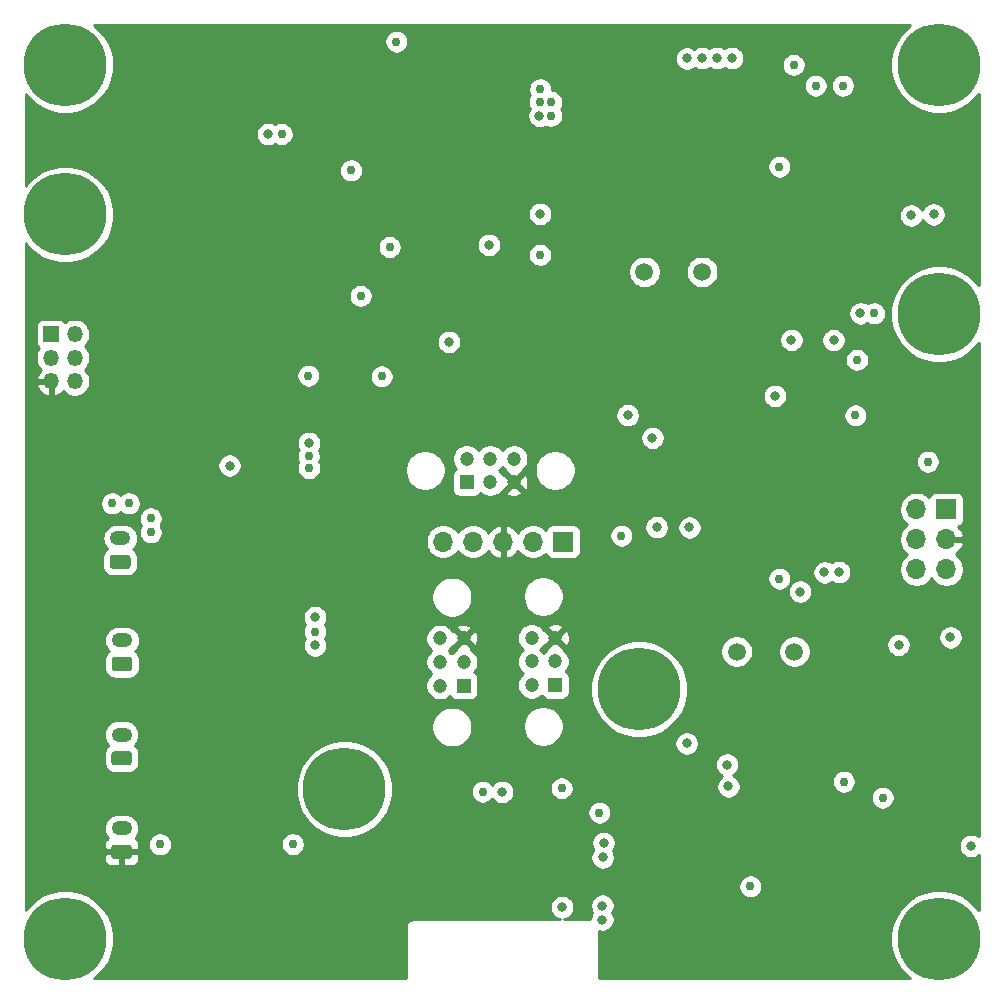
<source format=gbr>
G04 #@! TF.GenerationSoftware,KiCad,Pcbnew,(5.1.9)-1*
G04 #@! TF.CreationDate,2021-07-06T20:59:46-04:00*
G04 #@! TF.ProjectId,payload2020_base_board,7061796c-6f61-4643-9230-32305f626173,rev?*
G04 #@! TF.SameCoordinates,Original*
G04 #@! TF.FileFunction,Copper,L2,Inr*
G04 #@! TF.FilePolarity,Positive*
%FSLAX46Y46*%
G04 Gerber Fmt 4.6, Leading zero omitted, Abs format (unit mm)*
G04 Created by KiCad (PCBNEW (5.1.9)-1) date 2021-07-06 20:59:46*
%MOMM*%
%LPD*%
G01*
G04 APERTURE LIST*
G04 #@! TA.AperFunction,ComponentPad*
%ADD10O,1.350000X1.350000*%
G04 #@! TD*
G04 #@! TA.AperFunction,ComponentPad*
%ADD11R,1.350000X1.350000*%
G04 #@! TD*
G04 #@! TA.AperFunction,ComponentPad*
%ADD12C,7.000000*%
G04 #@! TD*
G04 #@! TA.AperFunction,ComponentPad*
%ADD13R,1.700000X1.700000*%
G04 #@! TD*
G04 #@! TA.AperFunction,ComponentPad*
%ADD14O,1.700000X1.700000*%
G04 #@! TD*
G04 #@! TA.AperFunction,ComponentPad*
%ADD15C,1.500000*%
G04 #@! TD*
G04 #@! TA.AperFunction,ComponentPad*
%ADD16O,1.750000X1.200000*%
G04 #@! TD*
G04 #@! TA.AperFunction,ComponentPad*
%ADD17C,1.200000*%
G04 #@! TD*
G04 #@! TA.AperFunction,ComponentPad*
%ADD18R,1.200000X1.200000*%
G04 #@! TD*
G04 #@! TA.AperFunction,ViaPad*
%ADD19C,0.762000*%
G04 #@! TD*
G04 #@! TA.AperFunction,ViaPad*
%ADD20C,0.800000*%
G04 #@! TD*
G04 #@! TA.AperFunction,Conductor*
%ADD21C,0.254000*%
G04 #@! TD*
G04 #@! TA.AperFunction,Conductor*
%ADD22C,0.100000*%
G04 #@! TD*
G04 APERTURE END LIST*
D10*
X40360600Y-98120200D03*
X40360600Y-96120200D03*
X40360600Y-94120200D03*
X38360600Y-98120200D03*
X38360600Y-96120200D03*
D11*
X38360600Y-94120200D03*
D12*
X113560000Y-145310000D03*
X113560000Y-71310000D03*
X113560000Y-92440000D03*
X39560000Y-71310000D03*
X63200000Y-132630000D03*
X88160000Y-124190000D03*
X39560000Y-145310000D03*
X39560000Y-83990000D03*
D13*
X114170000Y-108955000D03*
D14*
X111630000Y-108955000D03*
X114170000Y-111495000D03*
X111630000Y-111495000D03*
X114170000Y-114035000D03*
X111630000Y-114035000D03*
D15*
X88592000Y-88849200D03*
X93472000Y-88849200D03*
X96415200Y-121005600D03*
X101295200Y-121005600D03*
D16*
X44328080Y-135955020D03*
G04 #@! TA.AperFunction,ComponentPad*
G36*
G01*
X44953081Y-138555020D02*
X43703079Y-138555020D01*
G75*
G02*
X43453080Y-138305021I0J249999D01*
G01*
X43453080Y-137605019D01*
G75*
G02*
X43703079Y-137355020I249999J0D01*
G01*
X44953081Y-137355020D01*
G75*
G02*
X45203080Y-137605019I0J-249999D01*
G01*
X45203080Y-138305021D01*
G75*
G02*
X44953081Y-138555020I-249999J0D01*
G01*
G37*
G04 #@! TD.AperFunction*
X44328080Y-128032760D03*
G04 #@! TA.AperFunction,ComponentPad*
G36*
G01*
X44953081Y-130632760D02*
X43703079Y-130632760D01*
G75*
G02*
X43453080Y-130382761I0J249999D01*
G01*
X43453080Y-129682759D01*
G75*
G02*
X43703079Y-129432760I249999J0D01*
G01*
X44953081Y-129432760D01*
G75*
G02*
X45203080Y-129682759I0J-249999D01*
G01*
X45203080Y-130382761D01*
G75*
G02*
X44953081Y-130632760I-249999J0D01*
G01*
G37*
G04 #@! TD.AperFunction*
X44371260Y-120041920D03*
G04 #@! TA.AperFunction,ComponentPad*
G36*
G01*
X44996261Y-122641920D02*
X43746259Y-122641920D01*
G75*
G02*
X43496260Y-122391921I0J249999D01*
G01*
X43496260Y-121691919D01*
G75*
G02*
X43746259Y-121441920I249999J0D01*
G01*
X44996261Y-121441920D01*
G75*
G02*
X45246260Y-121691919I0J-249999D01*
G01*
X45246260Y-122391921D01*
G75*
G02*
X44996261Y-122641920I-249999J0D01*
G01*
G37*
G04 #@! TD.AperFunction*
D17*
X79035400Y-123832000D03*
X79035400Y-121832000D03*
X79035400Y-119832000D03*
X81035400Y-119832000D03*
D18*
X81035400Y-123832000D03*
D17*
X81035400Y-121832000D03*
X71288400Y-123882800D03*
X71288400Y-121882800D03*
X71288400Y-119882800D03*
X73288400Y-119882800D03*
D18*
X73288400Y-123882800D03*
D17*
X73288400Y-121882800D03*
D14*
X71551800Y-111683800D03*
X74091800Y-111683800D03*
X76631800Y-111683800D03*
X79171800Y-111683800D03*
D13*
X81711800Y-111683800D03*
D17*
X73539600Y-104664000D03*
X75539600Y-104664000D03*
X77539600Y-104664000D03*
X77539600Y-106664000D03*
D18*
X73539600Y-106664000D03*
D17*
X75539600Y-106664000D03*
D16*
X44208700Y-111398300D03*
G04 #@! TA.AperFunction,ComponentPad*
G36*
G01*
X44833701Y-113998300D02*
X43583699Y-113998300D01*
G75*
G02*
X43333700Y-113748301I0J249999D01*
G01*
X43333700Y-113048299D01*
G75*
G02*
X43583699Y-112798300I249999J0D01*
G01*
X44833701Y-112798300D01*
G75*
G02*
X45083700Y-113048299I0J-249999D01*
G01*
X45083700Y-113748301D01*
G75*
G02*
X44833701Y-113998300I-249999J0D01*
G01*
G37*
G04 #@! TD.AperFunction*
D19*
X114848640Y-123446540D03*
X104259380Y-90939620D03*
X102097840Y-82169000D03*
X101213920Y-76928980D03*
X48521620Y-120533160D03*
X53695600Y-120606820D03*
X78112620Y-71041260D03*
X73355200Y-70129400D03*
X66370200Y-91922600D03*
X63365380Y-93799660D03*
X45720000Y-141254480D03*
X44328080Y-137955020D03*
D20*
X105481120Y-141726920D03*
X105453180Y-145244820D03*
X111023400Y-88950800D03*
X110583980Y-104889300D03*
X87249000Y-129921000D03*
X96393000Y-148310600D03*
X96113600Y-97637600D03*
X50901600Y-81991200D03*
X50901600Y-87833200D03*
X50901600Y-90881200D03*
X50901600Y-84785200D03*
X46329600Y-87833200D03*
X46329600Y-90881200D03*
X48486060Y-92209620D03*
X46329600Y-84785200D03*
X48486060Y-89306400D03*
X48486060Y-86299040D03*
X55473600Y-81991200D03*
X55473600Y-84785200D03*
X53398420Y-86291420D03*
X55473600Y-87833200D03*
X53411120Y-89306400D03*
X55473600Y-90881200D03*
X53423820Y-92181680D03*
X50546000Y-77571600D03*
X53594000Y-77546200D03*
X48945800Y-77597000D03*
X47421800Y-77597000D03*
X52095400Y-77571600D03*
X55092600Y-77546200D03*
X50546000Y-76428600D03*
X53594000Y-76403200D03*
X48945800Y-76454000D03*
X47421800Y-76454000D03*
X52095400Y-76428600D03*
X55092600Y-76403200D03*
X48945800Y-75311000D03*
X55092600Y-75260200D03*
X47421800Y-75311000D03*
X50546000Y-75285600D03*
X48945800Y-74168000D03*
X55092600Y-74117200D03*
X47421800Y-74168000D03*
X50546000Y-74142600D03*
X48945800Y-73025000D03*
X55092600Y-72974200D03*
X47421800Y-73025000D03*
X50546000Y-72999600D03*
X52095400Y-72999600D03*
X53594000Y-72974200D03*
X48945800Y-71882000D03*
X53594000Y-71831200D03*
X52095400Y-71856600D03*
X47421800Y-71882000D03*
X50546000Y-71856600D03*
X55092600Y-71831200D03*
X56128920Y-111554260D03*
X55168800Y-111566960D03*
X56126380Y-110055660D03*
X55196740Y-110055660D03*
X57099200Y-110042960D03*
X57099200Y-111566960D03*
X47241460Y-139687300D03*
X103875840Y-118160800D03*
X98282760Y-132257800D03*
X91821000Y-148336000D03*
X48572420Y-105313480D03*
X51274980Y-111582200D03*
X51305460Y-109987080D03*
X63703200Y-87071200D03*
X77622400Y-83921600D03*
D19*
X96994980Y-93954600D03*
D20*
X46329600Y-81991200D03*
X48508920Y-83385660D03*
X53423820Y-83385660D03*
D19*
X84980780Y-93814900D03*
X72110600Y-68427600D03*
X56413400Y-114427000D03*
X110208060Y-76959460D03*
X92986860Y-117612160D03*
X94066360Y-117619780D03*
X95069660Y-117604540D03*
X44196000Y-96418400D03*
D20*
X92176600Y-128778000D03*
D19*
X100025200Y-79933800D03*
D20*
X60180220Y-103327200D03*
D19*
X60172600Y-104444800D03*
X46807120Y-110896400D03*
X46807120Y-109722920D03*
X43525440Y-108442760D03*
X44952920Y-108442760D03*
X58831480Y-137294620D03*
X47579280Y-137307320D03*
X63754000Y-80264000D03*
X57881520Y-77177900D03*
D20*
X56728360Y-77195680D03*
D19*
X60198000Y-105460800D03*
X97556320Y-140863320D03*
D20*
X106885740Y-92354400D03*
X114503200Y-119786400D03*
X99644200Y-99339400D03*
X81627980Y-142623540D03*
X95595440Y-130561080D03*
D19*
X84777580Y-134622540D03*
X103103680Y-73085960D03*
X101229160Y-71325740D03*
X105399840Y-73085960D03*
D20*
X116225320Y-137439400D03*
X95707200Y-132410200D03*
X75422760Y-86563200D03*
D19*
X67030600Y-86741000D03*
X108041440Y-92369640D03*
X74889360Y-132869940D03*
D20*
X94742000Y-70751700D03*
X92405200Y-110490000D03*
X87180420Y-100977700D03*
D19*
X106466640Y-100992940D03*
D20*
X104617520Y-94617540D03*
D19*
X106591100Y-96296480D03*
D20*
X101033580Y-94612460D03*
D19*
X108775500Y-133370320D03*
X105481120Y-132019040D03*
X100012500Y-114830860D03*
D20*
X93477080Y-70759320D03*
X89265760Y-102900480D03*
X89636600Y-110464600D03*
X92199460Y-70774560D03*
D19*
X86644480Y-111175800D03*
D20*
X96012000Y-70744080D03*
D19*
X112593120Y-104929940D03*
D20*
X101782880Y-115928140D03*
X76545440Y-132864860D03*
X105084880Y-114264440D03*
X72039480Y-94775020D03*
X103840280Y-114284760D03*
X53467000Y-105255060D03*
D19*
X64566800Y-90881200D03*
D20*
X110111540Y-120426480D03*
X79705200Y-75636120D03*
X79756000Y-83931760D03*
D19*
X81594960Y-132562600D03*
X66344800Y-97688400D03*
X79740760Y-74470260D03*
X79761080Y-73380600D03*
X80683100Y-74465180D03*
X80683100Y-75636120D03*
X79756000Y-87416640D03*
X67589400Y-69367400D03*
X60147200Y-97637600D03*
D20*
X60706000Y-120472200D03*
X60706000Y-118084600D03*
D19*
X60706000Y-119303800D03*
D20*
X113080800Y-83972400D03*
X111175800Y-84074000D03*
X85140800Y-137185400D03*
X85029040Y-143682720D03*
X85064600Y-138430000D03*
X85029040Y-142509240D03*
D21*
X110924091Y-68098136D02*
X110348136Y-68674091D01*
X109895611Y-69351343D01*
X109583906Y-70103865D01*
X109425000Y-70902738D01*
X109425000Y-71717262D01*
X109583906Y-72516135D01*
X109895611Y-73268657D01*
X110348136Y-73945909D01*
X110924091Y-74521864D01*
X111601343Y-74974389D01*
X112353865Y-75286094D01*
X113152738Y-75445000D01*
X113967262Y-75445000D01*
X114766135Y-75286094D01*
X115518657Y-74974389D01*
X116195909Y-74521864D01*
X116771864Y-73945909D01*
X116900000Y-73754140D01*
X116900000Y-89995861D01*
X116771864Y-89804091D01*
X116195909Y-89228136D01*
X115518657Y-88775611D01*
X114766135Y-88463906D01*
X113967262Y-88305000D01*
X113152738Y-88305000D01*
X112353865Y-88463906D01*
X111601343Y-88775611D01*
X110924091Y-89228136D01*
X110348136Y-89804091D01*
X109895611Y-90481343D01*
X109583906Y-91233865D01*
X109425000Y-92032738D01*
X109425000Y-92847262D01*
X109583906Y-93646135D01*
X109895611Y-94398657D01*
X110348136Y-95075909D01*
X110924091Y-95651864D01*
X111601343Y-96104389D01*
X112353865Y-96416094D01*
X113152738Y-96575000D01*
X113967262Y-96575000D01*
X114766135Y-96416094D01*
X115518657Y-96104389D01*
X116195909Y-95651864D01*
X116771864Y-95075909D01*
X116900000Y-94884139D01*
X116900001Y-136650370D01*
X116885094Y-136635463D01*
X116715576Y-136522195D01*
X116527218Y-136444174D01*
X116327259Y-136404400D01*
X116123381Y-136404400D01*
X115923422Y-136444174D01*
X115735064Y-136522195D01*
X115565546Y-136635463D01*
X115421383Y-136779626D01*
X115308115Y-136949144D01*
X115230094Y-137137502D01*
X115190320Y-137337461D01*
X115190320Y-137541339D01*
X115230094Y-137741298D01*
X115308115Y-137929656D01*
X115421383Y-138099174D01*
X115565546Y-138243337D01*
X115735064Y-138356605D01*
X115923422Y-138434626D01*
X116123381Y-138474400D01*
X116327259Y-138474400D01*
X116527218Y-138434626D01*
X116715576Y-138356605D01*
X116885094Y-138243337D01*
X116900001Y-138228430D01*
X116900001Y-142865862D01*
X116771864Y-142674091D01*
X116195909Y-142098136D01*
X115518657Y-141645611D01*
X114766135Y-141333906D01*
X113967262Y-141175000D01*
X113152738Y-141175000D01*
X112353865Y-141333906D01*
X111601343Y-141645611D01*
X110924091Y-142098136D01*
X110348136Y-142674091D01*
X109895611Y-143351343D01*
X109583906Y-144103865D01*
X109425000Y-144902738D01*
X109425000Y-145717262D01*
X109583906Y-146516135D01*
X109895611Y-147268657D01*
X110348136Y-147945909D01*
X110924091Y-148521864D01*
X111115860Y-148650000D01*
X84720000Y-148650000D01*
X84720000Y-144674988D01*
X84727142Y-144677946D01*
X84927101Y-144717720D01*
X85130979Y-144717720D01*
X85330938Y-144677946D01*
X85519296Y-144599925D01*
X85688814Y-144486657D01*
X85832977Y-144342494D01*
X85946245Y-144172976D01*
X86024266Y-143984618D01*
X86064040Y-143784659D01*
X86064040Y-143580781D01*
X86024266Y-143380822D01*
X85946245Y-143192464D01*
X85881777Y-143095980D01*
X85946245Y-142999496D01*
X86024266Y-142811138D01*
X86064040Y-142611179D01*
X86064040Y-142407301D01*
X86024266Y-142207342D01*
X85946245Y-142018984D01*
X85832977Y-141849466D01*
X85688814Y-141705303D01*
X85519296Y-141592035D01*
X85330938Y-141514014D01*
X85130979Y-141474240D01*
X84927101Y-141474240D01*
X84727142Y-141514014D01*
X84538784Y-141592035D01*
X84369266Y-141705303D01*
X84225103Y-141849466D01*
X84111835Y-142018984D01*
X84033814Y-142207342D01*
X83994040Y-142407301D01*
X83994040Y-142611179D01*
X84033814Y-142811138D01*
X84111835Y-142999496D01*
X84176303Y-143095980D01*
X84111835Y-143192464D01*
X84033814Y-143380822D01*
X83994040Y-143580781D01*
X83994040Y-143650000D01*
X81772853Y-143650000D01*
X81929878Y-143618766D01*
X82118236Y-143540745D01*
X82287754Y-143427477D01*
X82431917Y-143283314D01*
X82545185Y-143113796D01*
X82623206Y-142925438D01*
X82662980Y-142725479D01*
X82662980Y-142521601D01*
X82623206Y-142321642D01*
X82545185Y-142133284D01*
X82431917Y-141963766D01*
X82287754Y-141819603D01*
X82118236Y-141706335D01*
X81929878Y-141628314D01*
X81729919Y-141588540D01*
X81526041Y-141588540D01*
X81326082Y-141628314D01*
X81137724Y-141706335D01*
X80968206Y-141819603D01*
X80824043Y-141963766D01*
X80710775Y-142133284D01*
X80632754Y-142321642D01*
X80592980Y-142521601D01*
X80592980Y-142725479D01*
X80632754Y-142925438D01*
X80710775Y-143113796D01*
X80824043Y-143283314D01*
X80968206Y-143427477D01*
X81137724Y-143540745D01*
X81326082Y-143618766D01*
X81483107Y-143650000D01*
X69092419Y-143650000D01*
X69060000Y-143646807D01*
X69027581Y-143650000D01*
X68930617Y-143659550D01*
X68806207Y-143697290D01*
X68691550Y-143758575D01*
X68591052Y-143841052D01*
X68508575Y-143941550D01*
X68447290Y-144056207D01*
X68409550Y-144180617D01*
X68396807Y-144310000D01*
X68400000Y-144342419D01*
X68400001Y-148650000D01*
X42004140Y-148650000D01*
X42195909Y-148521864D01*
X42771864Y-147945909D01*
X43224389Y-147268657D01*
X43536094Y-146516135D01*
X43695000Y-145717262D01*
X43695000Y-144902738D01*
X43536094Y-144103865D01*
X43224389Y-143351343D01*
X42771864Y-142674091D01*
X42195909Y-142098136D01*
X41518657Y-141645611D01*
X40766135Y-141333906D01*
X39967262Y-141175000D01*
X39152738Y-141175000D01*
X38353865Y-141333906D01*
X37601343Y-141645611D01*
X36924091Y-142098136D01*
X36348136Y-142674091D01*
X36220000Y-142865860D01*
X36220000Y-140763253D01*
X96540320Y-140763253D01*
X96540320Y-140963387D01*
X96579364Y-141159676D01*
X96655952Y-141344576D01*
X96767141Y-141510982D01*
X96908658Y-141652499D01*
X97075064Y-141763688D01*
X97259964Y-141840276D01*
X97456253Y-141879320D01*
X97656387Y-141879320D01*
X97852676Y-141840276D01*
X98037576Y-141763688D01*
X98203982Y-141652499D01*
X98345499Y-141510982D01*
X98456688Y-141344576D01*
X98533276Y-141159676D01*
X98572320Y-140963387D01*
X98572320Y-140763253D01*
X98533276Y-140566964D01*
X98456688Y-140382064D01*
X98345499Y-140215658D01*
X98203982Y-140074141D01*
X98037576Y-139962952D01*
X97852676Y-139886364D01*
X97656387Y-139847320D01*
X97456253Y-139847320D01*
X97259964Y-139886364D01*
X97075064Y-139962952D01*
X96908658Y-140074141D01*
X96767141Y-140215658D01*
X96655952Y-140382064D01*
X96579364Y-140566964D01*
X96540320Y-140763253D01*
X36220000Y-140763253D01*
X36220000Y-138555020D01*
X42815008Y-138555020D01*
X42827268Y-138679502D01*
X42863578Y-138799200D01*
X42922543Y-138909514D01*
X43001895Y-139006205D01*
X43098586Y-139085557D01*
X43208900Y-139144522D01*
X43328598Y-139180832D01*
X43453080Y-139193092D01*
X44042330Y-139190020D01*
X44201080Y-139031270D01*
X44201080Y-138082020D01*
X44455080Y-138082020D01*
X44455080Y-139031270D01*
X44613830Y-139190020D01*
X45203080Y-139193092D01*
X45327562Y-139180832D01*
X45447260Y-139144522D01*
X45557574Y-139085557D01*
X45654265Y-139006205D01*
X45733617Y-138909514D01*
X45792582Y-138799200D01*
X45828892Y-138679502D01*
X45841152Y-138555020D01*
X45838934Y-138328061D01*
X84029600Y-138328061D01*
X84029600Y-138531939D01*
X84069374Y-138731898D01*
X84147395Y-138920256D01*
X84260663Y-139089774D01*
X84404826Y-139233937D01*
X84574344Y-139347205D01*
X84762702Y-139425226D01*
X84962661Y-139465000D01*
X85166539Y-139465000D01*
X85366498Y-139425226D01*
X85554856Y-139347205D01*
X85724374Y-139233937D01*
X85868537Y-139089774D01*
X85981805Y-138920256D01*
X86059826Y-138731898D01*
X86099600Y-138531939D01*
X86099600Y-138328061D01*
X86059826Y-138128102D01*
X85981805Y-137939744D01*
X85929078Y-137860833D01*
X85944737Y-137845174D01*
X86058005Y-137675656D01*
X86136026Y-137487298D01*
X86175800Y-137287339D01*
X86175800Y-137083461D01*
X86136026Y-136883502D01*
X86058005Y-136695144D01*
X85944737Y-136525626D01*
X85800574Y-136381463D01*
X85631056Y-136268195D01*
X85442698Y-136190174D01*
X85242739Y-136150400D01*
X85038861Y-136150400D01*
X84838902Y-136190174D01*
X84650544Y-136268195D01*
X84481026Y-136381463D01*
X84336863Y-136525626D01*
X84223595Y-136695144D01*
X84145574Y-136883502D01*
X84105800Y-137083461D01*
X84105800Y-137287339D01*
X84145574Y-137487298D01*
X84223595Y-137675656D01*
X84276322Y-137754567D01*
X84260663Y-137770226D01*
X84147395Y-137939744D01*
X84069374Y-138128102D01*
X84029600Y-138328061D01*
X45838934Y-138328061D01*
X45838080Y-138240770D01*
X45679330Y-138082020D01*
X44455080Y-138082020D01*
X44201080Y-138082020D01*
X42976830Y-138082020D01*
X42818080Y-138240770D01*
X42815008Y-138555020D01*
X36220000Y-138555020D01*
X36220000Y-135955020D01*
X42812105Y-135955020D01*
X42835950Y-136197122D01*
X42906569Y-136429921D01*
X43021247Y-136644469D01*
X43147516Y-136798329D01*
X43098586Y-136824483D01*
X43001895Y-136903835D01*
X42922543Y-137000526D01*
X42863578Y-137110840D01*
X42827268Y-137230538D01*
X42815008Y-137355020D01*
X42818080Y-137669270D01*
X42976830Y-137828020D01*
X44201080Y-137828020D01*
X44201080Y-137808020D01*
X44455080Y-137808020D01*
X44455080Y-137828020D01*
X45679330Y-137828020D01*
X45838080Y-137669270D01*
X45841152Y-137355020D01*
X45828892Y-137230538D01*
X45821829Y-137207253D01*
X46563280Y-137207253D01*
X46563280Y-137407387D01*
X46602324Y-137603676D01*
X46678912Y-137788576D01*
X46790101Y-137954982D01*
X46931618Y-138096499D01*
X47098024Y-138207688D01*
X47282924Y-138284276D01*
X47479213Y-138323320D01*
X47679347Y-138323320D01*
X47875636Y-138284276D01*
X48060536Y-138207688D01*
X48226942Y-138096499D01*
X48368459Y-137954982D01*
X48479648Y-137788576D01*
X48556236Y-137603676D01*
X48595280Y-137407387D01*
X48595280Y-137207253D01*
X48592754Y-137194553D01*
X57815480Y-137194553D01*
X57815480Y-137394687D01*
X57854524Y-137590976D01*
X57931112Y-137775876D01*
X58042301Y-137942282D01*
X58183818Y-138083799D01*
X58350224Y-138194988D01*
X58535124Y-138271576D01*
X58731413Y-138310620D01*
X58931547Y-138310620D01*
X59127836Y-138271576D01*
X59312736Y-138194988D01*
X59479142Y-138083799D01*
X59620659Y-137942282D01*
X59731848Y-137775876D01*
X59808436Y-137590976D01*
X59847480Y-137394687D01*
X59847480Y-137194553D01*
X59808436Y-136998264D01*
X59731848Y-136813364D01*
X59620659Y-136646958D01*
X59479142Y-136505441D01*
X59312736Y-136394252D01*
X59127836Y-136317664D01*
X58931547Y-136278620D01*
X58731413Y-136278620D01*
X58535124Y-136317664D01*
X58350224Y-136394252D01*
X58183818Y-136505441D01*
X58042301Y-136646958D01*
X57931112Y-136813364D01*
X57854524Y-136998264D01*
X57815480Y-137194553D01*
X48592754Y-137194553D01*
X48556236Y-137010964D01*
X48479648Y-136826064D01*
X48368459Y-136659658D01*
X48226942Y-136518141D01*
X48060536Y-136406952D01*
X47875636Y-136330364D01*
X47679347Y-136291320D01*
X47479213Y-136291320D01*
X47282924Y-136330364D01*
X47098024Y-136406952D01*
X46931618Y-136518141D01*
X46790101Y-136659658D01*
X46678912Y-136826064D01*
X46602324Y-137010964D01*
X46563280Y-137207253D01*
X45821829Y-137207253D01*
X45792582Y-137110840D01*
X45733617Y-137000526D01*
X45654265Y-136903835D01*
X45557574Y-136824483D01*
X45508644Y-136798329D01*
X45634913Y-136644469D01*
X45749591Y-136429921D01*
X45820210Y-136197122D01*
X45844055Y-135955020D01*
X45820210Y-135712918D01*
X45749591Y-135480119D01*
X45634913Y-135265571D01*
X45480582Y-135077518D01*
X45292529Y-134923187D01*
X45077981Y-134808509D01*
X44845182Y-134737890D01*
X44663745Y-134720020D01*
X43992415Y-134720020D01*
X43810978Y-134737890D01*
X43578179Y-134808509D01*
X43363631Y-134923187D01*
X43175578Y-135077518D01*
X43021247Y-135265571D01*
X42906569Y-135480119D01*
X42835950Y-135712918D01*
X42812105Y-135955020D01*
X36220000Y-135955020D01*
X36220000Y-132222738D01*
X59065000Y-132222738D01*
X59065000Y-133037262D01*
X59223906Y-133836135D01*
X59535611Y-134588657D01*
X59988136Y-135265909D01*
X60564091Y-135841864D01*
X61241343Y-136294389D01*
X61993865Y-136606094D01*
X62792738Y-136765000D01*
X63607262Y-136765000D01*
X64406135Y-136606094D01*
X65158657Y-136294389D01*
X65835909Y-135841864D01*
X66411864Y-135265909D01*
X66864389Y-134588657D01*
X66891803Y-134522473D01*
X83761580Y-134522473D01*
X83761580Y-134722607D01*
X83800624Y-134918896D01*
X83877212Y-135103796D01*
X83988401Y-135270202D01*
X84129918Y-135411719D01*
X84296324Y-135522908D01*
X84481224Y-135599496D01*
X84677513Y-135638540D01*
X84877647Y-135638540D01*
X85073936Y-135599496D01*
X85258836Y-135522908D01*
X85425242Y-135411719D01*
X85566759Y-135270202D01*
X85677948Y-135103796D01*
X85754536Y-134918896D01*
X85793580Y-134722607D01*
X85793580Y-134522473D01*
X85754536Y-134326184D01*
X85677948Y-134141284D01*
X85566759Y-133974878D01*
X85425242Y-133833361D01*
X85258836Y-133722172D01*
X85073936Y-133645584D01*
X84877647Y-133606540D01*
X84677513Y-133606540D01*
X84481224Y-133645584D01*
X84296324Y-133722172D01*
X84129918Y-133833361D01*
X83988401Y-133974878D01*
X83877212Y-134141284D01*
X83800624Y-134326184D01*
X83761580Y-134522473D01*
X66891803Y-134522473D01*
X67176094Y-133836135D01*
X67335000Y-133037262D01*
X67335000Y-132769873D01*
X73873360Y-132769873D01*
X73873360Y-132970007D01*
X73912404Y-133166296D01*
X73988992Y-133351196D01*
X74100181Y-133517602D01*
X74241698Y-133659119D01*
X74408104Y-133770308D01*
X74593004Y-133846896D01*
X74789293Y-133885940D01*
X74989427Y-133885940D01*
X75185716Y-133846896D01*
X75370616Y-133770308D01*
X75537022Y-133659119D01*
X75678539Y-133517602D01*
X75707672Y-133474002D01*
X75741503Y-133524634D01*
X75885666Y-133668797D01*
X76055184Y-133782065D01*
X76243542Y-133860086D01*
X76443501Y-133899860D01*
X76647379Y-133899860D01*
X76847338Y-133860086D01*
X77035696Y-133782065D01*
X77205214Y-133668797D01*
X77349377Y-133524634D01*
X77462645Y-133355116D01*
X77540666Y-133166758D01*
X77580440Y-132966799D01*
X77580440Y-132762921D01*
X77540666Y-132562962D01*
X77499067Y-132462533D01*
X80578960Y-132462533D01*
X80578960Y-132662667D01*
X80618004Y-132858956D01*
X80694592Y-133043856D01*
X80805781Y-133210262D01*
X80947298Y-133351779D01*
X81113704Y-133462968D01*
X81298604Y-133539556D01*
X81494893Y-133578600D01*
X81695027Y-133578600D01*
X81891316Y-133539556D01*
X82076216Y-133462968D01*
X82242622Y-133351779D01*
X82384139Y-133210262D01*
X82495328Y-133043856D01*
X82571916Y-132858956D01*
X82610960Y-132662667D01*
X82610960Y-132462533D01*
X82571916Y-132266244D01*
X82495328Y-132081344D01*
X82384139Y-131914938D01*
X82242622Y-131773421D01*
X82076216Y-131662232D01*
X81891316Y-131585644D01*
X81695027Y-131546600D01*
X81494893Y-131546600D01*
X81298604Y-131585644D01*
X81113704Y-131662232D01*
X80947298Y-131773421D01*
X80805781Y-131914938D01*
X80694592Y-132081344D01*
X80618004Y-132266244D01*
X80578960Y-132462533D01*
X77499067Y-132462533D01*
X77462645Y-132374604D01*
X77349377Y-132205086D01*
X77205214Y-132060923D01*
X77035696Y-131947655D01*
X76847338Y-131869634D01*
X76647379Y-131829860D01*
X76443501Y-131829860D01*
X76243542Y-131869634D01*
X76055184Y-131947655D01*
X75885666Y-132060923D01*
X75741503Y-132205086D01*
X75704277Y-132260798D01*
X75678539Y-132222278D01*
X75537022Y-132080761D01*
X75370616Y-131969572D01*
X75185716Y-131892984D01*
X74989427Y-131853940D01*
X74789293Y-131853940D01*
X74593004Y-131892984D01*
X74408104Y-131969572D01*
X74241698Y-132080761D01*
X74100181Y-132222278D01*
X73988992Y-132388684D01*
X73912404Y-132573584D01*
X73873360Y-132769873D01*
X67335000Y-132769873D01*
X67335000Y-132222738D01*
X67176094Y-131423865D01*
X66864389Y-130671343D01*
X66722601Y-130459141D01*
X94560440Y-130459141D01*
X94560440Y-130663019D01*
X94600214Y-130862978D01*
X94678235Y-131051336D01*
X94791503Y-131220854D01*
X94935666Y-131365017D01*
X95105184Y-131478285D01*
X95187765Y-131512492D01*
X95047426Y-131606263D01*
X94903263Y-131750426D01*
X94789995Y-131919944D01*
X94711974Y-132108302D01*
X94672200Y-132308261D01*
X94672200Y-132512139D01*
X94711974Y-132712098D01*
X94789995Y-132900456D01*
X94903263Y-133069974D01*
X95047426Y-133214137D01*
X95216944Y-133327405D01*
X95405302Y-133405426D01*
X95605261Y-133445200D01*
X95809139Y-133445200D01*
X96009098Y-133405426D01*
X96197456Y-133327405D01*
X96282990Y-133270253D01*
X107759500Y-133270253D01*
X107759500Y-133470387D01*
X107798544Y-133666676D01*
X107875132Y-133851576D01*
X107986321Y-134017982D01*
X108127838Y-134159499D01*
X108294244Y-134270688D01*
X108479144Y-134347276D01*
X108675433Y-134386320D01*
X108875567Y-134386320D01*
X109071856Y-134347276D01*
X109256756Y-134270688D01*
X109423162Y-134159499D01*
X109564679Y-134017982D01*
X109675868Y-133851576D01*
X109752456Y-133666676D01*
X109791500Y-133470387D01*
X109791500Y-133270253D01*
X109752456Y-133073964D01*
X109675868Y-132889064D01*
X109564679Y-132722658D01*
X109423162Y-132581141D01*
X109256756Y-132469952D01*
X109071856Y-132393364D01*
X108875567Y-132354320D01*
X108675433Y-132354320D01*
X108479144Y-132393364D01*
X108294244Y-132469952D01*
X108127838Y-132581141D01*
X107986321Y-132722658D01*
X107875132Y-132889064D01*
X107798544Y-133073964D01*
X107759500Y-133270253D01*
X96282990Y-133270253D01*
X96366974Y-133214137D01*
X96511137Y-133069974D01*
X96624405Y-132900456D01*
X96702426Y-132712098D01*
X96742200Y-132512139D01*
X96742200Y-132308261D01*
X96702426Y-132108302D01*
X96624405Y-131919944D01*
X96623757Y-131918973D01*
X104465120Y-131918973D01*
X104465120Y-132119107D01*
X104504164Y-132315396D01*
X104580752Y-132500296D01*
X104691941Y-132666702D01*
X104833458Y-132808219D01*
X104999864Y-132919408D01*
X105184764Y-132995996D01*
X105381053Y-133035040D01*
X105581187Y-133035040D01*
X105777476Y-132995996D01*
X105962376Y-132919408D01*
X106128782Y-132808219D01*
X106270299Y-132666702D01*
X106381488Y-132500296D01*
X106458076Y-132315396D01*
X106497120Y-132119107D01*
X106497120Y-131918973D01*
X106458076Y-131722684D01*
X106381488Y-131537784D01*
X106270299Y-131371378D01*
X106128782Y-131229861D01*
X105962376Y-131118672D01*
X105777476Y-131042084D01*
X105581187Y-131003040D01*
X105381053Y-131003040D01*
X105184764Y-131042084D01*
X104999864Y-131118672D01*
X104833458Y-131229861D01*
X104691941Y-131371378D01*
X104580752Y-131537784D01*
X104504164Y-131722684D01*
X104465120Y-131918973D01*
X96623757Y-131918973D01*
X96511137Y-131750426D01*
X96366974Y-131606263D01*
X96197456Y-131492995D01*
X96114875Y-131458788D01*
X96255214Y-131365017D01*
X96399377Y-131220854D01*
X96512645Y-131051336D01*
X96590666Y-130862978D01*
X96630440Y-130663019D01*
X96630440Y-130459141D01*
X96590666Y-130259182D01*
X96512645Y-130070824D01*
X96399377Y-129901306D01*
X96255214Y-129757143D01*
X96085696Y-129643875D01*
X95897338Y-129565854D01*
X95697379Y-129526080D01*
X95493501Y-129526080D01*
X95293542Y-129565854D01*
X95105184Y-129643875D01*
X94935666Y-129757143D01*
X94791503Y-129901306D01*
X94678235Y-130070824D01*
X94600214Y-130259182D01*
X94560440Y-130459141D01*
X66722601Y-130459141D01*
X66411864Y-129994091D01*
X65835909Y-129418136D01*
X65158657Y-128965611D01*
X64406135Y-128653906D01*
X63607262Y-128495000D01*
X62792738Y-128495000D01*
X61993865Y-128653906D01*
X61241343Y-128965611D01*
X60564091Y-129418136D01*
X59988136Y-129994091D01*
X59535611Y-130671343D01*
X59223906Y-131423865D01*
X59065000Y-132222738D01*
X36220000Y-132222738D01*
X36220000Y-128032760D01*
X42812105Y-128032760D01*
X42835950Y-128274862D01*
X42906569Y-128507661D01*
X43021247Y-128722209D01*
X43175578Y-128910262D01*
X43214191Y-128941951D01*
X43209693Y-128944355D01*
X43075118Y-129054798D01*
X42964675Y-129189373D01*
X42882608Y-129342909D01*
X42832072Y-129509505D01*
X42815008Y-129682759D01*
X42815008Y-130382761D01*
X42832072Y-130556015D01*
X42882608Y-130722611D01*
X42964675Y-130876147D01*
X43075118Y-131010722D01*
X43209693Y-131121165D01*
X43363229Y-131203232D01*
X43529825Y-131253768D01*
X43703079Y-131270832D01*
X44953081Y-131270832D01*
X45126335Y-131253768D01*
X45292931Y-131203232D01*
X45446467Y-131121165D01*
X45581042Y-131010722D01*
X45691485Y-130876147D01*
X45773552Y-130722611D01*
X45824088Y-130556015D01*
X45841152Y-130382761D01*
X45841152Y-129682759D01*
X45824088Y-129509505D01*
X45773552Y-129342909D01*
X45691485Y-129189373D01*
X45581042Y-129054798D01*
X45446467Y-128944355D01*
X45441969Y-128941951D01*
X45480582Y-128910262D01*
X45634913Y-128722209D01*
X45749591Y-128507661D01*
X45820210Y-128274862D01*
X45844055Y-128032760D01*
X45820210Y-127790658D01*
X45749591Y-127557859D01*
X45634913Y-127343311D01*
X45527081Y-127211917D01*
X70553400Y-127211917D01*
X70553400Y-127553683D01*
X70620075Y-127888881D01*
X70750863Y-128204631D01*
X70940737Y-128488798D01*
X71182402Y-128730463D01*
X71466569Y-128920337D01*
X71782319Y-129051125D01*
X72117517Y-129117800D01*
X72459283Y-129117800D01*
X72794481Y-129051125D01*
X73110231Y-128920337D01*
X73394398Y-128730463D01*
X73636063Y-128488798D01*
X73825937Y-128204631D01*
X73956725Y-127888881D01*
X74023400Y-127553683D01*
X74023400Y-127211917D01*
X74013296Y-127161117D01*
X78300400Y-127161117D01*
X78300400Y-127502883D01*
X78367075Y-127838081D01*
X78497863Y-128153831D01*
X78687737Y-128437998D01*
X78929402Y-128679663D01*
X79213569Y-128869537D01*
X79529319Y-129000325D01*
X79864517Y-129067000D01*
X80206283Y-129067000D01*
X80541481Y-129000325D01*
X80857231Y-128869537D01*
X81141398Y-128679663D01*
X81145000Y-128676061D01*
X91141600Y-128676061D01*
X91141600Y-128879939D01*
X91181374Y-129079898D01*
X91259395Y-129268256D01*
X91372663Y-129437774D01*
X91516826Y-129581937D01*
X91686344Y-129695205D01*
X91874702Y-129773226D01*
X92074661Y-129813000D01*
X92278539Y-129813000D01*
X92478498Y-129773226D01*
X92666856Y-129695205D01*
X92836374Y-129581937D01*
X92980537Y-129437774D01*
X93093805Y-129268256D01*
X93171826Y-129079898D01*
X93211600Y-128879939D01*
X93211600Y-128676061D01*
X93171826Y-128476102D01*
X93093805Y-128287744D01*
X92980537Y-128118226D01*
X92836374Y-127974063D01*
X92666856Y-127860795D01*
X92478498Y-127782774D01*
X92278539Y-127743000D01*
X92074661Y-127743000D01*
X91874702Y-127782774D01*
X91686344Y-127860795D01*
X91516826Y-127974063D01*
X91372663Y-128118226D01*
X91259395Y-128287744D01*
X91181374Y-128476102D01*
X91141600Y-128676061D01*
X81145000Y-128676061D01*
X81383063Y-128437998D01*
X81572937Y-128153831D01*
X81703725Y-127838081D01*
X81770400Y-127502883D01*
X81770400Y-127161117D01*
X81703725Y-126825919D01*
X81572937Y-126510169D01*
X81383063Y-126226002D01*
X81141398Y-125984337D01*
X80857231Y-125794463D01*
X80541481Y-125663675D01*
X80206283Y-125597000D01*
X79864517Y-125597000D01*
X79529319Y-125663675D01*
X79213569Y-125794463D01*
X78929402Y-125984337D01*
X78687737Y-126226002D01*
X78497863Y-126510169D01*
X78367075Y-126825919D01*
X78300400Y-127161117D01*
X74013296Y-127161117D01*
X73956725Y-126876719D01*
X73825937Y-126560969D01*
X73636063Y-126276802D01*
X73394398Y-126035137D01*
X73110231Y-125845263D01*
X72794481Y-125714475D01*
X72459283Y-125647800D01*
X72117517Y-125647800D01*
X71782319Y-125714475D01*
X71466569Y-125845263D01*
X71182402Y-126035137D01*
X70940737Y-126276802D01*
X70750863Y-126560969D01*
X70620075Y-126876719D01*
X70553400Y-127211917D01*
X45527081Y-127211917D01*
X45480582Y-127155258D01*
X45292529Y-127000927D01*
X45077981Y-126886249D01*
X44845182Y-126815630D01*
X44663745Y-126797760D01*
X43992415Y-126797760D01*
X43810978Y-126815630D01*
X43578179Y-126886249D01*
X43363631Y-127000927D01*
X43175578Y-127155258D01*
X43021247Y-127343311D01*
X42906569Y-127557859D01*
X42835950Y-127790658D01*
X42812105Y-128032760D01*
X36220000Y-128032760D01*
X36220000Y-120041920D01*
X42855285Y-120041920D01*
X42879130Y-120284022D01*
X42949749Y-120516821D01*
X43064427Y-120731369D01*
X43218758Y-120919422D01*
X43257371Y-120951111D01*
X43252873Y-120953515D01*
X43118298Y-121063958D01*
X43007855Y-121198533D01*
X42925788Y-121352069D01*
X42875252Y-121518665D01*
X42858188Y-121691919D01*
X42858188Y-122391921D01*
X42875252Y-122565175D01*
X42925788Y-122731771D01*
X43007855Y-122885307D01*
X43118298Y-123019882D01*
X43252873Y-123130325D01*
X43406409Y-123212392D01*
X43573005Y-123262928D01*
X43746259Y-123279992D01*
X44996261Y-123279992D01*
X45169515Y-123262928D01*
X45336111Y-123212392D01*
X45489647Y-123130325D01*
X45624222Y-123019882D01*
X45734665Y-122885307D01*
X45816732Y-122731771D01*
X45867268Y-122565175D01*
X45884332Y-122391921D01*
X45884332Y-121691919D01*
X45867268Y-121518665D01*
X45816732Y-121352069D01*
X45734665Y-121198533D01*
X45624222Y-121063958D01*
X45489647Y-120953515D01*
X45485149Y-120951111D01*
X45523762Y-120919422D01*
X45678093Y-120731369D01*
X45792771Y-120516821D01*
X45863390Y-120284022D01*
X45887235Y-120041920D01*
X45863390Y-119799818D01*
X45792771Y-119567019D01*
X45678093Y-119352471D01*
X45523762Y-119164418D01*
X45335709Y-119010087D01*
X45121161Y-118895409D01*
X44888362Y-118824790D01*
X44706925Y-118806920D01*
X44035595Y-118806920D01*
X43854158Y-118824790D01*
X43621359Y-118895409D01*
X43406811Y-119010087D01*
X43218758Y-119164418D01*
X43064427Y-119352471D01*
X42949749Y-119567019D01*
X42879130Y-119799818D01*
X42855285Y-120041920D01*
X36220000Y-120041920D01*
X36220000Y-117982661D01*
X59671000Y-117982661D01*
X59671000Y-118186539D01*
X59710774Y-118386498D01*
X59788795Y-118574856D01*
X59879963Y-118711299D01*
X59805632Y-118822544D01*
X59729044Y-119007444D01*
X59690000Y-119203733D01*
X59690000Y-119403867D01*
X59729044Y-119600156D01*
X59805632Y-119785056D01*
X59862992Y-119870901D01*
X59788795Y-119981944D01*
X59710774Y-120170302D01*
X59671000Y-120370261D01*
X59671000Y-120574139D01*
X59710774Y-120774098D01*
X59788795Y-120962456D01*
X59902063Y-121131974D01*
X60046226Y-121276137D01*
X60215744Y-121389405D01*
X60404102Y-121467426D01*
X60604061Y-121507200D01*
X60807939Y-121507200D01*
X61007898Y-121467426D01*
X61196256Y-121389405D01*
X61365774Y-121276137D01*
X61509937Y-121131974D01*
X61623205Y-120962456D01*
X61701226Y-120774098D01*
X61741000Y-120574139D01*
X61741000Y-120370261D01*
X61701226Y-120170302D01*
X61623205Y-119981944D01*
X61549008Y-119870901D01*
X61606368Y-119785056D01*
X61616264Y-119761163D01*
X70053400Y-119761163D01*
X70053400Y-120004437D01*
X70100860Y-120243036D01*
X70193957Y-120467792D01*
X70329113Y-120670067D01*
X70501133Y-120842087D01*
X70562064Y-120882800D01*
X70501133Y-120923513D01*
X70329113Y-121095533D01*
X70193957Y-121297808D01*
X70100860Y-121522564D01*
X70053400Y-121761163D01*
X70053400Y-122004437D01*
X70100860Y-122243036D01*
X70193957Y-122467792D01*
X70329113Y-122670067D01*
X70501133Y-122842087D01*
X70562064Y-122882800D01*
X70501133Y-122923513D01*
X70329113Y-123095533D01*
X70193957Y-123297808D01*
X70100860Y-123522564D01*
X70053400Y-123761163D01*
X70053400Y-124004437D01*
X70100860Y-124243036D01*
X70193957Y-124467792D01*
X70329113Y-124670067D01*
X70501133Y-124842087D01*
X70703408Y-124977243D01*
X70928164Y-125070340D01*
X71166763Y-125117800D01*
X71410037Y-125117800D01*
X71648636Y-125070340D01*
X71873392Y-124977243D01*
X72075667Y-124842087D01*
X72130901Y-124786853D01*
X72157863Y-124837294D01*
X72237215Y-124933985D01*
X72333906Y-125013337D01*
X72444220Y-125072302D01*
X72563918Y-125108612D01*
X72688400Y-125120872D01*
X73888400Y-125120872D01*
X74012882Y-125108612D01*
X74132580Y-125072302D01*
X74242894Y-125013337D01*
X74339585Y-124933985D01*
X74418937Y-124837294D01*
X74477902Y-124726980D01*
X74514212Y-124607282D01*
X74526472Y-124482800D01*
X74526472Y-123282800D01*
X74514212Y-123158318D01*
X74477902Y-123038620D01*
X74418937Y-122928306D01*
X74339585Y-122831615D01*
X74242894Y-122752263D01*
X74192453Y-122725301D01*
X74247687Y-122670067D01*
X74382843Y-122467792D01*
X74475940Y-122243036D01*
X74523400Y-122004437D01*
X74523400Y-121761163D01*
X74475940Y-121522564D01*
X74382843Y-121297808D01*
X74247687Y-121095533D01*
X74075667Y-120923513D01*
X73937667Y-120831304D01*
X73958559Y-120732564D01*
X73288400Y-120062405D01*
X72618241Y-120732564D01*
X72639133Y-120831304D01*
X72501133Y-120923513D01*
X72329113Y-121095533D01*
X72288400Y-121156464D01*
X72247687Y-121095533D01*
X72075667Y-120923513D01*
X72014736Y-120882800D01*
X72075667Y-120842087D01*
X72247687Y-120670067D01*
X72339896Y-120532067D01*
X72438636Y-120552959D01*
X73108795Y-119882800D01*
X73468005Y-119882800D01*
X74138164Y-120552959D01*
X74361748Y-120505652D01*
X74462637Y-120284284D01*
X74518400Y-120047487D01*
X74526895Y-119804362D01*
X74511589Y-119710363D01*
X77800400Y-119710363D01*
X77800400Y-119953637D01*
X77847860Y-120192236D01*
X77940957Y-120416992D01*
X78076113Y-120619267D01*
X78248133Y-120791287D01*
X78309064Y-120832000D01*
X78248133Y-120872713D01*
X78076113Y-121044733D01*
X77940957Y-121247008D01*
X77847860Y-121471764D01*
X77800400Y-121710363D01*
X77800400Y-121953637D01*
X77847860Y-122192236D01*
X77940957Y-122416992D01*
X78076113Y-122619267D01*
X78248133Y-122791287D01*
X78309064Y-122832000D01*
X78248133Y-122872713D01*
X78076113Y-123044733D01*
X77940957Y-123247008D01*
X77847860Y-123471764D01*
X77800400Y-123710363D01*
X77800400Y-123953637D01*
X77847860Y-124192236D01*
X77940957Y-124416992D01*
X78076113Y-124619267D01*
X78248133Y-124791287D01*
X78450408Y-124926443D01*
X78675164Y-125019540D01*
X78913763Y-125067000D01*
X79157037Y-125067000D01*
X79395636Y-125019540D01*
X79620392Y-124926443D01*
X79822667Y-124791287D01*
X79877901Y-124736053D01*
X79904863Y-124786494D01*
X79984215Y-124883185D01*
X80080906Y-124962537D01*
X80191220Y-125021502D01*
X80310918Y-125057812D01*
X80435400Y-125070072D01*
X81635400Y-125070072D01*
X81759882Y-125057812D01*
X81879580Y-125021502D01*
X81989894Y-124962537D01*
X82086585Y-124883185D01*
X82165937Y-124786494D01*
X82224902Y-124676180D01*
X82261212Y-124556482D01*
X82273472Y-124432000D01*
X82273472Y-123782738D01*
X84025000Y-123782738D01*
X84025000Y-124597262D01*
X84183906Y-125396135D01*
X84495611Y-126148657D01*
X84948136Y-126825909D01*
X85524091Y-127401864D01*
X86201343Y-127854389D01*
X86953865Y-128166094D01*
X87752738Y-128325000D01*
X88567262Y-128325000D01*
X89366135Y-128166094D01*
X90118657Y-127854389D01*
X90795909Y-127401864D01*
X91371864Y-126825909D01*
X91824389Y-126148657D01*
X92136094Y-125396135D01*
X92295000Y-124597262D01*
X92295000Y-123782738D01*
X92136094Y-122983865D01*
X91824389Y-122231343D01*
X91371864Y-121554091D01*
X90795909Y-120978136D01*
X90632859Y-120869189D01*
X95030200Y-120869189D01*
X95030200Y-121142011D01*
X95083425Y-121409589D01*
X95187829Y-121661643D01*
X95339401Y-121888486D01*
X95532314Y-122081399D01*
X95759157Y-122232971D01*
X96011211Y-122337375D01*
X96278789Y-122390600D01*
X96551611Y-122390600D01*
X96819189Y-122337375D01*
X97071243Y-122232971D01*
X97298086Y-122081399D01*
X97490999Y-121888486D01*
X97642571Y-121661643D01*
X97746975Y-121409589D01*
X97800200Y-121142011D01*
X97800200Y-120869189D01*
X99910200Y-120869189D01*
X99910200Y-121142011D01*
X99963425Y-121409589D01*
X100067829Y-121661643D01*
X100219401Y-121888486D01*
X100412314Y-122081399D01*
X100639157Y-122232971D01*
X100891211Y-122337375D01*
X101158789Y-122390600D01*
X101431611Y-122390600D01*
X101699189Y-122337375D01*
X101951243Y-122232971D01*
X102178086Y-122081399D01*
X102370999Y-121888486D01*
X102522571Y-121661643D01*
X102626975Y-121409589D01*
X102680200Y-121142011D01*
X102680200Y-120869189D01*
X102626975Y-120601611D01*
X102522571Y-120349557D01*
X102505856Y-120324541D01*
X109076540Y-120324541D01*
X109076540Y-120528419D01*
X109116314Y-120728378D01*
X109194335Y-120916736D01*
X109307603Y-121086254D01*
X109451766Y-121230417D01*
X109621284Y-121343685D01*
X109809642Y-121421706D01*
X110009601Y-121461480D01*
X110213479Y-121461480D01*
X110413438Y-121421706D01*
X110601796Y-121343685D01*
X110771314Y-121230417D01*
X110915477Y-121086254D01*
X111028745Y-120916736D01*
X111106766Y-120728378D01*
X111146540Y-120528419D01*
X111146540Y-120324541D01*
X111106766Y-120124582D01*
X111028745Y-119936224D01*
X110915477Y-119766706D01*
X110833232Y-119684461D01*
X113468200Y-119684461D01*
X113468200Y-119888339D01*
X113507974Y-120088298D01*
X113585995Y-120276656D01*
X113699263Y-120446174D01*
X113843426Y-120590337D01*
X114012944Y-120703605D01*
X114201302Y-120781626D01*
X114401261Y-120821400D01*
X114605139Y-120821400D01*
X114805098Y-120781626D01*
X114993456Y-120703605D01*
X115162974Y-120590337D01*
X115307137Y-120446174D01*
X115420405Y-120276656D01*
X115498426Y-120088298D01*
X115538200Y-119888339D01*
X115538200Y-119684461D01*
X115498426Y-119484502D01*
X115420405Y-119296144D01*
X115307137Y-119126626D01*
X115162974Y-118982463D01*
X114993456Y-118869195D01*
X114805098Y-118791174D01*
X114605139Y-118751400D01*
X114401261Y-118751400D01*
X114201302Y-118791174D01*
X114012944Y-118869195D01*
X113843426Y-118982463D01*
X113699263Y-119126626D01*
X113585995Y-119296144D01*
X113507974Y-119484502D01*
X113468200Y-119684461D01*
X110833232Y-119684461D01*
X110771314Y-119622543D01*
X110601796Y-119509275D01*
X110413438Y-119431254D01*
X110213479Y-119391480D01*
X110009601Y-119391480D01*
X109809642Y-119431254D01*
X109621284Y-119509275D01*
X109451766Y-119622543D01*
X109307603Y-119766706D01*
X109194335Y-119936224D01*
X109116314Y-120124582D01*
X109076540Y-120324541D01*
X102505856Y-120324541D01*
X102370999Y-120122714D01*
X102178086Y-119929801D01*
X101951243Y-119778229D01*
X101699189Y-119673825D01*
X101431611Y-119620600D01*
X101158789Y-119620600D01*
X100891211Y-119673825D01*
X100639157Y-119778229D01*
X100412314Y-119929801D01*
X100219401Y-120122714D01*
X100067829Y-120349557D01*
X99963425Y-120601611D01*
X99910200Y-120869189D01*
X97800200Y-120869189D01*
X97746975Y-120601611D01*
X97642571Y-120349557D01*
X97490999Y-120122714D01*
X97298086Y-119929801D01*
X97071243Y-119778229D01*
X96819189Y-119673825D01*
X96551611Y-119620600D01*
X96278789Y-119620600D01*
X96011211Y-119673825D01*
X95759157Y-119778229D01*
X95532314Y-119929801D01*
X95339401Y-120122714D01*
X95187829Y-120349557D01*
X95083425Y-120601611D01*
X95030200Y-120869189D01*
X90632859Y-120869189D01*
X90118657Y-120525611D01*
X89366135Y-120213906D01*
X88567262Y-120055000D01*
X87752738Y-120055000D01*
X86953865Y-120213906D01*
X86201343Y-120525611D01*
X85524091Y-120978136D01*
X84948136Y-121554091D01*
X84495611Y-122231343D01*
X84183906Y-122983865D01*
X84025000Y-123782738D01*
X82273472Y-123782738D01*
X82273472Y-123232000D01*
X82261212Y-123107518D01*
X82224902Y-122987820D01*
X82165937Y-122877506D01*
X82086585Y-122780815D01*
X81989894Y-122701463D01*
X81939453Y-122674501D01*
X81994687Y-122619267D01*
X82129843Y-122416992D01*
X82222940Y-122192236D01*
X82270400Y-121953637D01*
X82270400Y-121710363D01*
X82222940Y-121471764D01*
X82129843Y-121247008D01*
X81994687Y-121044733D01*
X81822667Y-120872713D01*
X81684667Y-120780504D01*
X81705559Y-120681764D01*
X81035400Y-120011605D01*
X80365241Y-120681764D01*
X80386133Y-120780504D01*
X80248133Y-120872713D01*
X80076113Y-121044733D01*
X80035400Y-121105664D01*
X79994687Y-121044733D01*
X79822667Y-120872713D01*
X79761736Y-120832000D01*
X79822667Y-120791287D01*
X79994687Y-120619267D01*
X80086896Y-120481267D01*
X80185636Y-120502159D01*
X80855795Y-119832000D01*
X81215005Y-119832000D01*
X81885164Y-120502159D01*
X82108748Y-120454852D01*
X82209637Y-120233484D01*
X82265400Y-119996687D01*
X82273895Y-119753562D01*
X82234795Y-119513451D01*
X82149602Y-119285582D01*
X82108748Y-119209148D01*
X81885164Y-119161841D01*
X81215005Y-119832000D01*
X80855795Y-119832000D01*
X80185636Y-119161841D01*
X80086896Y-119182733D01*
X79994687Y-119044733D01*
X79932190Y-118982236D01*
X80365241Y-118982236D01*
X81035400Y-119652395D01*
X81705559Y-118982236D01*
X81658252Y-118758652D01*
X81436884Y-118657763D01*
X81200087Y-118602000D01*
X80956962Y-118593505D01*
X80716851Y-118632605D01*
X80488982Y-118717798D01*
X80412548Y-118758652D01*
X80365241Y-118982236D01*
X79932190Y-118982236D01*
X79822667Y-118872713D01*
X79620392Y-118737557D01*
X79395636Y-118644460D01*
X79157037Y-118597000D01*
X78913763Y-118597000D01*
X78675164Y-118644460D01*
X78450408Y-118737557D01*
X78248133Y-118872713D01*
X78076113Y-119044733D01*
X77940957Y-119247008D01*
X77847860Y-119471764D01*
X77800400Y-119710363D01*
X74511589Y-119710363D01*
X74487795Y-119564251D01*
X74402602Y-119336382D01*
X74361748Y-119259948D01*
X74138164Y-119212641D01*
X73468005Y-119882800D01*
X73108795Y-119882800D01*
X72438636Y-119212641D01*
X72339896Y-119233533D01*
X72247687Y-119095533D01*
X72185190Y-119033036D01*
X72618241Y-119033036D01*
X73288400Y-119703195D01*
X73958559Y-119033036D01*
X73911252Y-118809452D01*
X73689884Y-118708563D01*
X73453087Y-118652800D01*
X73209962Y-118644305D01*
X72969851Y-118683405D01*
X72741982Y-118768598D01*
X72665548Y-118809452D01*
X72618241Y-119033036D01*
X72185190Y-119033036D01*
X72075667Y-118923513D01*
X71873392Y-118788357D01*
X71648636Y-118695260D01*
X71410037Y-118647800D01*
X71166763Y-118647800D01*
X70928164Y-118695260D01*
X70703408Y-118788357D01*
X70501133Y-118923513D01*
X70329113Y-119095533D01*
X70193957Y-119297808D01*
X70100860Y-119522564D01*
X70053400Y-119761163D01*
X61616264Y-119761163D01*
X61682956Y-119600156D01*
X61722000Y-119403867D01*
X61722000Y-119203733D01*
X61682956Y-119007444D01*
X61606368Y-118822544D01*
X61532037Y-118711299D01*
X61623205Y-118574856D01*
X61701226Y-118386498D01*
X61741000Y-118186539D01*
X61741000Y-117982661D01*
X61701226Y-117782702D01*
X61623205Y-117594344D01*
X61509937Y-117424826D01*
X61365774Y-117280663D01*
X61196256Y-117167395D01*
X61007898Y-117089374D01*
X60807939Y-117049600D01*
X60604061Y-117049600D01*
X60404102Y-117089374D01*
X60215744Y-117167395D01*
X60046226Y-117280663D01*
X59902063Y-117424826D01*
X59788795Y-117594344D01*
X59710774Y-117782702D01*
X59671000Y-117982661D01*
X36220000Y-117982661D01*
X36220000Y-116211917D01*
X70553400Y-116211917D01*
X70553400Y-116553683D01*
X70620075Y-116888881D01*
X70750863Y-117204631D01*
X70940737Y-117488798D01*
X71182402Y-117730463D01*
X71466569Y-117920337D01*
X71782319Y-118051125D01*
X72117517Y-118117800D01*
X72459283Y-118117800D01*
X72794481Y-118051125D01*
X73110231Y-117920337D01*
X73394398Y-117730463D01*
X73636063Y-117488798D01*
X73825937Y-117204631D01*
X73956725Y-116888881D01*
X74023400Y-116553683D01*
X74023400Y-116211917D01*
X74013296Y-116161117D01*
X78300400Y-116161117D01*
X78300400Y-116502883D01*
X78367075Y-116838081D01*
X78497863Y-117153831D01*
X78687737Y-117437998D01*
X78929402Y-117679663D01*
X79213569Y-117869537D01*
X79529319Y-118000325D01*
X79864517Y-118067000D01*
X80206283Y-118067000D01*
X80541481Y-118000325D01*
X80857231Y-117869537D01*
X81141398Y-117679663D01*
X81383063Y-117437998D01*
X81572937Y-117153831D01*
X81703725Y-116838081D01*
X81770400Y-116502883D01*
X81770400Y-116161117D01*
X81703725Y-115825919D01*
X81572937Y-115510169D01*
X81383063Y-115226002D01*
X81141398Y-114984337D01*
X80857231Y-114794463D01*
X80703519Y-114730793D01*
X98996500Y-114730793D01*
X98996500Y-114930927D01*
X99035544Y-115127216D01*
X99112132Y-115312116D01*
X99223321Y-115478522D01*
X99364838Y-115620039D01*
X99531244Y-115731228D01*
X99716144Y-115807816D01*
X99912433Y-115846860D01*
X100112567Y-115846860D01*
X100216427Y-115826201D01*
X100747880Y-115826201D01*
X100747880Y-116030079D01*
X100787654Y-116230038D01*
X100865675Y-116418396D01*
X100978943Y-116587914D01*
X101123106Y-116732077D01*
X101292624Y-116845345D01*
X101480982Y-116923366D01*
X101680941Y-116963140D01*
X101884819Y-116963140D01*
X102084778Y-116923366D01*
X102273136Y-116845345D01*
X102442654Y-116732077D01*
X102586817Y-116587914D01*
X102700085Y-116418396D01*
X102778106Y-116230038D01*
X102817880Y-116030079D01*
X102817880Y-115826201D01*
X102778106Y-115626242D01*
X102700085Y-115437884D01*
X102586817Y-115268366D01*
X102442654Y-115124203D01*
X102273136Y-115010935D01*
X102084778Y-114932914D01*
X101884819Y-114893140D01*
X101680941Y-114893140D01*
X101480982Y-114932914D01*
X101292624Y-115010935D01*
X101123106Y-115124203D01*
X100978943Y-115268366D01*
X100865675Y-115437884D01*
X100787654Y-115626242D01*
X100747880Y-115826201D01*
X100216427Y-115826201D01*
X100308856Y-115807816D01*
X100493756Y-115731228D01*
X100660162Y-115620039D01*
X100801679Y-115478522D01*
X100912868Y-115312116D01*
X100989456Y-115127216D01*
X101028500Y-114930927D01*
X101028500Y-114730793D01*
X100989456Y-114534504D01*
X100912868Y-114349604D01*
X100801679Y-114183198D01*
X100801302Y-114182821D01*
X102805280Y-114182821D01*
X102805280Y-114386699D01*
X102845054Y-114586658D01*
X102923075Y-114775016D01*
X103036343Y-114944534D01*
X103180506Y-115088697D01*
X103350024Y-115201965D01*
X103538382Y-115279986D01*
X103738341Y-115319760D01*
X103942219Y-115319760D01*
X104142178Y-115279986D01*
X104330536Y-115201965D01*
X104477786Y-115103576D01*
X104594624Y-115181645D01*
X104782982Y-115259666D01*
X104982941Y-115299440D01*
X105186819Y-115299440D01*
X105386778Y-115259666D01*
X105575136Y-115181645D01*
X105744654Y-115068377D01*
X105888817Y-114924214D01*
X106002085Y-114754696D01*
X106080106Y-114566338D01*
X106119880Y-114366379D01*
X106119880Y-114162501D01*
X106080106Y-113962542D01*
X106002085Y-113774184D01*
X105888817Y-113604666D01*
X105744654Y-113460503D01*
X105575136Y-113347235D01*
X105386778Y-113269214D01*
X105186819Y-113229440D01*
X104982941Y-113229440D01*
X104782982Y-113269214D01*
X104594624Y-113347235D01*
X104447374Y-113445624D01*
X104330536Y-113367555D01*
X104142178Y-113289534D01*
X103942219Y-113249760D01*
X103738341Y-113249760D01*
X103538382Y-113289534D01*
X103350024Y-113367555D01*
X103180506Y-113480823D01*
X103036343Y-113624986D01*
X102923075Y-113794504D01*
X102845054Y-113982862D01*
X102805280Y-114182821D01*
X100801302Y-114182821D01*
X100660162Y-114041681D01*
X100493756Y-113930492D01*
X100308856Y-113853904D01*
X100112567Y-113814860D01*
X99912433Y-113814860D01*
X99716144Y-113853904D01*
X99531244Y-113930492D01*
X99364838Y-114041681D01*
X99223321Y-114183198D01*
X99112132Y-114349604D01*
X99035544Y-114534504D01*
X98996500Y-114730793D01*
X80703519Y-114730793D01*
X80541481Y-114663675D01*
X80206283Y-114597000D01*
X79864517Y-114597000D01*
X79529319Y-114663675D01*
X79213569Y-114794463D01*
X78929402Y-114984337D01*
X78687737Y-115226002D01*
X78497863Y-115510169D01*
X78367075Y-115825919D01*
X78300400Y-116161117D01*
X74013296Y-116161117D01*
X73956725Y-115876719D01*
X73825937Y-115560969D01*
X73636063Y-115276802D01*
X73394398Y-115035137D01*
X73110231Y-114845263D01*
X72794481Y-114714475D01*
X72459283Y-114647800D01*
X72117517Y-114647800D01*
X71782319Y-114714475D01*
X71466569Y-114845263D01*
X71182402Y-115035137D01*
X70940737Y-115276802D01*
X70750863Y-115560969D01*
X70620075Y-115876719D01*
X70553400Y-116211917D01*
X36220000Y-116211917D01*
X36220000Y-111398300D01*
X42692725Y-111398300D01*
X42716570Y-111640402D01*
X42787189Y-111873201D01*
X42901867Y-112087749D01*
X43056198Y-112275802D01*
X43094811Y-112307491D01*
X43090313Y-112309895D01*
X42955738Y-112420338D01*
X42845295Y-112554913D01*
X42763228Y-112708449D01*
X42712692Y-112875045D01*
X42695628Y-113048299D01*
X42695628Y-113748301D01*
X42712692Y-113921555D01*
X42763228Y-114088151D01*
X42845295Y-114241687D01*
X42955738Y-114376262D01*
X43090313Y-114486705D01*
X43243849Y-114568772D01*
X43410445Y-114619308D01*
X43583699Y-114636372D01*
X44833701Y-114636372D01*
X45006955Y-114619308D01*
X45173551Y-114568772D01*
X45327087Y-114486705D01*
X45461662Y-114376262D01*
X45572105Y-114241687D01*
X45654172Y-114088151D01*
X45704708Y-113921555D01*
X45721772Y-113748301D01*
X45721772Y-113048299D01*
X45704708Y-112875045D01*
X45654172Y-112708449D01*
X45572105Y-112554913D01*
X45461662Y-112420338D01*
X45327087Y-112309895D01*
X45322589Y-112307491D01*
X45361202Y-112275802D01*
X45515533Y-112087749D01*
X45630211Y-111873201D01*
X45700830Y-111640402D01*
X45724675Y-111398300D01*
X45700830Y-111156198D01*
X45630211Y-110923399D01*
X45515533Y-110708851D01*
X45361202Y-110520798D01*
X45173149Y-110366467D01*
X44958601Y-110251789D01*
X44725802Y-110181170D01*
X44544365Y-110163300D01*
X43873035Y-110163300D01*
X43691598Y-110181170D01*
X43458799Y-110251789D01*
X43244251Y-110366467D01*
X43056198Y-110520798D01*
X42901867Y-110708851D01*
X42787189Y-110923399D01*
X42716570Y-111156198D01*
X42692725Y-111398300D01*
X36220000Y-111398300D01*
X36220000Y-109622853D01*
X45791120Y-109622853D01*
X45791120Y-109822987D01*
X45830164Y-110019276D01*
X45906752Y-110204176D01*
X45977234Y-110309660D01*
X45906752Y-110415144D01*
X45830164Y-110600044D01*
X45791120Y-110796333D01*
X45791120Y-110996467D01*
X45830164Y-111192756D01*
X45906752Y-111377656D01*
X46017941Y-111544062D01*
X46159458Y-111685579D01*
X46325864Y-111796768D01*
X46510764Y-111873356D01*
X46707053Y-111912400D01*
X46907187Y-111912400D01*
X47103476Y-111873356D01*
X47288376Y-111796768D01*
X47454782Y-111685579D01*
X47596299Y-111544062D01*
X47600656Y-111537540D01*
X70066800Y-111537540D01*
X70066800Y-111830060D01*
X70123868Y-112116958D01*
X70235810Y-112387211D01*
X70398325Y-112630432D01*
X70605168Y-112837275D01*
X70848389Y-112999790D01*
X71118642Y-113111732D01*
X71405540Y-113168800D01*
X71698060Y-113168800D01*
X71984958Y-113111732D01*
X72255211Y-112999790D01*
X72498432Y-112837275D01*
X72705275Y-112630432D01*
X72821800Y-112456040D01*
X72938325Y-112630432D01*
X73145168Y-112837275D01*
X73388389Y-112999790D01*
X73658642Y-113111732D01*
X73945540Y-113168800D01*
X74238060Y-113168800D01*
X74524958Y-113111732D01*
X74795211Y-112999790D01*
X75038432Y-112837275D01*
X75245275Y-112630432D01*
X75366995Y-112448266D01*
X75436622Y-112565155D01*
X75631531Y-112781388D01*
X75864880Y-112955441D01*
X76127701Y-113080625D01*
X76274910Y-113125276D01*
X76504800Y-113003955D01*
X76504800Y-111810800D01*
X76484800Y-111810800D01*
X76484800Y-111556800D01*
X76504800Y-111556800D01*
X76504800Y-110363645D01*
X76758800Y-110363645D01*
X76758800Y-111556800D01*
X76778800Y-111556800D01*
X76778800Y-111810800D01*
X76758800Y-111810800D01*
X76758800Y-113003955D01*
X76988690Y-113125276D01*
X77135899Y-113080625D01*
X77398720Y-112955441D01*
X77632069Y-112781388D01*
X77826978Y-112565155D01*
X77896605Y-112448266D01*
X78018325Y-112630432D01*
X78225168Y-112837275D01*
X78468389Y-112999790D01*
X78738642Y-113111732D01*
X79025540Y-113168800D01*
X79318060Y-113168800D01*
X79604958Y-113111732D01*
X79875211Y-112999790D01*
X80118432Y-112837275D01*
X80250287Y-112705420D01*
X80272298Y-112777980D01*
X80331263Y-112888294D01*
X80410615Y-112984985D01*
X80507306Y-113064337D01*
X80617620Y-113123302D01*
X80737318Y-113159612D01*
X80861800Y-113171872D01*
X82561800Y-113171872D01*
X82686282Y-113159612D01*
X82805980Y-113123302D01*
X82916294Y-113064337D01*
X83012985Y-112984985D01*
X83092337Y-112888294D01*
X83151302Y-112777980D01*
X83187612Y-112658282D01*
X83199872Y-112533800D01*
X83199872Y-111075733D01*
X85628480Y-111075733D01*
X85628480Y-111275867D01*
X85667524Y-111472156D01*
X85744112Y-111657056D01*
X85855301Y-111823462D01*
X85996818Y-111964979D01*
X86163224Y-112076168D01*
X86348124Y-112152756D01*
X86544413Y-112191800D01*
X86744547Y-112191800D01*
X86940836Y-112152756D01*
X87125736Y-112076168D01*
X87292142Y-111964979D01*
X87433659Y-111823462D01*
X87544848Y-111657056D01*
X87621436Y-111472156D01*
X87660480Y-111275867D01*
X87660480Y-111075733D01*
X87621436Y-110879444D01*
X87544848Y-110694544D01*
X87433659Y-110528138D01*
X87292142Y-110386621D01*
X87256284Y-110362661D01*
X88601600Y-110362661D01*
X88601600Y-110566539D01*
X88641374Y-110766498D01*
X88719395Y-110954856D01*
X88832663Y-111124374D01*
X88976826Y-111268537D01*
X89146344Y-111381805D01*
X89334702Y-111459826D01*
X89534661Y-111499600D01*
X89738539Y-111499600D01*
X89938498Y-111459826D01*
X90126856Y-111381805D01*
X90296374Y-111268537D01*
X90440537Y-111124374D01*
X90553805Y-110954856D01*
X90631826Y-110766498D01*
X90671600Y-110566539D01*
X90671600Y-110388061D01*
X91370200Y-110388061D01*
X91370200Y-110591939D01*
X91409974Y-110791898D01*
X91487995Y-110980256D01*
X91601263Y-111149774D01*
X91745426Y-111293937D01*
X91914944Y-111407205D01*
X92103302Y-111485226D01*
X92303261Y-111525000D01*
X92507139Y-111525000D01*
X92707098Y-111485226D01*
X92895456Y-111407205D01*
X93064974Y-111293937D01*
X93209137Y-111149774D01*
X93322405Y-110980256D01*
X93400426Y-110791898D01*
X93440200Y-110591939D01*
X93440200Y-110388061D01*
X93400426Y-110188102D01*
X93322405Y-109999744D01*
X93209137Y-109830226D01*
X93064974Y-109686063D01*
X92895456Y-109572795D01*
X92707098Y-109494774D01*
X92507139Y-109455000D01*
X92303261Y-109455000D01*
X92103302Y-109494774D01*
X91914944Y-109572795D01*
X91745426Y-109686063D01*
X91601263Y-109830226D01*
X91487995Y-109999744D01*
X91409974Y-110188102D01*
X91370200Y-110388061D01*
X90671600Y-110388061D01*
X90671600Y-110362661D01*
X90631826Y-110162702D01*
X90553805Y-109974344D01*
X90440537Y-109804826D01*
X90296374Y-109660663D01*
X90126856Y-109547395D01*
X89938498Y-109469374D01*
X89738539Y-109429600D01*
X89534661Y-109429600D01*
X89334702Y-109469374D01*
X89146344Y-109547395D01*
X88976826Y-109660663D01*
X88832663Y-109804826D01*
X88719395Y-109974344D01*
X88641374Y-110162702D01*
X88601600Y-110362661D01*
X87256284Y-110362661D01*
X87125736Y-110275432D01*
X86940836Y-110198844D01*
X86744547Y-110159800D01*
X86544413Y-110159800D01*
X86348124Y-110198844D01*
X86163224Y-110275432D01*
X85996818Y-110386621D01*
X85855301Y-110528138D01*
X85744112Y-110694544D01*
X85667524Y-110879444D01*
X85628480Y-111075733D01*
X83199872Y-111075733D01*
X83199872Y-110833800D01*
X83187612Y-110709318D01*
X83151302Y-110589620D01*
X83092337Y-110479306D01*
X83012985Y-110382615D01*
X82916294Y-110303263D01*
X82805980Y-110244298D01*
X82686282Y-110207988D01*
X82561800Y-110195728D01*
X80861800Y-110195728D01*
X80737318Y-110207988D01*
X80617620Y-110244298D01*
X80507306Y-110303263D01*
X80410615Y-110382615D01*
X80331263Y-110479306D01*
X80272298Y-110589620D01*
X80250287Y-110662180D01*
X80118432Y-110530325D01*
X79875211Y-110367810D01*
X79604958Y-110255868D01*
X79318060Y-110198800D01*
X79025540Y-110198800D01*
X78738642Y-110255868D01*
X78468389Y-110367810D01*
X78225168Y-110530325D01*
X78018325Y-110737168D01*
X77896605Y-110919334D01*
X77826978Y-110802445D01*
X77632069Y-110586212D01*
X77398720Y-110412159D01*
X77135899Y-110286975D01*
X76988690Y-110242324D01*
X76758800Y-110363645D01*
X76504800Y-110363645D01*
X76274910Y-110242324D01*
X76127701Y-110286975D01*
X75864880Y-110412159D01*
X75631531Y-110586212D01*
X75436622Y-110802445D01*
X75366995Y-110919334D01*
X75245275Y-110737168D01*
X75038432Y-110530325D01*
X74795211Y-110367810D01*
X74524958Y-110255868D01*
X74238060Y-110198800D01*
X73945540Y-110198800D01*
X73658642Y-110255868D01*
X73388389Y-110367810D01*
X73145168Y-110530325D01*
X72938325Y-110737168D01*
X72821800Y-110911560D01*
X72705275Y-110737168D01*
X72498432Y-110530325D01*
X72255211Y-110367810D01*
X71984958Y-110255868D01*
X71698060Y-110198800D01*
X71405540Y-110198800D01*
X71118642Y-110255868D01*
X70848389Y-110367810D01*
X70605168Y-110530325D01*
X70398325Y-110737168D01*
X70235810Y-110980389D01*
X70123868Y-111250642D01*
X70066800Y-111537540D01*
X47600656Y-111537540D01*
X47707488Y-111377656D01*
X47784076Y-111192756D01*
X47823120Y-110996467D01*
X47823120Y-110796333D01*
X47784076Y-110600044D01*
X47707488Y-110415144D01*
X47637006Y-110309660D01*
X47707488Y-110204176D01*
X47784076Y-110019276D01*
X47823120Y-109822987D01*
X47823120Y-109622853D01*
X47784076Y-109426564D01*
X47707488Y-109241664D01*
X47596299Y-109075258D01*
X47454782Y-108933741D01*
X47288376Y-108822552D01*
X47255031Y-108808740D01*
X110145000Y-108808740D01*
X110145000Y-109101260D01*
X110202068Y-109388158D01*
X110314010Y-109658411D01*
X110476525Y-109901632D01*
X110683368Y-110108475D01*
X110857760Y-110225000D01*
X110683368Y-110341525D01*
X110476525Y-110548368D01*
X110314010Y-110791589D01*
X110202068Y-111061842D01*
X110145000Y-111348740D01*
X110145000Y-111641260D01*
X110202068Y-111928158D01*
X110314010Y-112198411D01*
X110476525Y-112441632D01*
X110683368Y-112648475D01*
X110857760Y-112765000D01*
X110683368Y-112881525D01*
X110476525Y-113088368D01*
X110314010Y-113331589D01*
X110202068Y-113601842D01*
X110145000Y-113888740D01*
X110145000Y-114181260D01*
X110202068Y-114468158D01*
X110314010Y-114738411D01*
X110476525Y-114981632D01*
X110683368Y-115188475D01*
X110926589Y-115350990D01*
X111196842Y-115462932D01*
X111483740Y-115520000D01*
X111776260Y-115520000D01*
X112063158Y-115462932D01*
X112333411Y-115350990D01*
X112576632Y-115188475D01*
X112783475Y-114981632D01*
X112900000Y-114807240D01*
X113016525Y-114981632D01*
X113223368Y-115188475D01*
X113466589Y-115350990D01*
X113736842Y-115462932D01*
X114023740Y-115520000D01*
X114316260Y-115520000D01*
X114603158Y-115462932D01*
X114873411Y-115350990D01*
X115116632Y-115188475D01*
X115323475Y-114981632D01*
X115485990Y-114738411D01*
X115597932Y-114468158D01*
X115655000Y-114181260D01*
X115655000Y-113888740D01*
X115597932Y-113601842D01*
X115485990Y-113331589D01*
X115323475Y-113088368D01*
X115116632Y-112881525D01*
X114934466Y-112759805D01*
X115051355Y-112690178D01*
X115267588Y-112495269D01*
X115441641Y-112261920D01*
X115566825Y-111999099D01*
X115611476Y-111851890D01*
X115490155Y-111622000D01*
X114297000Y-111622000D01*
X114297000Y-111642000D01*
X114043000Y-111642000D01*
X114043000Y-111622000D01*
X114023000Y-111622000D01*
X114023000Y-111368000D01*
X114043000Y-111368000D01*
X114043000Y-111348000D01*
X114297000Y-111348000D01*
X114297000Y-111368000D01*
X115490155Y-111368000D01*
X115611476Y-111138110D01*
X115566825Y-110990901D01*
X115441641Y-110728080D01*
X115267588Y-110494731D01*
X115183534Y-110418966D01*
X115264180Y-110394502D01*
X115374494Y-110335537D01*
X115471185Y-110256185D01*
X115550537Y-110159494D01*
X115609502Y-110049180D01*
X115645812Y-109929482D01*
X115658072Y-109805000D01*
X115658072Y-108105000D01*
X115645812Y-107980518D01*
X115609502Y-107860820D01*
X115550537Y-107750506D01*
X115471185Y-107653815D01*
X115374494Y-107574463D01*
X115264180Y-107515498D01*
X115144482Y-107479188D01*
X115020000Y-107466928D01*
X113320000Y-107466928D01*
X113195518Y-107479188D01*
X113075820Y-107515498D01*
X112965506Y-107574463D01*
X112868815Y-107653815D01*
X112789463Y-107750506D01*
X112730498Y-107860820D01*
X112708487Y-107933380D01*
X112576632Y-107801525D01*
X112333411Y-107639010D01*
X112063158Y-107527068D01*
X111776260Y-107470000D01*
X111483740Y-107470000D01*
X111196842Y-107527068D01*
X110926589Y-107639010D01*
X110683368Y-107801525D01*
X110476525Y-108008368D01*
X110314010Y-108251589D01*
X110202068Y-108521842D01*
X110145000Y-108808740D01*
X47255031Y-108808740D01*
X47103476Y-108745964D01*
X46907187Y-108706920D01*
X46707053Y-108706920D01*
X46510764Y-108745964D01*
X46325864Y-108822552D01*
X46159458Y-108933741D01*
X46017941Y-109075258D01*
X45906752Y-109241664D01*
X45830164Y-109426564D01*
X45791120Y-109622853D01*
X36220000Y-109622853D01*
X36220000Y-108342693D01*
X42509440Y-108342693D01*
X42509440Y-108542827D01*
X42548484Y-108739116D01*
X42625072Y-108924016D01*
X42736261Y-109090422D01*
X42877778Y-109231939D01*
X43044184Y-109343128D01*
X43229084Y-109419716D01*
X43425373Y-109458760D01*
X43625507Y-109458760D01*
X43821796Y-109419716D01*
X44006696Y-109343128D01*
X44173102Y-109231939D01*
X44239180Y-109165861D01*
X44305258Y-109231939D01*
X44471664Y-109343128D01*
X44656564Y-109419716D01*
X44852853Y-109458760D01*
X45052987Y-109458760D01*
X45249276Y-109419716D01*
X45434176Y-109343128D01*
X45600582Y-109231939D01*
X45742099Y-109090422D01*
X45853288Y-108924016D01*
X45929876Y-108739116D01*
X45968920Y-108542827D01*
X45968920Y-108342693D01*
X45929876Y-108146404D01*
X45853288Y-107961504D01*
X45742099Y-107795098D01*
X45600582Y-107653581D01*
X45434176Y-107542392D01*
X45249276Y-107465804D01*
X45052987Y-107426760D01*
X44852853Y-107426760D01*
X44656564Y-107465804D01*
X44471664Y-107542392D01*
X44305258Y-107653581D01*
X44239180Y-107719659D01*
X44173102Y-107653581D01*
X44006696Y-107542392D01*
X43821796Y-107465804D01*
X43625507Y-107426760D01*
X43425373Y-107426760D01*
X43229084Y-107465804D01*
X43044184Y-107542392D01*
X42877778Y-107653581D01*
X42736261Y-107795098D01*
X42625072Y-107961504D01*
X42548484Y-108146404D01*
X42509440Y-108342693D01*
X36220000Y-108342693D01*
X36220000Y-105153121D01*
X52432000Y-105153121D01*
X52432000Y-105356999D01*
X52471774Y-105556958D01*
X52549795Y-105745316D01*
X52663063Y-105914834D01*
X52807226Y-106058997D01*
X52976744Y-106172265D01*
X53165102Y-106250286D01*
X53365061Y-106290060D01*
X53568939Y-106290060D01*
X53768898Y-106250286D01*
X53957256Y-106172265D01*
X54126774Y-106058997D01*
X54270937Y-105914834D01*
X54384205Y-105745316D01*
X54462226Y-105556958D01*
X54502000Y-105356999D01*
X54502000Y-105153121D01*
X54462226Y-104953162D01*
X54384205Y-104764804D01*
X54270937Y-104595286D01*
X54126774Y-104451123D01*
X53957256Y-104337855D01*
X53768898Y-104259834D01*
X53568939Y-104220060D01*
X53365061Y-104220060D01*
X53165102Y-104259834D01*
X52976744Y-104337855D01*
X52807226Y-104451123D01*
X52663063Y-104595286D01*
X52549795Y-104764804D01*
X52471774Y-104953162D01*
X52432000Y-105153121D01*
X36220000Y-105153121D01*
X36220000Y-103225261D01*
X59145220Y-103225261D01*
X59145220Y-103429139D01*
X59184994Y-103629098D01*
X59263015Y-103817456D01*
X59316430Y-103897397D01*
X59272232Y-103963544D01*
X59195644Y-104148444D01*
X59156600Y-104344733D01*
X59156600Y-104544867D01*
X59195644Y-104741156D01*
X59272232Y-104926056D01*
X59302802Y-104971807D01*
X59297632Y-104979544D01*
X59221044Y-105164444D01*
X59182000Y-105360733D01*
X59182000Y-105560867D01*
X59221044Y-105757156D01*
X59297632Y-105942056D01*
X59408821Y-106108462D01*
X59550338Y-106249979D01*
X59716744Y-106361168D01*
X59901644Y-106437756D01*
X60097933Y-106476800D01*
X60298067Y-106476800D01*
X60494356Y-106437756D01*
X60679256Y-106361168D01*
X60845662Y-106249979D01*
X60987179Y-106108462D01*
X61098368Y-105942056D01*
X61174956Y-105757156D01*
X61214000Y-105560867D01*
X61214000Y-105493117D01*
X68304600Y-105493117D01*
X68304600Y-105834883D01*
X68371275Y-106170081D01*
X68502063Y-106485831D01*
X68691937Y-106769998D01*
X68933602Y-107011663D01*
X69217769Y-107201537D01*
X69533519Y-107332325D01*
X69868717Y-107399000D01*
X70210483Y-107399000D01*
X70545681Y-107332325D01*
X70861431Y-107201537D01*
X71145598Y-107011663D01*
X71387263Y-106769998D01*
X71577137Y-106485831D01*
X71707925Y-106170081D01*
X71729025Y-106064000D01*
X72301528Y-106064000D01*
X72301528Y-107264000D01*
X72313788Y-107388482D01*
X72350098Y-107508180D01*
X72409063Y-107618494D01*
X72488415Y-107715185D01*
X72585106Y-107794537D01*
X72695420Y-107853502D01*
X72815118Y-107889812D01*
X72939600Y-107902072D01*
X74139600Y-107902072D01*
X74264082Y-107889812D01*
X74383780Y-107853502D01*
X74494094Y-107794537D01*
X74590785Y-107715185D01*
X74670137Y-107618494D01*
X74697099Y-107568053D01*
X74752333Y-107623287D01*
X74954608Y-107758443D01*
X75179364Y-107851540D01*
X75417963Y-107899000D01*
X75661237Y-107899000D01*
X75899836Y-107851540D01*
X76124592Y-107758443D01*
X76326867Y-107623287D01*
X76436390Y-107513764D01*
X76869441Y-107513764D01*
X76916748Y-107737348D01*
X77138116Y-107838237D01*
X77374913Y-107894000D01*
X77618038Y-107902495D01*
X77858149Y-107863395D01*
X78086018Y-107778202D01*
X78162452Y-107737348D01*
X78209759Y-107513764D01*
X77539600Y-106843605D01*
X76869441Y-107513764D01*
X76436390Y-107513764D01*
X76498887Y-107451267D01*
X76591096Y-107313267D01*
X76689836Y-107334159D01*
X77359995Y-106664000D01*
X77719205Y-106664000D01*
X78389364Y-107334159D01*
X78612948Y-107286852D01*
X78713837Y-107065484D01*
X78769600Y-106828687D01*
X78778095Y-106585562D01*
X78738995Y-106345451D01*
X78653802Y-106117582D01*
X78612948Y-106041148D01*
X78389364Y-105993841D01*
X77719205Y-106664000D01*
X77359995Y-106664000D01*
X76689836Y-105993841D01*
X76591096Y-106014733D01*
X76498887Y-105876733D01*
X76326867Y-105704713D01*
X76265936Y-105664000D01*
X76326867Y-105623287D01*
X76498887Y-105451267D01*
X76539600Y-105390336D01*
X76580313Y-105451267D01*
X76752333Y-105623287D01*
X76890333Y-105715496D01*
X76869441Y-105814236D01*
X77539600Y-106484395D01*
X78209759Y-105814236D01*
X78188867Y-105715496D01*
X78326867Y-105623287D01*
X78457037Y-105493117D01*
X79304600Y-105493117D01*
X79304600Y-105834883D01*
X79371275Y-106170081D01*
X79502063Y-106485831D01*
X79691937Y-106769998D01*
X79933602Y-107011663D01*
X80217769Y-107201537D01*
X80533519Y-107332325D01*
X80868717Y-107399000D01*
X81210483Y-107399000D01*
X81545681Y-107332325D01*
X81861431Y-107201537D01*
X82145598Y-107011663D01*
X82387263Y-106769998D01*
X82577137Y-106485831D01*
X82707925Y-106170081D01*
X82774600Y-105834883D01*
X82774600Y-105493117D01*
X82707925Y-105157919D01*
X82577137Y-104842169D01*
X82568922Y-104829873D01*
X111577120Y-104829873D01*
X111577120Y-105030007D01*
X111616164Y-105226296D01*
X111692752Y-105411196D01*
X111803941Y-105577602D01*
X111945458Y-105719119D01*
X112111864Y-105830308D01*
X112296764Y-105906896D01*
X112493053Y-105945940D01*
X112693187Y-105945940D01*
X112889476Y-105906896D01*
X113074376Y-105830308D01*
X113240782Y-105719119D01*
X113382299Y-105577602D01*
X113493488Y-105411196D01*
X113570076Y-105226296D01*
X113609120Y-105030007D01*
X113609120Y-104829873D01*
X113570076Y-104633584D01*
X113493488Y-104448684D01*
X113382299Y-104282278D01*
X113240782Y-104140761D01*
X113074376Y-104029572D01*
X112889476Y-103952984D01*
X112693187Y-103913940D01*
X112493053Y-103913940D01*
X112296764Y-103952984D01*
X112111864Y-104029572D01*
X111945458Y-104140761D01*
X111803941Y-104282278D01*
X111692752Y-104448684D01*
X111616164Y-104633584D01*
X111577120Y-104829873D01*
X82568922Y-104829873D01*
X82387263Y-104558002D01*
X82145598Y-104316337D01*
X81861431Y-104126463D01*
X81545681Y-103995675D01*
X81210483Y-103929000D01*
X80868717Y-103929000D01*
X80533519Y-103995675D01*
X80217769Y-104126463D01*
X79933602Y-104316337D01*
X79691937Y-104558002D01*
X79502063Y-104842169D01*
X79371275Y-105157919D01*
X79304600Y-105493117D01*
X78457037Y-105493117D01*
X78498887Y-105451267D01*
X78634043Y-105248992D01*
X78727140Y-105024236D01*
X78774600Y-104785637D01*
X78774600Y-104542363D01*
X78727140Y-104303764D01*
X78634043Y-104079008D01*
X78498887Y-103876733D01*
X78326867Y-103704713D01*
X78124592Y-103569557D01*
X77899836Y-103476460D01*
X77661237Y-103429000D01*
X77417963Y-103429000D01*
X77179364Y-103476460D01*
X76954608Y-103569557D01*
X76752333Y-103704713D01*
X76580313Y-103876733D01*
X76539600Y-103937664D01*
X76498887Y-103876733D01*
X76326867Y-103704713D01*
X76124592Y-103569557D01*
X75899836Y-103476460D01*
X75661237Y-103429000D01*
X75417963Y-103429000D01*
X75179364Y-103476460D01*
X74954608Y-103569557D01*
X74752333Y-103704713D01*
X74580313Y-103876733D01*
X74539600Y-103937664D01*
X74498887Y-103876733D01*
X74326867Y-103704713D01*
X74124592Y-103569557D01*
X73899836Y-103476460D01*
X73661237Y-103429000D01*
X73417963Y-103429000D01*
X73179364Y-103476460D01*
X72954608Y-103569557D01*
X72752333Y-103704713D01*
X72580313Y-103876733D01*
X72445157Y-104079008D01*
X72352060Y-104303764D01*
X72304600Y-104542363D01*
X72304600Y-104785637D01*
X72352060Y-105024236D01*
X72445157Y-105248992D01*
X72580313Y-105451267D01*
X72635547Y-105506501D01*
X72585106Y-105533463D01*
X72488415Y-105612815D01*
X72409063Y-105709506D01*
X72350098Y-105819820D01*
X72313788Y-105939518D01*
X72301528Y-106064000D01*
X71729025Y-106064000D01*
X71774600Y-105834883D01*
X71774600Y-105493117D01*
X71707925Y-105157919D01*
X71577137Y-104842169D01*
X71387263Y-104558002D01*
X71145598Y-104316337D01*
X70861431Y-104126463D01*
X70545681Y-103995675D01*
X70210483Y-103929000D01*
X69868717Y-103929000D01*
X69533519Y-103995675D01*
X69217769Y-104126463D01*
X68933602Y-104316337D01*
X68691937Y-104558002D01*
X68502063Y-104842169D01*
X68371275Y-105157919D01*
X68304600Y-105493117D01*
X61214000Y-105493117D01*
X61214000Y-105360733D01*
X61174956Y-105164444D01*
X61098368Y-104979544D01*
X61067798Y-104933793D01*
X61072968Y-104926056D01*
X61149556Y-104741156D01*
X61188600Y-104544867D01*
X61188600Y-104344733D01*
X61149556Y-104148444D01*
X61072968Y-103963544D01*
X61036390Y-103908801D01*
X61097425Y-103817456D01*
X61175446Y-103629098D01*
X61215220Y-103429139D01*
X61215220Y-103225261D01*
X61175446Y-103025302D01*
X61097425Y-102836944D01*
X61071766Y-102798541D01*
X88230760Y-102798541D01*
X88230760Y-103002419D01*
X88270534Y-103202378D01*
X88348555Y-103390736D01*
X88461823Y-103560254D01*
X88605986Y-103704417D01*
X88775504Y-103817685D01*
X88963862Y-103895706D01*
X89163821Y-103935480D01*
X89367699Y-103935480D01*
X89567658Y-103895706D01*
X89756016Y-103817685D01*
X89925534Y-103704417D01*
X90069697Y-103560254D01*
X90182965Y-103390736D01*
X90260986Y-103202378D01*
X90300760Y-103002419D01*
X90300760Y-102798541D01*
X90260986Y-102598582D01*
X90182965Y-102410224D01*
X90069697Y-102240706D01*
X89925534Y-102096543D01*
X89756016Y-101983275D01*
X89567658Y-101905254D01*
X89367699Y-101865480D01*
X89163821Y-101865480D01*
X88963862Y-101905254D01*
X88775504Y-101983275D01*
X88605986Y-102096543D01*
X88461823Y-102240706D01*
X88348555Y-102410224D01*
X88270534Y-102598582D01*
X88230760Y-102798541D01*
X61071766Y-102798541D01*
X60984157Y-102667426D01*
X60839994Y-102523263D01*
X60670476Y-102409995D01*
X60482118Y-102331974D01*
X60282159Y-102292200D01*
X60078281Y-102292200D01*
X59878322Y-102331974D01*
X59689964Y-102409995D01*
X59520446Y-102523263D01*
X59376283Y-102667426D01*
X59263015Y-102836944D01*
X59184994Y-103025302D01*
X59145220Y-103225261D01*
X36220000Y-103225261D01*
X36220000Y-100875761D01*
X86145420Y-100875761D01*
X86145420Y-101079639D01*
X86185194Y-101279598D01*
X86263215Y-101467956D01*
X86376483Y-101637474D01*
X86520646Y-101781637D01*
X86690164Y-101894905D01*
X86878522Y-101972926D01*
X87078481Y-102012700D01*
X87282359Y-102012700D01*
X87482318Y-101972926D01*
X87670676Y-101894905D01*
X87840194Y-101781637D01*
X87984357Y-101637474D01*
X88097625Y-101467956D01*
X88175646Y-101279598D01*
X88215420Y-101079639D01*
X88215420Y-100892873D01*
X105450640Y-100892873D01*
X105450640Y-101093007D01*
X105489684Y-101289296D01*
X105566272Y-101474196D01*
X105677461Y-101640602D01*
X105818978Y-101782119D01*
X105985384Y-101893308D01*
X106170284Y-101969896D01*
X106366573Y-102008940D01*
X106566707Y-102008940D01*
X106762996Y-101969896D01*
X106947896Y-101893308D01*
X107114302Y-101782119D01*
X107255819Y-101640602D01*
X107367008Y-101474196D01*
X107443596Y-101289296D01*
X107482640Y-101093007D01*
X107482640Y-100892873D01*
X107443596Y-100696584D01*
X107367008Y-100511684D01*
X107255819Y-100345278D01*
X107114302Y-100203761D01*
X106947896Y-100092572D01*
X106762996Y-100015984D01*
X106566707Y-99976940D01*
X106366573Y-99976940D01*
X106170284Y-100015984D01*
X105985384Y-100092572D01*
X105818978Y-100203761D01*
X105677461Y-100345278D01*
X105566272Y-100511684D01*
X105489684Y-100696584D01*
X105450640Y-100892873D01*
X88215420Y-100892873D01*
X88215420Y-100875761D01*
X88175646Y-100675802D01*
X88097625Y-100487444D01*
X87984357Y-100317926D01*
X87840194Y-100173763D01*
X87670676Y-100060495D01*
X87482318Y-99982474D01*
X87282359Y-99942700D01*
X87078481Y-99942700D01*
X86878522Y-99982474D01*
X86690164Y-100060495D01*
X86520646Y-100173763D01*
X86376483Y-100317926D01*
X86263215Y-100487444D01*
X86185194Y-100675802D01*
X86145420Y-100875761D01*
X36220000Y-100875761D01*
X36220000Y-98449600D01*
X37092690Y-98449600D01*
X37123362Y-98550728D01*
X37231127Y-98783829D01*
X37382297Y-98991427D01*
X37571063Y-99165544D01*
X37790170Y-99299489D01*
X38031199Y-99388115D01*
X38233600Y-99265285D01*
X38233600Y-98247200D01*
X37216376Y-98247200D01*
X37092690Y-98449600D01*
X36220000Y-98449600D01*
X36220000Y-93445200D01*
X37047528Y-93445200D01*
X37047528Y-94795200D01*
X37059788Y-94919682D01*
X37096098Y-95039380D01*
X37155063Y-95149694D01*
X37234415Y-95246385D01*
X37321297Y-95317687D01*
X37199693Y-95499682D01*
X37100942Y-95738087D01*
X37050600Y-95991176D01*
X37050600Y-96249224D01*
X37100942Y-96502313D01*
X37199693Y-96740718D01*
X37343056Y-96955277D01*
X37514660Y-97126881D01*
X37382297Y-97248973D01*
X37231127Y-97456571D01*
X37123362Y-97689672D01*
X37092690Y-97790800D01*
X37216376Y-97993200D01*
X38233600Y-97993200D01*
X38233600Y-97973200D01*
X38487600Y-97973200D01*
X38487600Y-97993200D01*
X38507600Y-97993200D01*
X38507600Y-98247200D01*
X38487600Y-98247200D01*
X38487600Y-99265285D01*
X38690001Y-99388115D01*
X38931030Y-99299489D01*
X39150137Y-99165544D01*
X39338903Y-98991427D01*
X39355885Y-98968106D01*
X39525523Y-99137744D01*
X39740082Y-99281107D01*
X39978487Y-99379858D01*
X40231576Y-99430200D01*
X40489624Y-99430200D01*
X40742713Y-99379858D01*
X40981118Y-99281107D01*
X41046439Y-99237461D01*
X98609200Y-99237461D01*
X98609200Y-99441339D01*
X98648974Y-99641298D01*
X98726995Y-99829656D01*
X98840263Y-99999174D01*
X98984426Y-100143337D01*
X99153944Y-100256605D01*
X99342302Y-100334626D01*
X99542261Y-100374400D01*
X99746139Y-100374400D01*
X99946098Y-100334626D01*
X100134456Y-100256605D01*
X100303974Y-100143337D01*
X100448137Y-99999174D01*
X100561405Y-99829656D01*
X100639426Y-99641298D01*
X100679200Y-99441339D01*
X100679200Y-99237461D01*
X100639426Y-99037502D01*
X100561405Y-98849144D01*
X100448137Y-98679626D01*
X100303974Y-98535463D01*
X100134456Y-98422195D01*
X99946098Y-98344174D01*
X99746139Y-98304400D01*
X99542261Y-98304400D01*
X99342302Y-98344174D01*
X99153944Y-98422195D01*
X98984426Y-98535463D01*
X98840263Y-98679626D01*
X98726995Y-98849144D01*
X98648974Y-99037502D01*
X98609200Y-99237461D01*
X41046439Y-99237461D01*
X41195677Y-99137744D01*
X41378144Y-98955277D01*
X41521507Y-98740718D01*
X41620258Y-98502313D01*
X41670600Y-98249224D01*
X41670600Y-97991176D01*
X41620258Y-97738087D01*
X41537186Y-97537533D01*
X59131200Y-97537533D01*
X59131200Y-97737667D01*
X59170244Y-97933956D01*
X59246832Y-98118856D01*
X59358021Y-98285262D01*
X59499538Y-98426779D01*
X59665944Y-98537968D01*
X59850844Y-98614556D01*
X60047133Y-98653600D01*
X60247267Y-98653600D01*
X60443556Y-98614556D01*
X60628456Y-98537968D01*
X60794862Y-98426779D01*
X60936379Y-98285262D01*
X61047568Y-98118856D01*
X61124156Y-97933956D01*
X61163200Y-97737667D01*
X61163200Y-97588333D01*
X65328800Y-97588333D01*
X65328800Y-97788467D01*
X65367844Y-97984756D01*
X65444432Y-98169656D01*
X65555621Y-98336062D01*
X65697138Y-98477579D01*
X65863544Y-98588768D01*
X66048444Y-98665356D01*
X66244733Y-98704400D01*
X66444867Y-98704400D01*
X66641156Y-98665356D01*
X66826056Y-98588768D01*
X66992462Y-98477579D01*
X67133979Y-98336062D01*
X67245168Y-98169656D01*
X67321756Y-97984756D01*
X67360800Y-97788467D01*
X67360800Y-97588333D01*
X67321756Y-97392044D01*
X67245168Y-97207144D01*
X67133979Y-97040738D01*
X66992462Y-96899221D01*
X66826056Y-96788032D01*
X66641156Y-96711444D01*
X66444867Y-96672400D01*
X66244733Y-96672400D01*
X66048444Y-96711444D01*
X65863544Y-96788032D01*
X65697138Y-96899221D01*
X65555621Y-97040738D01*
X65444432Y-97207144D01*
X65367844Y-97392044D01*
X65328800Y-97588333D01*
X61163200Y-97588333D01*
X61163200Y-97537533D01*
X61124156Y-97341244D01*
X61047568Y-97156344D01*
X60936379Y-96989938D01*
X60794862Y-96848421D01*
X60628456Y-96737232D01*
X60443556Y-96660644D01*
X60247267Y-96621600D01*
X60047133Y-96621600D01*
X59850844Y-96660644D01*
X59665944Y-96737232D01*
X59499538Y-96848421D01*
X59358021Y-96989938D01*
X59246832Y-97156344D01*
X59170244Y-97341244D01*
X59131200Y-97537533D01*
X41537186Y-97537533D01*
X41521507Y-97499682D01*
X41378144Y-97285123D01*
X41213221Y-97120200D01*
X41378144Y-96955277D01*
X41521507Y-96740718D01*
X41620258Y-96502313D01*
X41670600Y-96249224D01*
X41670600Y-96196413D01*
X105575100Y-96196413D01*
X105575100Y-96396547D01*
X105614144Y-96592836D01*
X105690732Y-96777736D01*
X105801921Y-96944142D01*
X105943438Y-97085659D01*
X106109844Y-97196848D01*
X106294744Y-97273436D01*
X106491033Y-97312480D01*
X106691167Y-97312480D01*
X106887456Y-97273436D01*
X107072356Y-97196848D01*
X107238762Y-97085659D01*
X107380279Y-96944142D01*
X107491468Y-96777736D01*
X107568056Y-96592836D01*
X107607100Y-96396547D01*
X107607100Y-96196413D01*
X107568056Y-96000124D01*
X107491468Y-95815224D01*
X107380279Y-95648818D01*
X107238762Y-95507301D01*
X107072356Y-95396112D01*
X106887456Y-95319524D01*
X106691167Y-95280480D01*
X106491033Y-95280480D01*
X106294744Y-95319524D01*
X106109844Y-95396112D01*
X105943438Y-95507301D01*
X105801921Y-95648818D01*
X105690732Y-95815224D01*
X105614144Y-96000124D01*
X105575100Y-96196413D01*
X41670600Y-96196413D01*
X41670600Y-95991176D01*
X41620258Y-95738087D01*
X41521507Y-95499682D01*
X41378144Y-95285123D01*
X41213221Y-95120200D01*
X41378144Y-94955277D01*
X41521507Y-94740718D01*
X41549523Y-94673081D01*
X71004480Y-94673081D01*
X71004480Y-94876959D01*
X71044254Y-95076918D01*
X71122275Y-95265276D01*
X71235543Y-95434794D01*
X71379706Y-95578957D01*
X71549224Y-95692225D01*
X71737582Y-95770246D01*
X71937541Y-95810020D01*
X72141419Y-95810020D01*
X72341378Y-95770246D01*
X72529736Y-95692225D01*
X72699254Y-95578957D01*
X72843417Y-95434794D01*
X72956685Y-95265276D01*
X73034706Y-95076918D01*
X73074480Y-94876959D01*
X73074480Y-94673081D01*
X73042146Y-94510521D01*
X99998580Y-94510521D01*
X99998580Y-94714399D01*
X100038354Y-94914358D01*
X100116375Y-95102716D01*
X100229643Y-95272234D01*
X100373806Y-95416397D01*
X100543324Y-95529665D01*
X100731682Y-95607686D01*
X100931641Y-95647460D01*
X101135519Y-95647460D01*
X101335478Y-95607686D01*
X101523836Y-95529665D01*
X101693354Y-95416397D01*
X101837517Y-95272234D01*
X101950785Y-95102716D01*
X102028806Y-94914358D01*
X102068580Y-94714399D01*
X102068580Y-94515601D01*
X103582520Y-94515601D01*
X103582520Y-94719479D01*
X103622294Y-94919438D01*
X103700315Y-95107796D01*
X103813583Y-95277314D01*
X103957746Y-95421477D01*
X104127264Y-95534745D01*
X104315622Y-95612766D01*
X104515581Y-95652540D01*
X104719459Y-95652540D01*
X104919418Y-95612766D01*
X105107776Y-95534745D01*
X105277294Y-95421477D01*
X105421457Y-95277314D01*
X105534725Y-95107796D01*
X105612746Y-94919438D01*
X105652520Y-94719479D01*
X105652520Y-94515601D01*
X105612746Y-94315642D01*
X105534725Y-94127284D01*
X105421457Y-93957766D01*
X105277294Y-93813603D01*
X105107776Y-93700335D01*
X104919418Y-93622314D01*
X104719459Y-93582540D01*
X104515581Y-93582540D01*
X104315622Y-93622314D01*
X104127264Y-93700335D01*
X103957746Y-93813603D01*
X103813583Y-93957766D01*
X103700315Y-94127284D01*
X103622294Y-94315642D01*
X103582520Y-94515601D01*
X102068580Y-94515601D01*
X102068580Y-94510521D01*
X102028806Y-94310562D01*
X101950785Y-94122204D01*
X101837517Y-93952686D01*
X101693354Y-93808523D01*
X101523836Y-93695255D01*
X101335478Y-93617234D01*
X101135519Y-93577460D01*
X100931641Y-93577460D01*
X100731682Y-93617234D01*
X100543324Y-93695255D01*
X100373806Y-93808523D01*
X100229643Y-93952686D01*
X100116375Y-94122204D01*
X100038354Y-94310562D01*
X99998580Y-94510521D01*
X73042146Y-94510521D01*
X73034706Y-94473122D01*
X72956685Y-94284764D01*
X72843417Y-94115246D01*
X72699254Y-93971083D01*
X72529736Y-93857815D01*
X72341378Y-93779794D01*
X72141419Y-93740020D01*
X71937541Y-93740020D01*
X71737582Y-93779794D01*
X71549224Y-93857815D01*
X71379706Y-93971083D01*
X71235543Y-94115246D01*
X71122275Y-94284764D01*
X71044254Y-94473122D01*
X71004480Y-94673081D01*
X41549523Y-94673081D01*
X41620258Y-94502313D01*
X41670600Y-94249224D01*
X41670600Y-93991176D01*
X41620258Y-93738087D01*
X41521507Y-93499682D01*
X41378144Y-93285123D01*
X41195677Y-93102656D01*
X40981118Y-92959293D01*
X40742713Y-92860542D01*
X40489624Y-92810200D01*
X40231576Y-92810200D01*
X39978487Y-92860542D01*
X39740082Y-92959293D01*
X39558087Y-93080897D01*
X39486785Y-92994015D01*
X39390094Y-92914663D01*
X39279780Y-92855698D01*
X39160082Y-92819388D01*
X39035600Y-92807128D01*
X37685600Y-92807128D01*
X37561118Y-92819388D01*
X37441420Y-92855698D01*
X37331106Y-92914663D01*
X37234415Y-92994015D01*
X37155063Y-93090706D01*
X37096098Y-93201020D01*
X37059788Y-93320718D01*
X37047528Y-93445200D01*
X36220000Y-93445200D01*
X36220000Y-92252461D01*
X105850740Y-92252461D01*
X105850740Y-92456339D01*
X105890514Y-92656298D01*
X105968535Y-92844656D01*
X106081803Y-93014174D01*
X106225966Y-93158337D01*
X106395484Y-93271605D01*
X106583842Y-93349626D01*
X106783801Y-93389400D01*
X106987679Y-93389400D01*
X107187638Y-93349626D01*
X107375996Y-93271605D01*
X107469285Y-93209271D01*
X107560184Y-93270008D01*
X107745084Y-93346596D01*
X107941373Y-93385640D01*
X108141507Y-93385640D01*
X108337796Y-93346596D01*
X108522696Y-93270008D01*
X108689102Y-93158819D01*
X108830619Y-93017302D01*
X108941808Y-92850896D01*
X109018396Y-92665996D01*
X109057440Y-92469707D01*
X109057440Y-92269573D01*
X109018396Y-92073284D01*
X108941808Y-91888384D01*
X108830619Y-91721978D01*
X108689102Y-91580461D01*
X108522696Y-91469272D01*
X108337796Y-91392684D01*
X108141507Y-91353640D01*
X107941373Y-91353640D01*
X107745084Y-91392684D01*
X107560184Y-91469272D01*
X107492093Y-91514769D01*
X107375996Y-91437195D01*
X107187638Y-91359174D01*
X106987679Y-91319400D01*
X106783801Y-91319400D01*
X106583842Y-91359174D01*
X106395484Y-91437195D01*
X106225966Y-91550463D01*
X106081803Y-91694626D01*
X105968535Y-91864144D01*
X105890514Y-92052502D01*
X105850740Y-92252461D01*
X36220000Y-92252461D01*
X36220000Y-90781133D01*
X63550800Y-90781133D01*
X63550800Y-90981267D01*
X63589844Y-91177556D01*
X63666432Y-91362456D01*
X63777621Y-91528862D01*
X63919138Y-91670379D01*
X64085544Y-91781568D01*
X64270444Y-91858156D01*
X64466733Y-91897200D01*
X64666867Y-91897200D01*
X64863156Y-91858156D01*
X65048056Y-91781568D01*
X65214462Y-91670379D01*
X65355979Y-91528862D01*
X65467168Y-91362456D01*
X65543756Y-91177556D01*
X65582800Y-90981267D01*
X65582800Y-90781133D01*
X65543756Y-90584844D01*
X65467168Y-90399944D01*
X65355979Y-90233538D01*
X65214462Y-90092021D01*
X65048056Y-89980832D01*
X64863156Y-89904244D01*
X64666867Y-89865200D01*
X64466733Y-89865200D01*
X64270444Y-89904244D01*
X64085544Y-89980832D01*
X63919138Y-90092021D01*
X63777621Y-90233538D01*
X63666432Y-90399944D01*
X63589844Y-90584844D01*
X63550800Y-90781133D01*
X36220000Y-90781133D01*
X36220000Y-88712789D01*
X87207000Y-88712789D01*
X87207000Y-88985611D01*
X87260225Y-89253189D01*
X87364629Y-89505243D01*
X87516201Y-89732086D01*
X87709114Y-89924999D01*
X87935957Y-90076571D01*
X88188011Y-90180975D01*
X88455589Y-90234200D01*
X88728411Y-90234200D01*
X88995989Y-90180975D01*
X89248043Y-90076571D01*
X89474886Y-89924999D01*
X89667799Y-89732086D01*
X89819371Y-89505243D01*
X89923775Y-89253189D01*
X89977000Y-88985611D01*
X89977000Y-88712789D01*
X92087000Y-88712789D01*
X92087000Y-88985611D01*
X92140225Y-89253189D01*
X92244629Y-89505243D01*
X92396201Y-89732086D01*
X92589114Y-89924999D01*
X92815957Y-90076571D01*
X93068011Y-90180975D01*
X93335589Y-90234200D01*
X93608411Y-90234200D01*
X93875989Y-90180975D01*
X94128043Y-90076571D01*
X94354886Y-89924999D01*
X94547799Y-89732086D01*
X94699371Y-89505243D01*
X94803775Y-89253189D01*
X94857000Y-88985611D01*
X94857000Y-88712789D01*
X94803775Y-88445211D01*
X94699371Y-88193157D01*
X94547799Y-87966314D01*
X94354886Y-87773401D01*
X94128043Y-87621829D01*
X93875989Y-87517425D01*
X93608411Y-87464200D01*
X93335589Y-87464200D01*
X93068011Y-87517425D01*
X92815957Y-87621829D01*
X92589114Y-87773401D01*
X92396201Y-87966314D01*
X92244629Y-88193157D01*
X92140225Y-88445211D01*
X92087000Y-88712789D01*
X89977000Y-88712789D01*
X89923775Y-88445211D01*
X89819371Y-88193157D01*
X89667799Y-87966314D01*
X89474886Y-87773401D01*
X89248043Y-87621829D01*
X88995989Y-87517425D01*
X88728411Y-87464200D01*
X88455589Y-87464200D01*
X88188011Y-87517425D01*
X87935957Y-87621829D01*
X87709114Y-87773401D01*
X87516201Y-87966314D01*
X87364629Y-88193157D01*
X87260225Y-88445211D01*
X87207000Y-88712789D01*
X36220000Y-88712789D01*
X36220000Y-86434140D01*
X36348136Y-86625909D01*
X36924091Y-87201864D01*
X37601343Y-87654389D01*
X38353865Y-87966094D01*
X39152738Y-88125000D01*
X39967262Y-88125000D01*
X40766135Y-87966094D01*
X41518657Y-87654389D01*
X42195909Y-87201864D01*
X42756840Y-86640933D01*
X66014600Y-86640933D01*
X66014600Y-86841067D01*
X66053644Y-87037356D01*
X66130232Y-87222256D01*
X66241421Y-87388662D01*
X66382938Y-87530179D01*
X66549344Y-87641368D01*
X66734244Y-87717956D01*
X66930533Y-87757000D01*
X67130667Y-87757000D01*
X67326956Y-87717956D01*
X67511856Y-87641368D01*
X67678262Y-87530179D01*
X67819779Y-87388662D01*
X67930968Y-87222256D01*
X68007556Y-87037356D01*
X68046600Y-86841067D01*
X68046600Y-86640933D01*
X68010862Y-86461261D01*
X74387760Y-86461261D01*
X74387760Y-86665139D01*
X74427534Y-86865098D01*
X74505555Y-87053456D01*
X74618823Y-87222974D01*
X74762986Y-87367137D01*
X74932504Y-87480405D01*
X75120862Y-87558426D01*
X75320821Y-87598200D01*
X75524699Y-87598200D01*
X75724658Y-87558426D01*
X75913016Y-87480405D01*
X76082534Y-87367137D01*
X76133098Y-87316573D01*
X78740000Y-87316573D01*
X78740000Y-87516707D01*
X78779044Y-87712996D01*
X78855632Y-87897896D01*
X78966821Y-88064302D01*
X79108338Y-88205819D01*
X79274744Y-88317008D01*
X79459644Y-88393596D01*
X79655933Y-88432640D01*
X79856067Y-88432640D01*
X80052356Y-88393596D01*
X80237256Y-88317008D01*
X80403662Y-88205819D01*
X80545179Y-88064302D01*
X80656368Y-87897896D01*
X80732956Y-87712996D01*
X80772000Y-87516707D01*
X80772000Y-87316573D01*
X80732956Y-87120284D01*
X80656368Y-86935384D01*
X80545179Y-86768978D01*
X80403662Y-86627461D01*
X80237256Y-86516272D01*
X80052356Y-86439684D01*
X79856067Y-86400640D01*
X79655933Y-86400640D01*
X79459644Y-86439684D01*
X79274744Y-86516272D01*
X79108338Y-86627461D01*
X78966821Y-86768978D01*
X78855632Y-86935384D01*
X78779044Y-87120284D01*
X78740000Y-87316573D01*
X76133098Y-87316573D01*
X76226697Y-87222974D01*
X76339965Y-87053456D01*
X76417986Y-86865098D01*
X76457760Y-86665139D01*
X76457760Y-86461261D01*
X76417986Y-86261302D01*
X76339965Y-86072944D01*
X76226697Y-85903426D01*
X76082534Y-85759263D01*
X75913016Y-85645995D01*
X75724658Y-85567974D01*
X75524699Y-85528200D01*
X75320821Y-85528200D01*
X75120862Y-85567974D01*
X74932504Y-85645995D01*
X74762986Y-85759263D01*
X74618823Y-85903426D01*
X74505555Y-86072944D01*
X74427534Y-86261302D01*
X74387760Y-86461261D01*
X68010862Y-86461261D01*
X68007556Y-86444644D01*
X67930968Y-86259744D01*
X67819779Y-86093338D01*
X67678262Y-85951821D01*
X67511856Y-85840632D01*
X67326956Y-85764044D01*
X67130667Y-85725000D01*
X66930533Y-85725000D01*
X66734244Y-85764044D01*
X66549344Y-85840632D01*
X66382938Y-85951821D01*
X66241421Y-86093338D01*
X66130232Y-86259744D01*
X66053644Y-86444644D01*
X66014600Y-86640933D01*
X42756840Y-86640933D01*
X42771864Y-86625909D01*
X43224389Y-85948657D01*
X43536094Y-85196135D01*
X43695000Y-84397262D01*
X43695000Y-83829821D01*
X78721000Y-83829821D01*
X78721000Y-84033699D01*
X78760774Y-84233658D01*
X78838795Y-84422016D01*
X78952063Y-84591534D01*
X79096226Y-84735697D01*
X79265744Y-84848965D01*
X79454102Y-84926986D01*
X79654061Y-84966760D01*
X79857939Y-84966760D01*
X80057898Y-84926986D01*
X80246256Y-84848965D01*
X80415774Y-84735697D01*
X80559937Y-84591534D01*
X80673205Y-84422016D01*
X80751226Y-84233658D01*
X80791000Y-84033699D01*
X80791000Y-83972061D01*
X110140800Y-83972061D01*
X110140800Y-84175939D01*
X110180574Y-84375898D01*
X110258595Y-84564256D01*
X110371863Y-84733774D01*
X110516026Y-84877937D01*
X110685544Y-84991205D01*
X110873902Y-85069226D01*
X111073861Y-85109000D01*
X111277739Y-85109000D01*
X111477698Y-85069226D01*
X111666056Y-84991205D01*
X111835574Y-84877937D01*
X111979737Y-84733774D01*
X112093005Y-84564256D01*
X112149342Y-84428247D01*
X112163595Y-84462656D01*
X112276863Y-84632174D01*
X112421026Y-84776337D01*
X112590544Y-84889605D01*
X112778902Y-84967626D01*
X112978861Y-85007400D01*
X113182739Y-85007400D01*
X113382698Y-84967626D01*
X113571056Y-84889605D01*
X113740574Y-84776337D01*
X113884737Y-84632174D01*
X113998005Y-84462656D01*
X114076026Y-84274298D01*
X114115800Y-84074339D01*
X114115800Y-83870461D01*
X114076026Y-83670502D01*
X113998005Y-83482144D01*
X113884737Y-83312626D01*
X113740574Y-83168463D01*
X113571056Y-83055195D01*
X113382698Y-82977174D01*
X113182739Y-82937400D01*
X112978861Y-82937400D01*
X112778902Y-82977174D01*
X112590544Y-83055195D01*
X112421026Y-83168463D01*
X112276863Y-83312626D01*
X112163595Y-83482144D01*
X112107258Y-83618153D01*
X112093005Y-83583744D01*
X111979737Y-83414226D01*
X111835574Y-83270063D01*
X111666056Y-83156795D01*
X111477698Y-83078774D01*
X111277739Y-83039000D01*
X111073861Y-83039000D01*
X110873902Y-83078774D01*
X110685544Y-83156795D01*
X110516026Y-83270063D01*
X110371863Y-83414226D01*
X110258595Y-83583744D01*
X110180574Y-83772102D01*
X110140800Y-83972061D01*
X80791000Y-83972061D01*
X80791000Y-83829821D01*
X80751226Y-83629862D01*
X80673205Y-83441504D01*
X80559937Y-83271986D01*
X80415774Y-83127823D01*
X80246256Y-83014555D01*
X80057898Y-82936534D01*
X79857939Y-82896760D01*
X79654061Y-82896760D01*
X79454102Y-82936534D01*
X79265744Y-83014555D01*
X79096226Y-83127823D01*
X78952063Y-83271986D01*
X78838795Y-83441504D01*
X78760774Y-83629862D01*
X78721000Y-83829821D01*
X43695000Y-83829821D01*
X43695000Y-83582738D01*
X43536094Y-82783865D01*
X43224389Y-82031343D01*
X42771864Y-81354091D01*
X42195909Y-80778136D01*
X41518657Y-80325611D01*
X41128333Y-80163933D01*
X62738000Y-80163933D01*
X62738000Y-80364067D01*
X62777044Y-80560356D01*
X62853632Y-80745256D01*
X62964821Y-80911662D01*
X63106338Y-81053179D01*
X63272744Y-81164368D01*
X63457644Y-81240956D01*
X63653933Y-81280000D01*
X63854067Y-81280000D01*
X64050356Y-81240956D01*
X64235256Y-81164368D01*
X64401662Y-81053179D01*
X64543179Y-80911662D01*
X64654368Y-80745256D01*
X64730956Y-80560356D01*
X64770000Y-80364067D01*
X64770000Y-80163933D01*
X64730956Y-79967644D01*
X64675489Y-79833733D01*
X99009200Y-79833733D01*
X99009200Y-80033867D01*
X99048244Y-80230156D01*
X99124832Y-80415056D01*
X99236021Y-80581462D01*
X99377538Y-80722979D01*
X99543944Y-80834168D01*
X99728844Y-80910756D01*
X99925133Y-80949800D01*
X100125267Y-80949800D01*
X100321556Y-80910756D01*
X100506456Y-80834168D01*
X100672862Y-80722979D01*
X100814379Y-80581462D01*
X100925568Y-80415056D01*
X101002156Y-80230156D01*
X101041200Y-80033867D01*
X101041200Y-79833733D01*
X101002156Y-79637444D01*
X100925568Y-79452544D01*
X100814379Y-79286138D01*
X100672862Y-79144621D01*
X100506456Y-79033432D01*
X100321556Y-78956844D01*
X100125267Y-78917800D01*
X99925133Y-78917800D01*
X99728844Y-78956844D01*
X99543944Y-79033432D01*
X99377538Y-79144621D01*
X99236021Y-79286138D01*
X99124832Y-79452544D01*
X99048244Y-79637444D01*
X99009200Y-79833733D01*
X64675489Y-79833733D01*
X64654368Y-79782744D01*
X64543179Y-79616338D01*
X64401662Y-79474821D01*
X64235256Y-79363632D01*
X64050356Y-79287044D01*
X63854067Y-79248000D01*
X63653933Y-79248000D01*
X63457644Y-79287044D01*
X63272744Y-79363632D01*
X63106338Y-79474821D01*
X62964821Y-79616338D01*
X62853632Y-79782744D01*
X62777044Y-79967644D01*
X62738000Y-80163933D01*
X41128333Y-80163933D01*
X40766135Y-80013906D01*
X39967262Y-79855000D01*
X39152738Y-79855000D01*
X38353865Y-80013906D01*
X37601343Y-80325611D01*
X36924091Y-80778136D01*
X36348136Y-81354091D01*
X36220000Y-81545860D01*
X36220000Y-77093741D01*
X55693360Y-77093741D01*
X55693360Y-77297619D01*
X55733134Y-77497578D01*
X55811155Y-77685936D01*
X55924423Y-77855454D01*
X56068586Y-77999617D01*
X56238104Y-78112885D01*
X56426462Y-78190906D01*
X56626421Y-78230680D01*
X56830299Y-78230680D01*
X57030258Y-78190906D01*
X57218616Y-78112885D01*
X57335344Y-78034890D01*
X57400264Y-78078268D01*
X57585164Y-78154856D01*
X57781453Y-78193900D01*
X57981587Y-78193900D01*
X58177876Y-78154856D01*
X58362776Y-78078268D01*
X58529182Y-77967079D01*
X58670699Y-77825562D01*
X58781888Y-77659156D01*
X58858476Y-77474256D01*
X58897520Y-77277967D01*
X58897520Y-77077833D01*
X58858476Y-76881544D01*
X58781888Y-76696644D01*
X58670699Y-76530238D01*
X58529182Y-76388721D01*
X58362776Y-76277532D01*
X58177876Y-76200944D01*
X57981587Y-76161900D01*
X57781453Y-76161900D01*
X57585164Y-76200944D01*
X57400264Y-76277532D01*
X57308734Y-76338690D01*
X57218616Y-76278475D01*
X57030258Y-76200454D01*
X56830299Y-76160680D01*
X56626421Y-76160680D01*
X56426462Y-76200454D01*
X56238104Y-76278475D01*
X56068586Y-76391743D01*
X55924423Y-76535906D01*
X55811155Y-76705424D01*
X55733134Y-76893782D01*
X55693360Y-77093741D01*
X36220000Y-77093741D01*
X36220000Y-75534181D01*
X78670200Y-75534181D01*
X78670200Y-75738059D01*
X78709974Y-75938018D01*
X78787995Y-76126376D01*
X78901263Y-76295894D01*
X79045426Y-76440057D01*
X79214944Y-76553325D01*
X79403302Y-76631346D01*
X79603261Y-76671120D01*
X79807139Y-76671120D01*
X80007098Y-76631346D01*
X80195456Y-76553325D01*
X80213456Y-76541298D01*
X80386744Y-76613076D01*
X80583033Y-76652120D01*
X80783167Y-76652120D01*
X80979456Y-76613076D01*
X81164356Y-76536488D01*
X81330762Y-76425299D01*
X81472279Y-76283782D01*
X81583468Y-76117376D01*
X81660056Y-75932476D01*
X81699100Y-75736187D01*
X81699100Y-75536053D01*
X81660056Y-75339764D01*
X81583468Y-75154864D01*
X81513834Y-75050650D01*
X81583468Y-74946436D01*
X81660056Y-74761536D01*
X81699100Y-74565247D01*
X81699100Y-74365113D01*
X81660056Y-74168824D01*
X81583468Y-73983924D01*
X81472279Y-73817518D01*
X81330762Y-73676001D01*
X81164356Y-73564812D01*
X80979456Y-73488224D01*
X80783167Y-73449180D01*
X80777080Y-73449180D01*
X80777080Y-73280533D01*
X80738036Y-73084244D01*
X80697298Y-72985893D01*
X102087680Y-72985893D01*
X102087680Y-73186027D01*
X102126724Y-73382316D01*
X102203312Y-73567216D01*
X102314501Y-73733622D01*
X102456018Y-73875139D01*
X102622424Y-73986328D01*
X102807324Y-74062916D01*
X103003613Y-74101960D01*
X103203747Y-74101960D01*
X103400036Y-74062916D01*
X103584936Y-73986328D01*
X103751342Y-73875139D01*
X103892859Y-73733622D01*
X104004048Y-73567216D01*
X104080636Y-73382316D01*
X104119680Y-73186027D01*
X104119680Y-72985893D01*
X104383840Y-72985893D01*
X104383840Y-73186027D01*
X104422884Y-73382316D01*
X104499472Y-73567216D01*
X104610661Y-73733622D01*
X104752178Y-73875139D01*
X104918584Y-73986328D01*
X105103484Y-74062916D01*
X105299773Y-74101960D01*
X105499907Y-74101960D01*
X105696196Y-74062916D01*
X105881096Y-73986328D01*
X106047502Y-73875139D01*
X106189019Y-73733622D01*
X106300208Y-73567216D01*
X106376796Y-73382316D01*
X106415840Y-73186027D01*
X106415840Y-72985893D01*
X106376796Y-72789604D01*
X106300208Y-72604704D01*
X106189019Y-72438298D01*
X106047502Y-72296781D01*
X105881096Y-72185592D01*
X105696196Y-72109004D01*
X105499907Y-72069960D01*
X105299773Y-72069960D01*
X105103484Y-72109004D01*
X104918584Y-72185592D01*
X104752178Y-72296781D01*
X104610661Y-72438298D01*
X104499472Y-72604704D01*
X104422884Y-72789604D01*
X104383840Y-72985893D01*
X104119680Y-72985893D01*
X104080636Y-72789604D01*
X104004048Y-72604704D01*
X103892859Y-72438298D01*
X103751342Y-72296781D01*
X103584936Y-72185592D01*
X103400036Y-72109004D01*
X103203747Y-72069960D01*
X103003613Y-72069960D01*
X102807324Y-72109004D01*
X102622424Y-72185592D01*
X102456018Y-72296781D01*
X102314501Y-72438298D01*
X102203312Y-72604704D01*
X102126724Y-72789604D01*
X102087680Y-72985893D01*
X80697298Y-72985893D01*
X80661448Y-72899344D01*
X80550259Y-72732938D01*
X80408742Y-72591421D01*
X80242336Y-72480232D01*
X80057436Y-72403644D01*
X79861147Y-72364600D01*
X79661013Y-72364600D01*
X79464724Y-72403644D01*
X79279824Y-72480232D01*
X79113418Y-72591421D01*
X78971901Y-72732938D01*
X78860712Y-72899344D01*
X78784124Y-73084244D01*
X78745080Y-73280533D01*
X78745080Y-73480667D01*
X78784124Y-73676956D01*
X78860712Y-73861856D01*
X78893031Y-73910224D01*
X78840392Y-73989004D01*
X78763804Y-74173904D01*
X78724760Y-74370193D01*
X78724760Y-74570327D01*
X78763804Y-74766616D01*
X78840392Y-74951516D01*
X78879123Y-75009481D01*
X78787995Y-75145864D01*
X78709974Y-75334222D01*
X78670200Y-75534181D01*
X36220000Y-75534181D01*
X36220000Y-73754140D01*
X36348136Y-73945909D01*
X36924091Y-74521864D01*
X37601343Y-74974389D01*
X38353865Y-75286094D01*
X39152738Y-75445000D01*
X39967262Y-75445000D01*
X40766135Y-75286094D01*
X41518657Y-74974389D01*
X42195909Y-74521864D01*
X42771864Y-73945909D01*
X43224389Y-73268657D01*
X43536094Y-72516135D01*
X43695000Y-71717262D01*
X43695000Y-70902738D01*
X43649227Y-70672621D01*
X91164460Y-70672621D01*
X91164460Y-70876499D01*
X91204234Y-71076458D01*
X91282255Y-71264816D01*
X91395523Y-71434334D01*
X91539686Y-71578497D01*
X91709204Y-71691765D01*
X91897562Y-71769786D01*
X92097521Y-71809560D01*
X92301399Y-71809560D01*
X92501358Y-71769786D01*
X92689716Y-71691765D01*
X92849674Y-71584885D01*
X92986824Y-71676525D01*
X93175182Y-71754546D01*
X93375141Y-71794320D01*
X93579019Y-71794320D01*
X93778978Y-71754546D01*
X93967336Y-71676525D01*
X94115242Y-71577698D01*
X94251744Y-71668905D01*
X94440102Y-71746926D01*
X94640061Y-71786700D01*
X94843939Y-71786700D01*
X95043898Y-71746926D01*
X95232256Y-71668905D01*
X95382702Y-71568380D01*
X95521744Y-71661285D01*
X95710102Y-71739306D01*
X95910061Y-71779080D01*
X96113939Y-71779080D01*
X96313898Y-71739306D01*
X96502256Y-71661285D01*
X96671774Y-71548017D01*
X96815937Y-71403854D01*
X96929205Y-71234336D01*
X96932793Y-71225673D01*
X100213160Y-71225673D01*
X100213160Y-71425807D01*
X100252204Y-71622096D01*
X100328792Y-71806996D01*
X100439981Y-71973402D01*
X100581498Y-72114919D01*
X100747904Y-72226108D01*
X100932804Y-72302696D01*
X101129093Y-72341740D01*
X101329227Y-72341740D01*
X101525516Y-72302696D01*
X101710416Y-72226108D01*
X101876822Y-72114919D01*
X102018339Y-71973402D01*
X102129528Y-71806996D01*
X102206116Y-71622096D01*
X102245160Y-71425807D01*
X102245160Y-71225673D01*
X102206116Y-71029384D01*
X102129528Y-70844484D01*
X102018339Y-70678078D01*
X101876822Y-70536561D01*
X101710416Y-70425372D01*
X101525516Y-70348784D01*
X101329227Y-70309740D01*
X101129093Y-70309740D01*
X100932804Y-70348784D01*
X100747904Y-70425372D01*
X100581498Y-70536561D01*
X100439981Y-70678078D01*
X100328792Y-70844484D01*
X100252204Y-71029384D01*
X100213160Y-71225673D01*
X96932793Y-71225673D01*
X97007226Y-71045978D01*
X97047000Y-70846019D01*
X97047000Y-70642141D01*
X97007226Y-70442182D01*
X96929205Y-70253824D01*
X96815937Y-70084306D01*
X96671774Y-69940143D01*
X96502256Y-69826875D01*
X96313898Y-69748854D01*
X96113939Y-69709080D01*
X95910061Y-69709080D01*
X95710102Y-69748854D01*
X95521744Y-69826875D01*
X95371298Y-69927400D01*
X95232256Y-69834495D01*
X95043898Y-69756474D01*
X94843939Y-69716700D01*
X94640061Y-69716700D01*
X94440102Y-69756474D01*
X94251744Y-69834495D01*
X94103838Y-69933322D01*
X93967336Y-69842115D01*
X93778978Y-69764094D01*
X93579019Y-69724320D01*
X93375141Y-69724320D01*
X93175182Y-69764094D01*
X92986824Y-69842115D01*
X92826866Y-69948995D01*
X92689716Y-69857355D01*
X92501358Y-69779334D01*
X92301399Y-69739560D01*
X92097521Y-69739560D01*
X91897562Y-69779334D01*
X91709204Y-69857355D01*
X91539686Y-69970623D01*
X91395523Y-70114786D01*
X91282255Y-70284304D01*
X91204234Y-70472662D01*
X91164460Y-70672621D01*
X43649227Y-70672621D01*
X43536094Y-70103865D01*
X43224389Y-69351343D01*
X43168256Y-69267333D01*
X66573400Y-69267333D01*
X66573400Y-69467467D01*
X66612444Y-69663756D01*
X66689032Y-69848656D01*
X66800221Y-70015062D01*
X66941738Y-70156579D01*
X67108144Y-70267768D01*
X67293044Y-70344356D01*
X67489333Y-70383400D01*
X67689467Y-70383400D01*
X67885756Y-70344356D01*
X68070656Y-70267768D01*
X68237062Y-70156579D01*
X68378579Y-70015062D01*
X68489768Y-69848656D01*
X68566356Y-69663756D01*
X68605400Y-69467467D01*
X68605400Y-69267333D01*
X68566356Y-69071044D01*
X68489768Y-68886144D01*
X68378579Y-68719738D01*
X68237062Y-68578221D01*
X68070656Y-68467032D01*
X67885756Y-68390444D01*
X67689467Y-68351400D01*
X67489333Y-68351400D01*
X67293044Y-68390444D01*
X67108144Y-68467032D01*
X66941738Y-68578221D01*
X66800221Y-68719738D01*
X66689032Y-68886144D01*
X66612444Y-69071044D01*
X66573400Y-69267333D01*
X43168256Y-69267333D01*
X42771864Y-68674091D01*
X42195909Y-68098136D01*
X42004140Y-67970000D01*
X111115860Y-67970000D01*
X110924091Y-68098136D01*
G04 #@! TA.AperFunction,Conductor*
D22*
G36*
X110924091Y-68098136D02*
G01*
X110348136Y-68674091D01*
X109895611Y-69351343D01*
X109583906Y-70103865D01*
X109425000Y-70902738D01*
X109425000Y-71717262D01*
X109583906Y-72516135D01*
X109895611Y-73268657D01*
X110348136Y-73945909D01*
X110924091Y-74521864D01*
X111601343Y-74974389D01*
X112353865Y-75286094D01*
X113152738Y-75445000D01*
X113967262Y-75445000D01*
X114766135Y-75286094D01*
X115518657Y-74974389D01*
X116195909Y-74521864D01*
X116771864Y-73945909D01*
X116900000Y-73754140D01*
X116900000Y-89995861D01*
X116771864Y-89804091D01*
X116195909Y-89228136D01*
X115518657Y-88775611D01*
X114766135Y-88463906D01*
X113967262Y-88305000D01*
X113152738Y-88305000D01*
X112353865Y-88463906D01*
X111601343Y-88775611D01*
X110924091Y-89228136D01*
X110348136Y-89804091D01*
X109895611Y-90481343D01*
X109583906Y-91233865D01*
X109425000Y-92032738D01*
X109425000Y-92847262D01*
X109583906Y-93646135D01*
X109895611Y-94398657D01*
X110348136Y-95075909D01*
X110924091Y-95651864D01*
X111601343Y-96104389D01*
X112353865Y-96416094D01*
X113152738Y-96575000D01*
X113967262Y-96575000D01*
X114766135Y-96416094D01*
X115518657Y-96104389D01*
X116195909Y-95651864D01*
X116771864Y-95075909D01*
X116900000Y-94884139D01*
X116900001Y-136650370D01*
X116885094Y-136635463D01*
X116715576Y-136522195D01*
X116527218Y-136444174D01*
X116327259Y-136404400D01*
X116123381Y-136404400D01*
X115923422Y-136444174D01*
X115735064Y-136522195D01*
X115565546Y-136635463D01*
X115421383Y-136779626D01*
X115308115Y-136949144D01*
X115230094Y-137137502D01*
X115190320Y-137337461D01*
X115190320Y-137541339D01*
X115230094Y-137741298D01*
X115308115Y-137929656D01*
X115421383Y-138099174D01*
X115565546Y-138243337D01*
X115735064Y-138356605D01*
X115923422Y-138434626D01*
X116123381Y-138474400D01*
X116327259Y-138474400D01*
X116527218Y-138434626D01*
X116715576Y-138356605D01*
X116885094Y-138243337D01*
X116900001Y-138228430D01*
X116900001Y-142865862D01*
X116771864Y-142674091D01*
X116195909Y-142098136D01*
X115518657Y-141645611D01*
X114766135Y-141333906D01*
X113967262Y-141175000D01*
X113152738Y-141175000D01*
X112353865Y-141333906D01*
X111601343Y-141645611D01*
X110924091Y-142098136D01*
X110348136Y-142674091D01*
X109895611Y-143351343D01*
X109583906Y-144103865D01*
X109425000Y-144902738D01*
X109425000Y-145717262D01*
X109583906Y-146516135D01*
X109895611Y-147268657D01*
X110348136Y-147945909D01*
X110924091Y-148521864D01*
X111115860Y-148650000D01*
X84720000Y-148650000D01*
X84720000Y-144674988D01*
X84727142Y-144677946D01*
X84927101Y-144717720D01*
X85130979Y-144717720D01*
X85330938Y-144677946D01*
X85519296Y-144599925D01*
X85688814Y-144486657D01*
X85832977Y-144342494D01*
X85946245Y-144172976D01*
X86024266Y-143984618D01*
X86064040Y-143784659D01*
X86064040Y-143580781D01*
X86024266Y-143380822D01*
X85946245Y-143192464D01*
X85881777Y-143095980D01*
X85946245Y-142999496D01*
X86024266Y-142811138D01*
X86064040Y-142611179D01*
X86064040Y-142407301D01*
X86024266Y-142207342D01*
X85946245Y-142018984D01*
X85832977Y-141849466D01*
X85688814Y-141705303D01*
X85519296Y-141592035D01*
X85330938Y-141514014D01*
X85130979Y-141474240D01*
X84927101Y-141474240D01*
X84727142Y-141514014D01*
X84538784Y-141592035D01*
X84369266Y-141705303D01*
X84225103Y-141849466D01*
X84111835Y-142018984D01*
X84033814Y-142207342D01*
X83994040Y-142407301D01*
X83994040Y-142611179D01*
X84033814Y-142811138D01*
X84111835Y-142999496D01*
X84176303Y-143095980D01*
X84111835Y-143192464D01*
X84033814Y-143380822D01*
X83994040Y-143580781D01*
X83994040Y-143650000D01*
X81772853Y-143650000D01*
X81929878Y-143618766D01*
X82118236Y-143540745D01*
X82287754Y-143427477D01*
X82431917Y-143283314D01*
X82545185Y-143113796D01*
X82623206Y-142925438D01*
X82662980Y-142725479D01*
X82662980Y-142521601D01*
X82623206Y-142321642D01*
X82545185Y-142133284D01*
X82431917Y-141963766D01*
X82287754Y-141819603D01*
X82118236Y-141706335D01*
X81929878Y-141628314D01*
X81729919Y-141588540D01*
X81526041Y-141588540D01*
X81326082Y-141628314D01*
X81137724Y-141706335D01*
X80968206Y-141819603D01*
X80824043Y-141963766D01*
X80710775Y-142133284D01*
X80632754Y-142321642D01*
X80592980Y-142521601D01*
X80592980Y-142725479D01*
X80632754Y-142925438D01*
X80710775Y-143113796D01*
X80824043Y-143283314D01*
X80968206Y-143427477D01*
X81137724Y-143540745D01*
X81326082Y-143618766D01*
X81483107Y-143650000D01*
X69092419Y-143650000D01*
X69060000Y-143646807D01*
X69027581Y-143650000D01*
X68930617Y-143659550D01*
X68806207Y-143697290D01*
X68691550Y-143758575D01*
X68591052Y-143841052D01*
X68508575Y-143941550D01*
X68447290Y-144056207D01*
X68409550Y-144180617D01*
X68396807Y-144310000D01*
X68400000Y-144342419D01*
X68400001Y-148650000D01*
X42004140Y-148650000D01*
X42195909Y-148521864D01*
X42771864Y-147945909D01*
X43224389Y-147268657D01*
X43536094Y-146516135D01*
X43695000Y-145717262D01*
X43695000Y-144902738D01*
X43536094Y-144103865D01*
X43224389Y-143351343D01*
X42771864Y-142674091D01*
X42195909Y-142098136D01*
X41518657Y-141645611D01*
X40766135Y-141333906D01*
X39967262Y-141175000D01*
X39152738Y-141175000D01*
X38353865Y-141333906D01*
X37601343Y-141645611D01*
X36924091Y-142098136D01*
X36348136Y-142674091D01*
X36220000Y-142865860D01*
X36220000Y-140763253D01*
X96540320Y-140763253D01*
X96540320Y-140963387D01*
X96579364Y-141159676D01*
X96655952Y-141344576D01*
X96767141Y-141510982D01*
X96908658Y-141652499D01*
X97075064Y-141763688D01*
X97259964Y-141840276D01*
X97456253Y-141879320D01*
X97656387Y-141879320D01*
X97852676Y-141840276D01*
X98037576Y-141763688D01*
X98203982Y-141652499D01*
X98345499Y-141510982D01*
X98456688Y-141344576D01*
X98533276Y-141159676D01*
X98572320Y-140963387D01*
X98572320Y-140763253D01*
X98533276Y-140566964D01*
X98456688Y-140382064D01*
X98345499Y-140215658D01*
X98203982Y-140074141D01*
X98037576Y-139962952D01*
X97852676Y-139886364D01*
X97656387Y-139847320D01*
X97456253Y-139847320D01*
X97259964Y-139886364D01*
X97075064Y-139962952D01*
X96908658Y-140074141D01*
X96767141Y-140215658D01*
X96655952Y-140382064D01*
X96579364Y-140566964D01*
X96540320Y-140763253D01*
X36220000Y-140763253D01*
X36220000Y-138555020D01*
X42815008Y-138555020D01*
X42827268Y-138679502D01*
X42863578Y-138799200D01*
X42922543Y-138909514D01*
X43001895Y-139006205D01*
X43098586Y-139085557D01*
X43208900Y-139144522D01*
X43328598Y-139180832D01*
X43453080Y-139193092D01*
X44042330Y-139190020D01*
X44201080Y-139031270D01*
X44201080Y-138082020D01*
X44455080Y-138082020D01*
X44455080Y-139031270D01*
X44613830Y-139190020D01*
X45203080Y-139193092D01*
X45327562Y-139180832D01*
X45447260Y-139144522D01*
X45557574Y-139085557D01*
X45654265Y-139006205D01*
X45733617Y-138909514D01*
X45792582Y-138799200D01*
X45828892Y-138679502D01*
X45841152Y-138555020D01*
X45838934Y-138328061D01*
X84029600Y-138328061D01*
X84029600Y-138531939D01*
X84069374Y-138731898D01*
X84147395Y-138920256D01*
X84260663Y-139089774D01*
X84404826Y-139233937D01*
X84574344Y-139347205D01*
X84762702Y-139425226D01*
X84962661Y-139465000D01*
X85166539Y-139465000D01*
X85366498Y-139425226D01*
X85554856Y-139347205D01*
X85724374Y-139233937D01*
X85868537Y-139089774D01*
X85981805Y-138920256D01*
X86059826Y-138731898D01*
X86099600Y-138531939D01*
X86099600Y-138328061D01*
X86059826Y-138128102D01*
X85981805Y-137939744D01*
X85929078Y-137860833D01*
X85944737Y-137845174D01*
X86058005Y-137675656D01*
X86136026Y-137487298D01*
X86175800Y-137287339D01*
X86175800Y-137083461D01*
X86136026Y-136883502D01*
X86058005Y-136695144D01*
X85944737Y-136525626D01*
X85800574Y-136381463D01*
X85631056Y-136268195D01*
X85442698Y-136190174D01*
X85242739Y-136150400D01*
X85038861Y-136150400D01*
X84838902Y-136190174D01*
X84650544Y-136268195D01*
X84481026Y-136381463D01*
X84336863Y-136525626D01*
X84223595Y-136695144D01*
X84145574Y-136883502D01*
X84105800Y-137083461D01*
X84105800Y-137287339D01*
X84145574Y-137487298D01*
X84223595Y-137675656D01*
X84276322Y-137754567D01*
X84260663Y-137770226D01*
X84147395Y-137939744D01*
X84069374Y-138128102D01*
X84029600Y-138328061D01*
X45838934Y-138328061D01*
X45838080Y-138240770D01*
X45679330Y-138082020D01*
X44455080Y-138082020D01*
X44201080Y-138082020D01*
X42976830Y-138082020D01*
X42818080Y-138240770D01*
X42815008Y-138555020D01*
X36220000Y-138555020D01*
X36220000Y-135955020D01*
X42812105Y-135955020D01*
X42835950Y-136197122D01*
X42906569Y-136429921D01*
X43021247Y-136644469D01*
X43147516Y-136798329D01*
X43098586Y-136824483D01*
X43001895Y-136903835D01*
X42922543Y-137000526D01*
X42863578Y-137110840D01*
X42827268Y-137230538D01*
X42815008Y-137355020D01*
X42818080Y-137669270D01*
X42976830Y-137828020D01*
X44201080Y-137828020D01*
X44201080Y-137808020D01*
X44455080Y-137808020D01*
X44455080Y-137828020D01*
X45679330Y-137828020D01*
X45838080Y-137669270D01*
X45841152Y-137355020D01*
X45828892Y-137230538D01*
X45821829Y-137207253D01*
X46563280Y-137207253D01*
X46563280Y-137407387D01*
X46602324Y-137603676D01*
X46678912Y-137788576D01*
X46790101Y-137954982D01*
X46931618Y-138096499D01*
X47098024Y-138207688D01*
X47282924Y-138284276D01*
X47479213Y-138323320D01*
X47679347Y-138323320D01*
X47875636Y-138284276D01*
X48060536Y-138207688D01*
X48226942Y-138096499D01*
X48368459Y-137954982D01*
X48479648Y-137788576D01*
X48556236Y-137603676D01*
X48595280Y-137407387D01*
X48595280Y-137207253D01*
X48592754Y-137194553D01*
X57815480Y-137194553D01*
X57815480Y-137394687D01*
X57854524Y-137590976D01*
X57931112Y-137775876D01*
X58042301Y-137942282D01*
X58183818Y-138083799D01*
X58350224Y-138194988D01*
X58535124Y-138271576D01*
X58731413Y-138310620D01*
X58931547Y-138310620D01*
X59127836Y-138271576D01*
X59312736Y-138194988D01*
X59479142Y-138083799D01*
X59620659Y-137942282D01*
X59731848Y-137775876D01*
X59808436Y-137590976D01*
X59847480Y-137394687D01*
X59847480Y-137194553D01*
X59808436Y-136998264D01*
X59731848Y-136813364D01*
X59620659Y-136646958D01*
X59479142Y-136505441D01*
X59312736Y-136394252D01*
X59127836Y-136317664D01*
X58931547Y-136278620D01*
X58731413Y-136278620D01*
X58535124Y-136317664D01*
X58350224Y-136394252D01*
X58183818Y-136505441D01*
X58042301Y-136646958D01*
X57931112Y-136813364D01*
X57854524Y-136998264D01*
X57815480Y-137194553D01*
X48592754Y-137194553D01*
X48556236Y-137010964D01*
X48479648Y-136826064D01*
X48368459Y-136659658D01*
X48226942Y-136518141D01*
X48060536Y-136406952D01*
X47875636Y-136330364D01*
X47679347Y-136291320D01*
X47479213Y-136291320D01*
X47282924Y-136330364D01*
X47098024Y-136406952D01*
X46931618Y-136518141D01*
X46790101Y-136659658D01*
X46678912Y-136826064D01*
X46602324Y-137010964D01*
X46563280Y-137207253D01*
X45821829Y-137207253D01*
X45792582Y-137110840D01*
X45733617Y-137000526D01*
X45654265Y-136903835D01*
X45557574Y-136824483D01*
X45508644Y-136798329D01*
X45634913Y-136644469D01*
X45749591Y-136429921D01*
X45820210Y-136197122D01*
X45844055Y-135955020D01*
X45820210Y-135712918D01*
X45749591Y-135480119D01*
X45634913Y-135265571D01*
X45480582Y-135077518D01*
X45292529Y-134923187D01*
X45077981Y-134808509D01*
X44845182Y-134737890D01*
X44663745Y-134720020D01*
X43992415Y-134720020D01*
X43810978Y-134737890D01*
X43578179Y-134808509D01*
X43363631Y-134923187D01*
X43175578Y-135077518D01*
X43021247Y-135265571D01*
X42906569Y-135480119D01*
X42835950Y-135712918D01*
X42812105Y-135955020D01*
X36220000Y-135955020D01*
X36220000Y-132222738D01*
X59065000Y-132222738D01*
X59065000Y-133037262D01*
X59223906Y-133836135D01*
X59535611Y-134588657D01*
X59988136Y-135265909D01*
X60564091Y-135841864D01*
X61241343Y-136294389D01*
X61993865Y-136606094D01*
X62792738Y-136765000D01*
X63607262Y-136765000D01*
X64406135Y-136606094D01*
X65158657Y-136294389D01*
X65835909Y-135841864D01*
X66411864Y-135265909D01*
X66864389Y-134588657D01*
X66891803Y-134522473D01*
X83761580Y-134522473D01*
X83761580Y-134722607D01*
X83800624Y-134918896D01*
X83877212Y-135103796D01*
X83988401Y-135270202D01*
X84129918Y-135411719D01*
X84296324Y-135522908D01*
X84481224Y-135599496D01*
X84677513Y-135638540D01*
X84877647Y-135638540D01*
X85073936Y-135599496D01*
X85258836Y-135522908D01*
X85425242Y-135411719D01*
X85566759Y-135270202D01*
X85677948Y-135103796D01*
X85754536Y-134918896D01*
X85793580Y-134722607D01*
X85793580Y-134522473D01*
X85754536Y-134326184D01*
X85677948Y-134141284D01*
X85566759Y-133974878D01*
X85425242Y-133833361D01*
X85258836Y-133722172D01*
X85073936Y-133645584D01*
X84877647Y-133606540D01*
X84677513Y-133606540D01*
X84481224Y-133645584D01*
X84296324Y-133722172D01*
X84129918Y-133833361D01*
X83988401Y-133974878D01*
X83877212Y-134141284D01*
X83800624Y-134326184D01*
X83761580Y-134522473D01*
X66891803Y-134522473D01*
X67176094Y-133836135D01*
X67335000Y-133037262D01*
X67335000Y-132769873D01*
X73873360Y-132769873D01*
X73873360Y-132970007D01*
X73912404Y-133166296D01*
X73988992Y-133351196D01*
X74100181Y-133517602D01*
X74241698Y-133659119D01*
X74408104Y-133770308D01*
X74593004Y-133846896D01*
X74789293Y-133885940D01*
X74989427Y-133885940D01*
X75185716Y-133846896D01*
X75370616Y-133770308D01*
X75537022Y-133659119D01*
X75678539Y-133517602D01*
X75707672Y-133474002D01*
X75741503Y-133524634D01*
X75885666Y-133668797D01*
X76055184Y-133782065D01*
X76243542Y-133860086D01*
X76443501Y-133899860D01*
X76647379Y-133899860D01*
X76847338Y-133860086D01*
X77035696Y-133782065D01*
X77205214Y-133668797D01*
X77349377Y-133524634D01*
X77462645Y-133355116D01*
X77540666Y-133166758D01*
X77580440Y-132966799D01*
X77580440Y-132762921D01*
X77540666Y-132562962D01*
X77499067Y-132462533D01*
X80578960Y-132462533D01*
X80578960Y-132662667D01*
X80618004Y-132858956D01*
X80694592Y-133043856D01*
X80805781Y-133210262D01*
X80947298Y-133351779D01*
X81113704Y-133462968D01*
X81298604Y-133539556D01*
X81494893Y-133578600D01*
X81695027Y-133578600D01*
X81891316Y-133539556D01*
X82076216Y-133462968D01*
X82242622Y-133351779D01*
X82384139Y-133210262D01*
X82495328Y-133043856D01*
X82571916Y-132858956D01*
X82610960Y-132662667D01*
X82610960Y-132462533D01*
X82571916Y-132266244D01*
X82495328Y-132081344D01*
X82384139Y-131914938D01*
X82242622Y-131773421D01*
X82076216Y-131662232D01*
X81891316Y-131585644D01*
X81695027Y-131546600D01*
X81494893Y-131546600D01*
X81298604Y-131585644D01*
X81113704Y-131662232D01*
X80947298Y-131773421D01*
X80805781Y-131914938D01*
X80694592Y-132081344D01*
X80618004Y-132266244D01*
X80578960Y-132462533D01*
X77499067Y-132462533D01*
X77462645Y-132374604D01*
X77349377Y-132205086D01*
X77205214Y-132060923D01*
X77035696Y-131947655D01*
X76847338Y-131869634D01*
X76647379Y-131829860D01*
X76443501Y-131829860D01*
X76243542Y-131869634D01*
X76055184Y-131947655D01*
X75885666Y-132060923D01*
X75741503Y-132205086D01*
X75704277Y-132260798D01*
X75678539Y-132222278D01*
X75537022Y-132080761D01*
X75370616Y-131969572D01*
X75185716Y-131892984D01*
X74989427Y-131853940D01*
X74789293Y-131853940D01*
X74593004Y-131892984D01*
X74408104Y-131969572D01*
X74241698Y-132080761D01*
X74100181Y-132222278D01*
X73988992Y-132388684D01*
X73912404Y-132573584D01*
X73873360Y-132769873D01*
X67335000Y-132769873D01*
X67335000Y-132222738D01*
X67176094Y-131423865D01*
X66864389Y-130671343D01*
X66722601Y-130459141D01*
X94560440Y-130459141D01*
X94560440Y-130663019D01*
X94600214Y-130862978D01*
X94678235Y-131051336D01*
X94791503Y-131220854D01*
X94935666Y-131365017D01*
X95105184Y-131478285D01*
X95187765Y-131512492D01*
X95047426Y-131606263D01*
X94903263Y-131750426D01*
X94789995Y-131919944D01*
X94711974Y-132108302D01*
X94672200Y-132308261D01*
X94672200Y-132512139D01*
X94711974Y-132712098D01*
X94789995Y-132900456D01*
X94903263Y-133069974D01*
X95047426Y-133214137D01*
X95216944Y-133327405D01*
X95405302Y-133405426D01*
X95605261Y-133445200D01*
X95809139Y-133445200D01*
X96009098Y-133405426D01*
X96197456Y-133327405D01*
X96282990Y-133270253D01*
X107759500Y-133270253D01*
X107759500Y-133470387D01*
X107798544Y-133666676D01*
X107875132Y-133851576D01*
X107986321Y-134017982D01*
X108127838Y-134159499D01*
X108294244Y-134270688D01*
X108479144Y-134347276D01*
X108675433Y-134386320D01*
X108875567Y-134386320D01*
X109071856Y-134347276D01*
X109256756Y-134270688D01*
X109423162Y-134159499D01*
X109564679Y-134017982D01*
X109675868Y-133851576D01*
X109752456Y-133666676D01*
X109791500Y-133470387D01*
X109791500Y-133270253D01*
X109752456Y-133073964D01*
X109675868Y-132889064D01*
X109564679Y-132722658D01*
X109423162Y-132581141D01*
X109256756Y-132469952D01*
X109071856Y-132393364D01*
X108875567Y-132354320D01*
X108675433Y-132354320D01*
X108479144Y-132393364D01*
X108294244Y-132469952D01*
X108127838Y-132581141D01*
X107986321Y-132722658D01*
X107875132Y-132889064D01*
X107798544Y-133073964D01*
X107759500Y-133270253D01*
X96282990Y-133270253D01*
X96366974Y-133214137D01*
X96511137Y-133069974D01*
X96624405Y-132900456D01*
X96702426Y-132712098D01*
X96742200Y-132512139D01*
X96742200Y-132308261D01*
X96702426Y-132108302D01*
X96624405Y-131919944D01*
X96623757Y-131918973D01*
X104465120Y-131918973D01*
X104465120Y-132119107D01*
X104504164Y-132315396D01*
X104580752Y-132500296D01*
X104691941Y-132666702D01*
X104833458Y-132808219D01*
X104999864Y-132919408D01*
X105184764Y-132995996D01*
X105381053Y-133035040D01*
X105581187Y-133035040D01*
X105777476Y-132995996D01*
X105962376Y-132919408D01*
X106128782Y-132808219D01*
X106270299Y-132666702D01*
X106381488Y-132500296D01*
X106458076Y-132315396D01*
X106497120Y-132119107D01*
X106497120Y-131918973D01*
X106458076Y-131722684D01*
X106381488Y-131537784D01*
X106270299Y-131371378D01*
X106128782Y-131229861D01*
X105962376Y-131118672D01*
X105777476Y-131042084D01*
X105581187Y-131003040D01*
X105381053Y-131003040D01*
X105184764Y-131042084D01*
X104999864Y-131118672D01*
X104833458Y-131229861D01*
X104691941Y-131371378D01*
X104580752Y-131537784D01*
X104504164Y-131722684D01*
X104465120Y-131918973D01*
X96623757Y-131918973D01*
X96511137Y-131750426D01*
X96366974Y-131606263D01*
X96197456Y-131492995D01*
X96114875Y-131458788D01*
X96255214Y-131365017D01*
X96399377Y-131220854D01*
X96512645Y-131051336D01*
X96590666Y-130862978D01*
X96630440Y-130663019D01*
X96630440Y-130459141D01*
X96590666Y-130259182D01*
X96512645Y-130070824D01*
X96399377Y-129901306D01*
X96255214Y-129757143D01*
X96085696Y-129643875D01*
X95897338Y-129565854D01*
X95697379Y-129526080D01*
X95493501Y-129526080D01*
X95293542Y-129565854D01*
X95105184Y-129643875D01*
X94935666Y-129757143D01*
X94791503Y-129901306D01*
X94678235Y-130070824D01*
X94600214Y-130259182D01*
X94560440Y-130459141D01*
X66722601Y-130459141D01*
X66411864Y-129994091D01*
X65835909Y-129418136D01*
X65158657Y-128965611D01*
X64406135Y-128653906D01*
X63607262Y-128495000D01*
X62792738Y-128495000D01*
X61993865Y-128653906D01*
X61241343Y-128965611D01*
X60564091Y-129418136D01*
X59988136Y-129994091D01*
X59535611Y-130671343D01*
X59223906Y-131423865D01*
X59065000Y-132222738D01*
X36220000Y-132222738D01*
X36220000Y-128032760D01*
X42812105Y-128032760D01*
X42835950Y-128274862D01*
X42906569Y-128507661D01*
X43021247Y-128722209D01*
X43175578Y-128910262D01*
X43214191Y-128941951D01*
X43209693Y-128944355D01*
X43075118Y-129054798D01*
X42964675Y-129189373D01*
X42882608Y-129342909D01*
X42832072Y-129509505D01*
X42815008Y-129682759D01*
X42815008Y-130382761D01*
X42832072Y-130556015D01*
X42882608Y-130722611D01*
X42964675Y-130876147D01*
X43075118Y-131010722D01*
X43209693Y-131121165D01*
X43363229Y-131203232D01*
X43529825Y-131253768D01*
X43703079Y-131270832D01*
X44953081Y-131270832D01*
X45126335Y-131253768D01*
X45292931Y-131203232D01*
X45446467Y-131121165D01*
X45581042Y-131010722D01*
X45691485Y-130876147D01*
X45773552Y-130722611D01*
X45824088Y-130556015D01*
X45841152Y-130382761D01*
X45841152Y-129682759D01*
X45824088Y-129509505D01*
X45773552Y-129342909D01*
X45691485Y-129189373D01*
X45581042Y-129054798D01*
X45446467Y-128944355D01*
X45441969Y-128941951D01*
X45480582Y-128910262D01*
X45634913Y-128722209D01*
X45749591Y-128507661D01*
X45820210Y-128274862D01*
X45844055Y-128032760D01*
X45820210Y-127790658D01*
X45749591Y-127557859D01*
X45634913Y-127343311D01*
X45527081Y-127211917D01*
X70553400Y-127211917D01*
X70553400Y-127553683D01*
X70620075Y-127888881D01*
X70750863Y-128204631D01*
X70940737Y-128488798D01*
X71182402Y-128730463D01*
X71466569Y-128920337D01*
X71782319Y-129051125D01*
X72117517Y-129117800D01*
X72459283Y-129117800D01*
X72794481Y-129051125D01*
X73110231Y-128920337D01*
X73394398Y-128730463D01*
X73636063Y-128488798D01*
X73825937Y-128204631D01*
X73956725Y-127888881D01*
X74023400Y-127553683D01*
X74023400Y-127211917D01*
X74013296Y-127161117D01*
X78300400Y-127161117D01*
X78300400Y-127502883D01*
X78367075Y-127838081D01*
X78497863Y-128153831D01*
X78687737Y-128437998D01*
X78929402Y-128679663D01*
X79213569Y-128869537D01*
X79529319Y-129000325D01*
X79864517Y-129067000D01*
X80206283Y-129067000D01*
X80541481Y-129000325D01*
X80857231Y-128869537D01*
X81141398Y-128679663D01*
X81145000Y-128676061D01*
X91141600Y-128676061D01*
X91141600Y-128879939D01*
X91181374Y-129079898D01*
X91259395Y-129268256D01*
X91372663Y-129437774D01*
X91516826Y-129581937D01*
X91686344Y-129695205D01*
X91874702Y-129773226D01*
X92074661Y-129813000D01*
X92278539Y-129813000D01*
X92478498Y-129773226D01*
X92666856Y-129695205D01*
X92836374Y-129581937D01*
X92980537Y-129437774D01*
X93093805Y-129268256D01*
X93171826Y-129079898D01*
X93211600Y-128879939D01*
X93211600Y-128676061D01*
X93171826Y-128476102D01*
X93093805Y-128287744D01*
X92980537Y-128118226D01*
X92836374Y-127974063D01*
X92666856Y-127860795D01*
X92478498Y-127782774D01*
X92278539Y-127743000D01*
X92074661Y-127743000D01*
X91874702Y-127782774D01*
X91686344Y-127860795D01*
X91516826Y-127974063D01*
X91372663Y-128118226D01*
X91259395Y-128287744D01*
X91181374Y-128476102D01*
X91141600Y-128676061D01*
X81145000Y-128676061D01*
X81383063Y-128437998D01*
X81572937Y-128153831D01*
X81703725Y-127838081D01*
X81770400Y-127502883D01*
X81770400Y-127161117D01*
X81703725Y-126825919D01*
X81572937Y-126510169D01*
X81383063Y-126226002D01*
X81141398Y-125984337D01*
X80857231Y-125794463D01*
X80541481Y-125663675D01*
X80206283Y-125597000D01*
X79864517Y-125597000D01*
X79529319Y-125663675D01*
X79213569Y-125794463D01*
X78929402Y-125984337D01*
X78687737Y-126226002D01*
X78497863Y-126510169D01*
X78367075Y-126825919D01*
X78300400Y-127161117D01*
X74013296Y-127161117D01*
X73956725Y-126876719D01*
X73825937Y-126560969D01*
X73636063Y-126276802D01*
X73394398Y-126035137D01*
X73110231Y-125845263D01*
X72794481Y-125714475D01*
X72459283Y-125647800D01*
X72117517Y-125647800D01*
X71782319Y-125714475D01*
X71466569Y-125845263D01*
X71182402Y-126035137D01*
X70940737Y-126276802D01*
X70750863Y-126560969D01*
X70620075Y-126876719D01*
X70553400Y-127211917D01*
X45527081Y-127211917D01*
X45480582Y-127155258D01*
X45292529Y-127000927D01*
X45077981Y-126886249D01*
X44845182Y-126815630D01*
X44663745Y-126797760D01*
X43992415Y-126797760D01*
X43810978Y-126815630D01*
X43578179Y-126886249D01*
X43363631Y-127000927D01*
X43175578Y-127155258D01*
X43021247Y-127343311D01*
X42906569Y-127557859D01*
X42835950Y-127790658D01*
X42812105Y-128032760D01*
X36220000Y-128032760D01*
X36220000Y-120041920D01*
X42855285Y-120041920D01*
X42879130Y-120284022D01*
X42949749Y-120516821D01*
X43064427Y-120731369D01*
X43218758Y-120919422D01*
X43257371Y-120951111D01*
X43252873Y-120953515D01*
X43118298Y-121063958D01*
X43007855Y-121198533D01*
X42925788Y-121352069D01*
X42875252Y-121518665D01*
X42858188Y-121691919D01*
X42858188Y-122391921D01*
X42875252Y-122565175D01*
X42925788Y-122731771D01*
X43007855Y-122885307D01*
X43118298Y-123019882D01*
X43252873Y-123130325D01*
X43406409Y-123212392D01*
X43573005Y-123262928D01*
X43746259Y-123279992D01*
X44996261Y-123279992D01*
X45169515Y-123262928D01*
X45336111Y-123212392D01*
X45489647Y-123130325D01*
X45624222Y-123019882D01*
X45734665Y-122885307D01*
X45816732Y-122731771D01*
X45867268Y-122565175D01*
X45884332Y-122391921D01*
X45884332Y-121691919D01*
X45867268Y-121518665D01*
X45816732Y-121352069D01*
X45734665Y-121198533D01*
X45624222Y-121063958D01*
X45489647Y-120953515D01*
X45485149Y-120951111D01*
X45523762Y-120919422D01*
X45678093Y-120731369D01*
X45792771Y-120516821D01*
X45863390Y-120284022D01*
X45887235Y-120041920D01*
X45863390Y-119799818D01*
X45792771Y-119567019D01*
X45678093Y-119352471D01*
X45523762Y-119164418D01*
X45335709Y-119010087D01*
X45121161Y-118895409D01*
X44888362Y-118824790D01*
X44706925Y-118806920D01*
X44035595Y-118806920D01*
X43854158Y-118824790D01*
X43621359Y-118895409D01*
X43406811Y-119010087D01*
X43218758Y-119164418D01*
X43064427Y-119352471D01*
X42949749Y-119567019D01*
X42879130Y-119799818D01*
X42855285Y-120041920D01*
X36220000Y-120041920D01*
X36220000Y-117982661D01*
X59671000Y-117982661D01*
X59671000Y-118186539D01*
X59710774Y-118386498D01*
X59788795Y-118574856D01*
X59879963Y-118711299D01*
X59805632Y-118822544D01*
X59729044Y-119007444D01*
X59690000Y-119203733D01*
X59690000Y-119403867D01*
X59729044Y-119600156D01*
X59805632Y-119785056D01*
X59862992Y-119870901D01*
X59788795Y-119981944D01*
X59710774Y-120170302D01*
X59671000Y-120370261D01*
X59671000Y-120574139D01*
X59710774Y-120774098D01*
X59788795Y-120962456D01*
X59902063Y-121131974D01*
X60046226Y-121276137D01*
X60215744Y-121389405D01*
X60404102Y-121467426D01*
X60604061Y-121507200D01*
X60807939Y-121507200D01*
X61007898Y-121467426D01*
X61196256Y-121389405D01*
X61365774Y-121276137D01*
X61509937Y-121131974D01*
X61623205Y-120962456D01*
X61701226Y-120774098D01*
X61741000Y-120574139D01*
X61741000Y-120370261D01*
X61701226Y-120170302D01*
X61623205Y-119981944D01*
X61549008Y-119870901D01*
X61606368Y-119785056D01*
X61616264Y-119761163D01*
X70053400Y-119761163D01*
X70053400Y-120004437D01*
X70100860Y-120243036D01*
X70193957Y-120467792D01*
X70329113Y-120670067D01*
X70501133Y-120842087D01*
X70562064Y-120882800D01*
X70501133Y-120923513D01*
X70329113Y-121095533D01*
X70193957Y-121297808D01*
X70100860Y-121522564D01*
X70053400Y-121761163D01*
X70053400Y-122004437D01*
X70100860Y-122243036D01*
X70193957Y-122467792D01*
X70329113Y-122670067D01*
X70501133Y-122842087D01*
X70562064Y-122882800D01*
X70501133Y-122923513D01*
X70329113Y-123095533D01*
X70193957Y-123297808D01*
X70100860Y-123522564D01*
X70053400Y-123761163D01*
X70053400Y-124004437D01*
X70100860Y-124243036D01*
X70193957Y-124467792D01*
X70329113Y-124670067D01*
X70501133Y-124842087D01*
X70703408Y-124977243D01*
X70928164Y-125070340D01*
X71166763Y-125117800D01*
X71410037Y-125117800D01*
X71648636Y-125070340D01*
X71873392Y-124977243D01*
X72075667Y-124842087D01*
X72130901Y-124786853D01*
X72157863Y-124837294D01*
X72237215Y-124933985D01*
X72333906Y-125013337D01*
X72444220Y-125072302D01*
X72563918Y-125108612D01*
X72688400Y-125120872D01*
X73888400Y-125120872D01*
X74012882Y-125108612D01*
X74132580Y-125072302D01*
X74242894Y-125013337D01*
X74339585Y-124933985D01*
X74418937Y-124837294D01*
X74477902Y-124726980D01*
X74514212Y-124607282D01*
X74526472Y-124482800D01*
X74526472Y-123282800D01*
X74514212Y-123158318D01*
X74477902Y-123038620D01*
X74418937Y-122928306D01*
X74339585Y-122831615D01*
X74242894Y-122752263D01*
X74192453Y-122725301D01*
X74247687Y-122670067D01*
X74382843Y-122467792D01*
X74475940Y-122243036D01*
X74523400Y-122004437D01*
X74523400Y-121761163D01*
X74475940Y-121522564D01*
X74382843Y-121297808D01*
X74247687Y-121095533D01*
X74075667Y-120923513D01*
X73937667Y-120831304D01*
X73958559Y-120732564D01*
X73288400Y-120062405D01*
X72618241Y-120732564D01*
X72639133Y-120831304D01*
X72501133Y-120923513D01*
X72329113Y-121095533D01*
X72288400Y-121156464D01*
X72247687Y-121095533D01*
X72075667Y-120923513D01*
X72014736Y-120882800D01*
X72075667Y-120842087D01*
X72247687Y-120670067D01*
X72339896Y-120532067D01*
X72438636Y-120552959D01*
X73108795Y-119882800D01*
X73468005Y-119882800D01*
X74138164Y-120552959D01*
X74361748Y-120505652D01*
X74462637Y-120284284D01*
X74518400Y-120047487D01*
X74526895Y-119804362D01*
X74511589Y-119710363D01*
X77800400Y-119710363D01*
X77800400Y-119953637D01*
X77847860Y-120192236D01*
X77940957Y-120416992D01*
X78076113Y-120619267D01*
X78248133Y-120791287D01*
X78309064Y-120832000D01*
X78248133Y-120872713D01*
X78076113Y-121044733D01*
X77940957Y-121247008D01*
X77847860Y-121471764D01*
X77800400Y-121710363D01*
X77800400Y-121953637D01*
X77847860Y-122192236D01*
X77940957Y-122416992D01*
X78076113Y-122619267D01*
X78248133Y-122791287D01*
X78309064Y-122832000D01*
X78248133Y-122872713D01*
X78076113Y-123044733D01*
X77940957Y-123247008D01*
X77847860Y-123471764D01*
X77800400Y-123710363D01*
X77800400Y-123953637D01*
X77847860Y-124192236D01*
X77940957Y-124416992D01*
X78076113Y-124619267D01*
X78248133Y-124791287D01*
X78450408Y-124926443D01*
X78675164Y-125019540D01*
X78913763Y-125067000D01*
X79157037Y-125067000D01*
X79395636Y-125019540D01*
X79620392Y-124926443D01*
X79822667Y-124791287D01*
X79877901Y-124736053D01*
X79904863Y-124786494D01*
X79984215Y-124883185D01*
X80080906Y-124962537D01*
X80191220Y-125021502D01*
X80310918Y-125057812D01*
X80435400Y-125070072D01*
X81635400Y-125070072D01*
X81759882Y-125057812D01*
X81879580Y-125021502D01*
X81989894Y-124962537D01*
X82086585Y-124883185D01*
X82165937Y-124786494D01*
X82224902Y-124676180D01*
X82261212Y-124556482D01*
X82273472Y-124432000D01*
X82273472Y-123782738D01*
X84025000Y-123782738D01*
X84025000Y-124597262D01*
X84183906Y-125396135D01*
X84495611Y-126148657D01*
X84948136Y-126825909D01*
X85524091Y-127401864D01*
X86201343Y-127854389D01*
X86953865Y-128166094D01*
X87752738Y-128325000D01*
X88567262Y-128325000D01*
X89366135Y-128166094D01*
X90118657Y-127854389D01*
X90795909Y-127401864D01*
X91371864Y-126825909D01*
X91824389Y-126148657D01*
X92136094Y-125396135D01*
X92295000Y-124597262D01*
X92295000Y-123782738D01*
X92136094Y-122983865D01*
X91824389Y-122231343D01*
X91371864Y-121554091D01*
X90795909Y-120978136D01*
X90632859Y-120869189D01*
X95030200Y-120869189D01*
X95030200Y-121142011D01*
X95083425Y-121409589D01*
X95187829Y-121661643D01*
X95339401Y-121888486D01*
X95532314Y-122081399D01*
X95759157Y-122232971D01*
X96011211Y-122337375D01*
X96278789Y-122390600D01*
X96551611Y-122390600D01*
X96819189Y-122337375D01*
X97071243Y-122232971D01*
X97298086Y-122081399D01*
X97490999Y-121888486D01*
X97642571Y-121661643D01*
X97746975Y-121409589D01*
X97800200Y-121142011D01*
X97800200Y-120869189D01*
X99910200Y-120869189D01*
X99910200Y-121142011D01*
X99963425Y-121409589D01*
X100067829Y-121661643D01*
X100219401Y-121888486D01*
X100412314Y-122081399D01*
X100639157Y-122232971D01*
X100891211Y-122337375D01*
X101158789Y-122390600D01*
X101431611Y-122390600D01*
X101699189Y-122337375D01*
X101951243Y-122232971D01*
X102178086Y-122081399D01*
X102370999Y-121888486D01*
X102522571Y-121661643D01*
X102626975Y-121409589D01*
X102680200Y-121142011D01*
X102680200Y-120869189D01*
X102626975Y-120601611D01*
X102522571Y-120349557D01*
X102505856Y-120324541D01*
X109076540Y-120324541D01*
X109076540Y-120528419D01*
X109116314Y-120728378D01*
X109194335Y-120916736D01*
X109307603Y-121086254D01*
X109451766Y-121230417D01*
X109621284Y-121343685D01*
X109809642Y-121421706D01*
X110009601Y-121461480D01*
X110213479Y-121461480D01*
X110413438Y-121421706D01*
X110601796Y-121343685D01*
X110771314Y-121230417D01*
X110915477Y-121086254D01*
X111028745Y-120916736D01*
X111106766Y-120728378D01*
X111146540Y-120528419D01*
X111146540Y-120324541D01*
X111106766Y-120124582D01*
X111028745Y-119936224D01*
X110915477Y-119766706D01*
X110833232Y-119684461D01*
X113468200Y-119684461D01*
X113468200Y-119888339D01*
X113507974Y-120088298D01*
X113585995Y-120276656D01*
X113699263Y-120446174D01*
X113843426Y-120590337D01*
X114012944Y-120703605D01*
X114201302Y-120781626D01*
X114401261Y-120821400D01*
X114605139Y-120821400D01*
X114805098Y-120781626D01*
X114993456Y-120703605D01*
X115162974Y-120590337D01*
X115307137Y-120446174D01*
X115420405Y-120276656D01*
X115498426Y-120088298D01*
X115538200Y-119888339D01*
X115538200Y-119684461D01*
X115498426Y-119484502D01*
X115420405Y-119296144D01*
X115307137Y-119126626D01*
X115162974Y-118982463D01*
X114993456Y-118869195D01*
X114805098Y-118791174D01*
X114605139Y-118751400D01*
X114401261Y-118751400D01*
X114201302Y-118791174D01*
X114012944Y-118869195D01*
X113843426Y-118982463D01*
X113699263Y-119126626D01*
X113585995Y-119296144D01*
X113507974Y-119484502D01*
X113468200Y-119684461D01*
X110833232Y-119684461D01*
X110771314Y-119622543D01*
X110601796Y-119509275D01*
X110413438Y-119431254D01*
X110213479Y-119391480D01*
X110009601Y-119391480D01*
X109809642Y-119431254D01*
X109621284Y-119509275D01*
X109451766Y-119622543D01*
X109307603Y-119766706D01*
X109194335Y-119936224D01*
X109116314Y-120124582D01*
X109076540Y-120324541D01*
X102505856Y-120324541D01*
X102370999Y-120122714D01*
X102178086Y-119929801D01*
X101951243Y-119778229D01*
X101699189Y-119673825D01*
X101431611Y-119620600D01*
X101158789Y-119620600D01*
X100891211Y-119673825D01*
X100639157Y-119778229D01*
X100412314Y-119929801D01*
X100219401Y-120122714D01*
X100067829Y-120349557D01*
X99963425Y-120601611D01*
X99910200Y-120869189D01*
X97800200Y-120869189D01*
X97746975Y-120601611D01*
X97642571Y-120349557D01*
X97490999Y-120122714D01*
X97298086Y-119929801D01*
X97071243Y-119778229D01*
X96819189Y-119673825D01*
X96551611Y-119620600D01*
X96278789Y-119620600D01*
X96011211Y-119673825D01*
X95759157Y-119778229D01*
X95532314Y-119929801D01*
X95339401Y-120122714D01*
X95187829Y-120349557D01*
X95083425Y-120601611D01*
X95030200Y-120869189D01*
X90632859Y-120869189D01*
X90118657Y-120525611D01*
X89366135Y-120213906D01*
X88567262Y-120055000D01*
X87752738Y-120055000D01*
X86953865Y-120213906D01*
X86201343Y-120525611D01*
X85524091Y-120978136D01*
X84948136Y-121554091D01*
X84495611Y-122231343D01*
X84183906Y-122983865D01*
X84025000Y-123782738D01*
X82273472Y-123782738D01*
X82273472Y-123232000D01*
X82261212Y-123107518D01*
X82224902Y-122987820D01*
X82165937Y-122877506D01*
X82086585Y-122780815D01*
X81989894Y-122701463D01*
X81939453Y-122674501D01*
X81994687Y-122619267D01*
X82129843Y-122416992D01*
X82222940Y-122192236D01*
X82270400Y-121953637D01*
X82270400Y-121710363D01*
X82222940Y-121471764D01*
X82129843Y-121247008D01*
X81994687Y-121044733D01*
X81822667Y-120872713D01*
X81684667Y-120780504D01*
X81705559Y-120681764D01*
X81035400Y-120011605D01*
X80365241Y-120681764D01*
X80386133Y-120780504D01*
X80248133Y-120872713D01*
X80076113Y-121044733D01*
X80035400Y-121105664D01*
X79994687Y-121044733D01*
X79822667Y-120872713D01*
X79761736Y-120832000D01*
X79822667Y-120791287D01*
X79994687Y-120619267D01*
X80086896Y-120481267D01*
X80185636Y-120502159D01*
X80855795Y-119832000D01*
X81215005Y-119832000D01*
X81885164Y-120502159D01*
X82108748Y-120454852D01*
X82209637Y-120233484D01*
X82265400Y-119996687D01*
X82273895Y-119753562D01*
X82234795Y-119513451D01*
X82149602Y-119285582D01*
X82108748Y-119209148D01*
X81885164Y-119161841D01*
X81215005Y-119832000D01*
X80855795Y-119832000D01*
X80185636Y-119161841D01*
X80086896Y-119182733D01*
X79994687Y-119044733D01*
X79932190Y-118982236D01*
X80365241Y-118982236D01*
X81035400Y-119652395D01*
X81705559Y-118982236D01*
X81658252Y-118758652D01*
X81436884Y-118657763D01*
X81200087Y-118602000D01*
X80956962Y-118593505D01*
X80716851Y-118632605D01*
X80488982Y-118717798D01*
X80412548Y-118758652D01*
X80365241Y-118982236D01*
X79932190Y-118982236D01*
X79822667Y-118872713D01*
X79620392Y-118737557D01*
X79395636Y-118644460D01*
X79157037Y-118597000D01*
X78913763Y-118597000D01*
X78675164Y-118644460D01*
X78450408Y-118737557D01*
X78248133Y-118872713D01*
X78076113Y-119044733D01*
X77940957Y-119247008D01*
X77847860Y-119471764D01*
X77800400Y-119710363D01*
X74511589Y-119710363D01*
X74487795Y-119564251D01*
X74402602Y-119336382D01*
X74361748Y-119259948D01*
X74138164Y-119212641D01*
X73468005Y-119882800D01*
X73108795Y-119882800D01*
X72438636Y-119212641D01*
X72339896Y-119233533D01*
X72247687Y-119095533D01*
X72185190Y-119033036D01*
X72618241Y-119033036D01*
X73288400Y-119703195D01*
X73958559Y-119033036D01*
X73911252Y-118809452D01*
X73689884Y-118708563D01*
X73453087Y-118652800D01*
X73209962Y-118644305D01*
X72969851Y-118683405D01*
X72741982Y-118768598D01*
X72665548Y-118809452D01*
X72618241Y-119033036D01*
X72185190Y-119033036D01*
X72075667Y-118923513D01*
X71873392Y-118788357D01*
X71648636Y-118695260D01*
X71410037Y-118647800D01*
X71166763Y-118647800D01*
X70928164Y-118695260D01*
X70703408Y-118788357D01*
X70501133Y-118923513D01*
X70329113Y-119095533D01*
X70193957Y-119297808D01*
X70100860Y-119522564D01*
X70053400Y-119761163D01*
X61616264Y-119761163D01*
X61682956Y-119600156D01*
X61722000Y-119403867D01*
X61722000Y-119203733D01*
X61682956Y-119007444D01*
X61606368Y-118822544D01*
X61532037Y-118711299D01*
X61623205Y-118574856D01*
X61701226Y-118386498D01*
X61741000Y-118186539D01*
X61741000Y-117982661D01*
X61701226Y-117782702D01*
X61623205Y-117594344D01*
X61509937Y-117424826D01*
X61365774Y-117280663D01*
X61196256Y-117167395D01*
X61007898Y-117089374D01*
X60807939Y-117049600D01*
X60604061Y-117049600D01*
X60404102Y-117089374D01*
X60215744Y-117167395D01*
X60046226Y-117280663D01*
X59902063Y-117424826D01*
X59788795Y-117594344D01*
X59710774Y-117782702D01*
X59671000Y-117982661D01*
X36220000Y-117982661D01*
X36220000Y-116211917D01*
X70553400Y-116211917D01*
X70553400Y-116553683D01*
X70620075Y-116888881D01*
X70750863Y-117204631D01*
X70940737Y-117488798D01*
X71182402Y-117730463D01*
X71466569Y-117920337D01*
X71782319Y-118051125D01*
X72117517Y-118117800D01*
X72459283Y-118117800D01*
X72794481Y-118051125D01*
X73110231Y-117920337D01*
X73394398Y-117730463D01*
X73636063Y-117488798D01*
X73825937Y-117204631D01*
X73956725Y-116888881D01*
X74023400Y-116553683D01*
X74023400Y-116211917D01*
X74013296Y-116161117D01*
X78300400Y-116161117D01*
X78300400Y-116502883D01*
X78367075Y-116838081D01*
X78497863Y-117153831D01*
X78687737Y-117437998D01*
X78929402Y-117679663D01*
X79213569Y-117869537D01*
X79529319Y-118000325D01*
X79864517Y-118067000D01*
X80206283Y-118067000D01*
X80541481Y-118000325D01*
X80857231Y-117869537D01*
X81141398Y-117679663D01*
X81383063Y-117437998D01*
X81572937Y-117153831D01*
X81703725Y-116838081D01*
X81770400Y-116502883D01*
X81770400Y-116161117D01*
X81703725Y-115825919D01*
X81572937Y-115510169D01*
X81383063Y-115226002D01*
X81141398Y-114984337D01*
X80857231Y-114794463D01*
X80703519Y-114730793D01*
X98996500Y-114730793D01*
X98996500Y-114930927D01*
X99035544Y-115127216D01*
X99112132Y-115312116D01*
X99223321Y-115478522D01*
X99364838Y-115620039D01*
X99531244Y-115731228D01*
X99716144Y-115807816D01*
X99912433Y-115846860D01*
X100112567Y-115846860D01*
X100216427Y-115826201D01*
X100747880Y-115826201D01*
X100747880Y-116030079D01*
X100787654Y-116230038D01*
X100865675Y-116418396D01*
X100978943Y-116587914D01*
X101123106Y-116732077D01*
X101292624Y-116845345D01*
X101480982Y-116923366D01*
X101680941Y-116963140D01*
X101884819Y-116963140D01*
X102084778Y-116923366D01*
X102273136Y-116845345D01*
X102442654Y-116732077D01*
X102586817Y-116587914D01*
X102700085Y-116418396D01*
X102778106Y-116230038D01*
X102817880Y-116030079D01*
X102817880Y-115826201D01*
X102778106Y-115626242D01*
X102700085Y-115437884D01*
X102586817Y-115268366D01*
X102442654Y-115124203D01*
X102273136Y-115010935D01*
X102084778Y-114932914D01*
X101884819Y-114893140D01*
X101680941Y-114893140D01*
X101480982Y-114932914D01*
X101292624Y-115010935D01*
X101123106Y-115124203D01*
X100978943Y-115268366D01*
X100865675Y-115437884D01*
X100787654Y-115626242D01*
X100747880Y-115826201D01*
X100216427Y-115826201D01*
X100308856Y-115807816D01*
X100493756Y-115731228D01*
X100660162Y-115620039D01*
X100801679Y-115478522D01*
X100912868Y-115312116D01*
X100989456Y-115127216D01*
X101028500Y-114930927D01*
X101028500Y-114730793D01*
X100989456Y-114534504D01*
X100912868Y-114349604D01*
X100801679Y-114183198D01*
X100801302Y-114182821D01*
X102805280Y-114182821D01*
X102805280Y-114386699D01*
X102845054Y-114586658D01*
X102923075Y-114775016D01*
X103036343Y-114944534D01*
X103180506Y-115088697D01*
X103350024Y-115201965D01*
X103538382Y-115279986D01*
X103738341Y-115319760D01*
X103942219Y-115319760D01*
X104142178Y-115279986D01*
X104330536Y-115201965D01*
X104477786Y-115103576D01*
X104594624Y-115181645D01*
X104782982Y-115259666D01*
X104982941Y-115299440D01*
X105186819Y-115299440D01*
X105386778Y-115259666D01*
X105575136Y-115181645D01*
X105744654Y-115068377D01*
X105888817Y-114924214D01*
X106002085Y-114754696D01*
X106080106Y-114566338D01*
X106119880Y-114366379D01*
X106119880Y-114162501D01*
X106080106Y-113962542D01*
X106002085Y-113774184D01*
X105888817Y-113604666D01*
X105744654Y-113460503D01*
X105575136Y-113347235D01*
X105386778Y-113269214D01*
X105186819Y-113229440D01*
X104982941Y-113229440D01*
X104782982Y-113269214D01*
X104594624Y-113347235D01*
X104447374Y-113445624D01*
X104330536Y-113367555D01*
X104142178Y-113289534D01*
X103942219Y-113249760D01*
X103738341Y-113249760D01*
X103538382Y-113289534D01*
X103350024Y-113367555D01*
X103180506Y-113480823D01*
X103036343Y-113624986D01*
X102923075Y-113794504D01*
X102845054Y-113982862D01*
X102805280Y-114182821D01*
X100801302Y-114182821D01*
X100660162Y-114041681D01*
X100493756Y-113930492D01*
X100308856Y-113853904D01*
X100112567Y-113814860D01*
X99912433Y-113814860D01*
X99716144Y-113853904D01*
X99531244Y-113930492D01*
X99364838Y-114041681D01*
X99223321Y-114183198D01*
X99112132Y-114349604D01*
X99035544Y-114534504D01*
X98996500Y-114730793D01*
X80703519Y-114730793D01*
X80541481Y-114663675D01*
X80206283Y-114597000D01*
X79864517Y-114597000D01*
X79529319Y-114663675D01*
X79213569Y-114794463D01*
X78929402Y-114984337D01*
X78687737Y-115226002D01*
X78497863Y-115510169D01*
X78367075Y-115825919D01*
X78300400Y-116161117D01*
X74013296Y-116161117D01*
X73956725Y-115876719D01*
X73825937Y-115560969D01*
X73636063Y-115276802D01*
X73394398Y-115035137D01*
X73110231Y-114845263D01*
X72794481Y-114714475D01*
X72459283Y-114647800D01*
X72117517Y-114647800D01*
X71782319Y-114714475D01*
X71466569Y-114845263D01*
X71182402Y-115035137D01*
X70940737Y-115276802D01*
X70750863Y-115560969D01*
X70620075Y-115876719D01*
X70553400Y-116211917D01*
X36220000Y-116211917D01*
X36220000Y-111398300D01*
X42692725Y-111398300D01*
X42716570Y-111640402D01*
X42787189Y-111873201D01*
X42901867Y-112087749D01*
X43056198Y-112275802D01*
X43094811Y-112307491D01*
X43090313Y-112309895D01*
X42955738Y-112420338D01*
X42845295Y-112554913D01*
X42763228Y-112708449D01*
X42712692Y-112875045D01*
X42695628Y-113048299D01*
X42695628Y-113748301D01*
X42712692Y-113921555D01*
X42763228Y-114088151D01*
X42845295Y-114241687D01*
X42955738Y-114376262D01*
X43090313Y-114486705D01*
X43243849Y-114568772D01*
X43410445Y-114619308D01*
X43583699Y-114636372D01*
X44833701Y-114636372D01*
X45006955Y-114619308D01*
X45173551Y-114568772D01*
X45327087Y-114486705D01*
X45461662Y-114376262D01*
X45572105Y-114241687D01*
X45654172Y-114088151D01*
X45704708Y-113921555D01*
X45721772Y-113748301D01*
X45721772Y-113048299D01*
X45704708Y-112875045D01*
X45654172Y-112708449D01*
X45572105Y-112554913D01*
X45461662Y-112420338D01*
X45327087Y-112309895D01*
X45322589Y-112307491D01*
X45361202Y-112275802D01*
X45515533Y-112087749D01*
X45630211Y-111873201D01*
X45700830Y-111640402D01*
X45724675Y-111398300D01*
X45700830Y-111156198D01*
X45630211Y-110923399D01*
X45515533Y-110708851D01*
X45361202Y-110520798D01*
X45173149Y-110366467D01*
X44958601Y-110251789D01*
X44725802Y-110181170D01*
X44544365Y-110163300D01*
X43873035Y-110163300D01*
X43691598Y-110181170D01*
X43458799Y-110251789D01*
X43244251Y-110366467D01*
X43056198Y-110520798D01*
X42901867Y-110708851D01*
X42787189Y-110923399D01*
X42716570Y-111156198D01*
X42692725Y-111398300D01*
X36220000Y-111398300D01*
X36220000Y-109622853D01*
X45791120Y-109622853D01*
X45791120Y-109822987D01*
X45830164Y-110019276D01*
X45906752Y-110204176D01*
X45977234Y-110309660D01*
X45906752Y-110415144D01*
X45830164Y-110600044D01*
X45791120Y-110796333D01*
X45791120Y-110996467D01*
X45830164Y-111192756D01*
X45906752Y-111377656D01*
X46017941Y-111544062D01*
X46159458Y-111685579D01*
X46325864Y-111796768D01*
X46510764Y-111873356D01*
X46707053Y-111912400D01*
X46907187Y-111912400D01*
X47103476Y-111873356D01*
X47288376Y-111796768D01*
X47454782Y-111685579D01*
X47596299Y-111544062D01*
X47600656Y-111537540D01*
X70066800Y-111537540D01*
X70066800Y-111830060D01*
X70123868Y-112116958D01*
X70235810Y-112387211D01*
X70398325Y-112630432D01*
X70605168Y-112837275D01*
X70848389Y-112999790D01*
X71118642Y-113111732D01*
X71405540Y-113168800D01*
X71698060Y-113168800D01*
X71984958Y-113111732D01*
X72255211Y-112999790D01*
X72498432Y-112837275D01*
X72705275Y-112630432D01*
X72821800Y-112456040D01*
X72938325Y-112630432D01*
X73145168Y-112837275D01*
X73388389Y-112999790D01*
X73658642Y-113111732D01*
X73945540Y-113168800D01*
X74238060Y-113168800D01*
X74524958Y-113111732D01*
X74795211Y-112999790D01*
X75038432Y-112837275D01*
X75245275Y-112630432D01*
X75366995Y-112448266D01*
X75436622Y-112565155D01*
X75631531Y-112781388D01*
X75864880Y-112955441D01*
X76127701Y-113080625D01*
X76274910Y-113125276D01*
X76504800Y-113003955D01*
X76504800Y-111810800D01*
X76484800Y-111810800D01*
X76484800Y-111556800D01*
X76504800Y-111556800D01*
X76504800Y-110363645D01*
X76758800Y-110363645D01*
X76758800Y-111556800D01*
X76778800Y-111556800D01*
X76778800Y-111810800D01*
X76758800Y-111810800D01*
X76758800Y-113003955D01*
X76988690Y-113125276D01*
X77135899Y-113080625D01*
X77398720Y-112955441D01*
X77632069Y-112781388D01*
X77826978Y-112565155D01*
X77896605Y-112448266D01*
X78018325Y-112630432D01*
X78225168Y-112837275D01*
X78468389Y-112999790D01*
X78738642Y-113111732D01*
X79025540Y-113168800D01*
X79318060Y-113168800D01*
X79604958Y-113111732D01*
X79875211Y-112999790D01*
X80118432Y-112837275D01*
X80250287Y-112705420D01*
X80272298Y-112777980D01*
X80331263Y-112888294D01*
X80410615Y-112984985D01*
X80507306Y-113064337D01*
X80617620Y-113123302D01*
X80737318Y-113159612D01*
X80861800Y-113171872D01*
X82561800Y-113171872D01*
X82686282Y-113159612D01*
X82805980Y-113123302D01*
X82916294Y-113064337D01*
X83012985Y-112984985D01*
X83092337Y-112888294D01*
X83151302Y-112777980D01*
X83187612Y-112658282D01*
X83199872Y-112533800D01*
X83199872Y-111075733D01*
X85628480Y-111075733D01*
X85628480Y-111275867D01*
X85667524Y-111472156D01*
X85744112Y-111657056D01*
X85855301Y-111823462D01*
X85996818Y-111964979D01*
X86163224Y-112076168D01*
X86348124Y-112152756D01*
X86544413Y-112191800D01*
X86744547Y-112191800D01*
X86940836Y-112152756D01*
X87125736Y-112076168D01*
X87292142Y-111964979D01*
X87433659Y-111823462D01*
X87544848Y-111657056D01*
X87621436Y-111472156D01*
X87660480Y-111275867D01*
X87660480Y-111075733D01*
X87621436Y-110879444D01*
X87544848Y-110694544D01*
X87433659Y-110528138D01*
X87292142Y-110386621D01*
X87256284Y-110362661D01*
X88601600Y-110362661D01*
X88601600Y-110566539D01*
X88641374Y-110766498D01*
X88719395Y-110954856D01*
X88832663Y-111124374D01*
X88976826Y-111268537D01*
X89146344Y-111381805D01*
X89334702Y-111459826D01*
X89534661Y-111499600D01*
X89738539Y-111499600D01*
X89938498Y-111459826D01*
X90126856Y-111381805D01*
X90296374Y-111268537D01*
X90440537Y-111124374D01*
X90553805Y-110954856D01*
X90631826Y-110766498D01*
X90671600Y-110566539D01*
X90671600Y-110388061D01*
X91370200Y-110388061D01*
X91370200Y-110591939D01*
X91409974Y-110791898D01*
X91487995Y-110980256D01*
X91601263Y-111149774D01*
X91745426Y-111293937D01*
X91914944Y-111407205D01*
X92103302Y-111485226D01*
X92303261Y-111525000D01*
X92507139Y-111525000D01*
X92707098Y-111485226D01*
X92895456Y-111407205D01*
X93064974Y-111293937D01*
X93209137Y-111149774D01*
X93322405Y-110980256D01*
X93400426Y-110791898D01*
X93440200Y-110591939D01*
X93440200Y-110388061D01*
X93400426Y-110188102D01*
X93322405Y-109999744D01*
X93209137Y-109830226D01*
X93064974Y-109686063D01*
X92895456Y-109572795D01*
X92707098Y-109494774D01*
X92507139Y-109455000D01*
X92303261Y-109455000D01*
X92103302Y-109494774D01*
X91914944Y-109572795D01*
X91745426Y-109686063D01*
X91601263Y-109830226D01*
X91487995Y-109999744D01*
X91409974Y-110188102D01*
X91370200Y-110388061D01*
X90671600Y-110388061D01*
X90671600Y-110362661D01*
X90631826Y-110162702D01*
X90553805Y-109974344D01*
X90440537Y-109804826D01*
X90296374Y-109660663D01*
X90126856Y-109547395D01*
X89938498Y-109469374D01*
X89738539Y-109429600D01*
X89534661Y-109429600D01*
X89334702Y-109469374D01*
X89146344Y-109547395D01*
X88976826Y-109660663D01*
X88832663Y-109804826D01*
X88719395Y-109974344D01*
X88641374Y-110162702D01*
X88601600Y-110362661D01*
X87256284Y-110362661D01*
X87125736Y-110275432D01*
X86940836Y-110198844D01*
X86744547Y-110159800D01*
X86544413Y-110159800D01*
X86348124Y-110198844D01*
X86163224Y-110275432D01*
X85996818Y-110386621D01*
X85855301Y-110528138D01*
X85744112Y-110694544D01*
X85667524Y-110879444D01*
X85628480Y-111075733D01*
X83199872Y-111075733D01*
X83199872Y-110833800D01*
X83187612Y-110709318D01*
X83151302Y-110589620D01*
X83092337Y-110479306D01*
X83012985Y-110382615D01*
X82916294Y-110303263D01*
X82805980Y-110244298D01*
X82686282Y-110207988D01*
X82561800Y-110195728D01*
X80861800Y-110195728D01*
X80737318Y-110207988D01*
X80617620Y-110244298D01*
X80507306Y-110303263D01*
X80410615Y-110382615D01*
X80331263Y-110479306D01*
X80272298Y-110589620D01*
X80250287Y-110662180D01*
X80118432Y-110530325D01*
X79875211Y-110367810D01*
X79604958Y-110255868D01*
X79318060Y-110198800D01*
X79025540Y-110198800D01*
X78738642Y-110255868D01*
X78468389Y-110367810D01*
X78225168Y-110530325D01*
X78018325Y-110737168D01*
X77896605Y-110919334D01*
X77826978Y-110802445D01*
X77632069Y-110586212D01*
X77398720Y-110412159D01*
X77135899Y-110286975D01*
X76988690Y-110242324D01*
X76758800Y-110363645D01*
X76504800Y-110363645D01*
X76274910Y-110242324D01*
X76127701Y-110286975D01*
X75864880Y-110412159D01*
X75631531Y-110586212D01*
X75436622Y-110802445D01*
X75366995Y-110919334D01*
X75245275Y-110737168D01*
X75038432Y-110530325D01*
X74795211Y-110367810D01*
X74524958Y-110255868D01*
X74238060Y-110198800D01*
X73945540Y-110198800D01*
X73658642Y-110255868D01*
X73388389Y-110367810D01*
X73145168Y-110530325D01*
X72938325Y-110737168D01*
X72821800Y-110911560D01*
X72705275Y-110737168D01*
X72498432Y-110530325D01*
X72255211Y-110367810D01*
X71984958Y-110255868D01*
X71698060Y-110198800D01*
X71405540Y-110198800D01*
X71118642Y-110255868D01*
X70848389Y-110367810D01*
X70605168Y-110530325D01*
X70398325Y-110737168D01*
X70235810Y-110980389D01*
X70123868Y-111250642D01*
X70066800Y-111537540D01*
X47600656Y-111537540D01*
X47707488Y-111377656D01*
X47784076Y-111192756D01*
X47823120Y-110996467D01*
X47823120Y-110796333D01*
X47784076Y-110600044D01*
X47707488Y-110415144D01*
X47637006Y-110309660D01*
X47707488Y-110204176D01*
X47784076Y-110019276D01*
X47823120Y-109822987D01*
X47823120Y-109622853D01*
X47784076Y-109426564D01*
X47707488Y-109241664D01*
X47596299Y-109075258D01*
X47454782Y-108933741D01*
X47288376Y-108822552D01*
X47255031Y-108808740D01*
X110145000Y-108808740D01*
X110145000Y-109101260D01*
X110202068Y-109388158D01*
X110314010Y-109658411D01*
X110476525Y-109901632D01*
X110683368Y-110108475D01*
X110857760Y-110225000D01*
X110683368Y-110341525D01*
X110476525Y-110548368D01*
X110314010Y-110791589D01*
X110202068Y-111061842D01*
X110145000Y-111348740D01*
X110145000Y-111641260D01*
X110202068Y-111928158D01*
X110314010Y-112198411D01*
X110476525Y-112441632D01*
X110683368Y-112648475D01*
X110857760Y-112765000D01*
X110683368Y-112881525D01*
X110476525Y-113088368D01*
X110314010Y-113331589D01*
X110202068Y-113601842D01*
X110145000Y-113888740D01*
X110145000Y-114181260D01*
X110202068Y-114468158D01*
X110314010Y-114738411D01*
X110476525Y-114981632D01*
X110683368Y-115188475D01*
X110926589Y-115350990D01*
X111196842Y-115462932D01*
X111483740Y-115520000D01*
X111776260Y-115520000D01*
X112063158Y-115462932D01*
X112333411Y-115350990D01*
X112576632Y-115188475D01*
X112783475Y-114981632D01*
X112900000Y-114807240D01*
X113016525Y-114981632D01*
X113223368Y-115188475D01*
X113466589Y-115350990D01*
X113736842Y-115462932D01*
X114023740Y-115520000D01*
X114316260Y-115520000D01*
X114603158Y-115462932D01*
X114873411Y-115350990D01*
X115116632Y-115188475D01*
X115323475Y-114981632D01*
X115485990Y-114738411D01*
X115597932Y-114468158D01*
X115655000Y-114181260D01*
X115655000Y-113888740D01*
X115597932Y-113601842D01*
X115485990Y-113331589D01*
X115323475Y-113088368D01*
X115116632Y-112881525D01*
X114934466Y-112759805D01*
X115051355Y-112690178D01*
X115267588Y-112495269D01*
X115441641Y-112261920D01*
X115566825Y-111999099D01*
X115611476Y-111851890D01*
X115490155Y-111622000D01*
X114297000Y-111622000D01*
X114297000Y-111642000D01*
X114043000Y-111642000D01*
X114043000Y-111622000D01*
X114023000Y-111622000D01*
X114023000Y-111368000D01*
X114043000Y-111368000D01*
X114043000Y-111348000D01*
X114297000Y-111348000D01*
X114297000Y-111368000D01*
X115490155Y-111368000D01*
X115611476Y-111138110D01*
X115566825Y-110990901D01*
X115441641Y-110728080D01*
X115267588Y-110494731D01*
X115183534Y-110418966D01*
X115264180Y-110394502D01*
X115374494Y-110335537D01*
X115471185Y-110256185D01*
X115550537Y-110159494D01*
X115609502Y-110049180D01*
X115645812Y-109929482D01*
X115658072Y-109805000D01*
X115658072Y-108105000D01*
X115645812Y-107980518D01*
X115609502Y-107860820D01*
X115550537Y-107750506D01*
X115471185Y-107653815D01*
X115374494Y-107574463D01*
X115264180Y-107515498D01*
X115144482Y-107479188D01*
X115020000Y-107466928D01*
X113320000Y-107466928D01*
X113195518Y-107479188D01*
X113075820Y-107515498D01*
X112965506Y-107574463D01*
X112868815Y-107653815D01*
X112789463Y-107750506D01*
X112730498Y-107860820D01*
X112708487Y-107933380D01*
X112576632Y-107801525D01*
X112333411Y-107639010D01*
X112063158Y-107527068D01*
X111776260Y-107470000D01*
X111483740Y-107470000D01*
X111196842Y-107527068D01*
X110926589Y-107639010D01*
X110683368Y-107801525D01*
X110476525Y-108008368D01*
X110314010Y-108251589D01*
X110202068Y-108521842D01*
X110145000Y-108808740D01*
X47255031Y-108808740D01*
X47103476Y-108745964D01*
X46907187Y-108706920D01*
X46707053Y-108706920D01*
X46510764Y-108745964D01*
X46325864Y-108822552D01*
X46159458Y-108933741D01*
X46017941Y-109075258D01*
X45906752Y-109241664D01*
X45830164Y-109426564D01*
X45791120Y-109622853D01*
X36220000Y-109622853D01*
X36220000Y-108342693D01*
X42509440Y-108342693D01*
X42509440Y-108542827D01*
X42548484Y-108739116D01*
X42625072Y-108924016D01*
X42736261Y-109090422D01*
X42877778Y-109231939D01*
X43044184Y-109343128D01*
X43229084Y-109419716D01*
X43425373Y-109458760D01*
X43625507Y-109458760D01*
X43821796Y-109419716D01*
X44006696Y-109343128D01*
X44173102Y-109231939D01*
X44239180Y-109165861D01*
X44305258Y-109231939D01*
X44471664Y-109343128D01*
X44656564Y-109419716D01*
X44852853Y-109458760D01*
X45052987Y-109458760D01*
X45249276Y-109419716D01*
X45434176Y-109343128D01*
X45600582Y-109231939D01*
X45742099Y-109090422D01*
X45853288Y-108924016D01*
X45929876Y-108739116D01*
X45968920Y-108542827D01*
X45968920Y-108342693D01*
X45929876Y-108146404D01*
X45853288Y-107961504D01*
X45742099Y-107795098D01*
X45600582Y-107653581D01*
X45434176Y-107542392D01*
X45249276Y-107465804D01*
X45052987Y-107426760D01*
X44852853Y-107426760D01*
X44656564Y-107465804D01*
X44471664Y-107542392D01*
X44305258Y-107653581D01*
X44239180Y-107719659D01*
X44173102Y-107653581D01*
X44006696Y-107542392D01*
X43821796Y-107465804D01*
X43625507Y-107426760D01*
X43425373Y-107426760D01*
X43229084Y-107465804D01*
X43044184Y-107542392D01*
X42877778Y-107653581D01*
X42736261Y-107795098D01*
X42625072Y-107961504D01*
X42548484Y-108146404D01*
X42509440Y-108342693D01*
X36220000Y-108342693D01*
X36220000Y-105153121D01*
X52432000Y-105153121D01*
X52432000Y-105356999D01*
X52471774Y-105556958D01*
X52549795Y-105745316D01*
X52663063Y-105914834D01*
X52807226Y-106058997D01*
X52976744Y-106172265D01*
X53165102Y-106250286D01*
X53365061Y-106290060D01*
X53568939Y-106290060D01*
X53768898Y-106250286D01*
X53957256Y-106172265D01*
X54126774Y-106058997D01*
X54270937Y-105914834D01*
X54384205Y-105745316D01*
X54462226Y-105556958D01*
X54502000Y-105356999D01*
X54502000Y-105153121D01*
X54462226Y-104953162D01*
X54384205Y-104764804D01*
X54270937Y-104595286D01*
X54126774Y-104451123D01*
X53957256Y-104337855D01*
X53768898Y-104259834D01*
X53568939Y-104220060D01*
X53365061Y-104220060D01*
X53165102Y-104259834D01*
X52976744Y-104337855D01*
X52807226Y-104451123D01*
X52663063Y-104595286D01*
X52549795Y-104764804D01*
X52471774Y-104953162D01*
X52432000Y-105153121D01*
X36220000Y-105153121D01*
X36220000Y-103225261D01*
X59145220Y-103225261D01*
X59145220Y-103429139D01*
X59184994Y-103629098D01*
X59263015Y-103817456D01*
X59316430Y-103897397D01*
X59272232Y-103963544D01*
X59195644Y-104148444D01*
X59156600Y-104344733D01*
X59156600Y-104544867D01*
X59195644Y-104741156D01*
X59272232Y-104926056D01*
X59302802Y-104971807D01*
X59297632Y-104979544D01*
X59221044Y-105164444D01*
X59182000Y-105360733D01*
X59182000Y-105560867D01*
X59221044Y-105757156D01*
X59297632Y-105942056D01*
X59408821Y-106108462D01*
X59550338Y-106249979D01*
X59716744Y-106361168D01*
X59901644Y-106437756D01*
X60097933Y-106476800D01*
X60298067Y-106476800D01*
X60494356Y-106437756D01*
X60679256Y-106361168D01*
X60845662Y-106249979D01*
X60987179Y-106108462D01*
X61098368Y-105942056D01*
X61174956Y-105757156D01*
X61214000Y-105560867D01*
X61214000Y-105493117D01*
X68304600Y-105493117D01*
X68304600Y-105834883D01*
X68371275Y-106170081D01*
X68502063Y-106485831D01*
X68691937Y-106769998D01*
X68933602Y-107011663D01*
X69217769Y-107201537D01*
X69533519Y-107332325D01*
X69868717Y-107399000D01*
X70210483Y-107399000D01*
X70545681Y-107332325D01*
X70861431Y-107201537D01*
X71145598Y-107011663D01*
X71387263Y-106769998D01*
X71577137Y-106485831D01*
X71707925Y-106170081D01*
X71729025Y-106064000D01*
X72301528Y-106064000D01*
X72301528Y-107264000D01*
X72313788Y-107388482D01*
X72350098Y-107508180D01*
X72409063Y-107618494D01*
X72488415Y-107715185D01*
X72585106Y-107794537D01*
X72695420Y-107853502D01*
X72815118Y-107889812D01*
X72939600Y-107902072D01*
X74139600Y-107902072D01*
X74264082Y-107889812D01*
X74383780Y-107853502D01*
X74494094Y-107794537D01*
X74590785Y-107715185D01*
X74670137Y-107618494D01*
X74697099Y-107568053D01*
X74752333Y-107623287D01*
X74954608Y-107758443D01*
X75179364Y-107851540D01*
X75417963Y-107899000D01*
X75661237Y-107899000D01*
X75899836Y-107851540D01*
X76124592Y-107758443D01*
X76326867Y-107623287D01*
X76436390Y-107513764D01*
X76869441Y-107513764D01*
X76916748Y-107737348D01*
X77138116Y-107838237D01*
X77374913Y-107894000D01*
X77618038Y-107902495D01*
X77858149Y-107863395D01*
X78086018Y-107778202D01*
X78162452Y-107737348D01*
X78209759Y-107513764D01*
X77539600Y-106843605D01*
X76869441Y-107513764D01*
X76436390Y-107513764D01*
X76498887Y-107451267D01*
X76591096Y-107313267D01*
X76689836Y-107334159D01*
X77359995Y-106664000D01*
X77719205Y-106664000D01*
X78389364Y-107334159D01*
X78612948Y-107286852D01*
X78713837Y-107065484D01*
X78769600Y-106828687D01*
X78778095Y-106585562D01*
X78738995Y-106345451D01*
X78653802Y-106117582D01*
X78612948Y-106041148D01*
X78389364Y-105993841D01*
X77719205Y-106664000D01*
X77359995Y-106664000D01*
X76689836Y-105993841D01*
X76591096Y-106014733D01*
X76498887Y-105876733D01*
X76326867Y-105704713D01*
X76265936Y-105664000D01*
X76326867Y-105623287D01*
X76498887Y-105451267D01*
X76539600Y-105390336D01*
X76580313Y-105451267D01*
X76752333Y-105623287D01*
X76890333Y-105715496D01*
X76869441Y-105814236D01*
X77539600Y-106484395D01*
X78209759Y-105814236D01*
X78188867Y-105715496D01*
X78326867Y-105623287D01*
X78457037Y-105493117D01*
X79304600Y-105493117D01*
X79304600Y-105834883D01*
X79371275Y-106170081D01*
X79502063Y-106485831D01*
X79691937Y-106769998D01*
X79933602Y-107011663D01*
X80217769Y-107201537D01*
X80533519Y-107332325D01*
X80868717Y-107399000D01*
X81210483Y-107399000D01*
X81545681Y-107332325D01*
X81861431Y-107201537D01*
X82145598Y-107011663D01*
X82387263Y-106769998D01*
X82577137Y-106485831D01*
X82707925Y-106170081D01*
X82774600Y-105834883D01*
X82774600Y-105493117D01*
X82707925Y-105157919D01*
X82577137Y-104842169D01*
X82568922Y-104829873D01*
X111577120Y-104829873D01*
X111577120Y-105030007D01*
X111616164Y-105226296D01*
X111692752Y-105411196D01*
X111803941Y-105577602D01*
X111945458Y-105719119D01*
X112111864Y-105830308D01*
X112296764Y-105906896D01*
X112493053Y-105945940D01*
X112693187Y-105945940D01*
X112889476Y-105906896D01*
X113074376Y-105830308D01*
X113240782Y-105719119D01*
X113382299Y-105577602D01*
X113493488Y-105411196D01*
X113570076Y-105226296D01*
X113609120Y-105030007D01*
X113609120Y-104829873D01*
X113570076Y-104633584D01*
X113493488Y-104448684D01*
X113382299Y-104282278D01*
X113240782Y-104140761D01*
X113074376Y-104029572D01*
X112889476Y-103952984D01*
X112693187Y-103913940D01*
X112493053Y-103913940D01*
X112296764Y-103952984D01*
X112111864Y-104029572D01*
X111945458Y-104140761D01*
X111803941Y-104282278D01*
X111692752Y-104448684D01*
X111616164Y-104633584D01*
X111577120Y-104829873D01*
X82568922Y-104829873D01*
X82387263Y-104558002D01*
X82145598Y-104316337D01*
X81861431Y-104126463D01*
X81545681Y-103995675D01*
X81210483Y-103929000D01*
X80868717Y-103929000D01*
X80533519Y-103995675D01*
X80217769Y-104126463D01*
X79933602Y-104316337D01*
X79691937Y-104558002D01*
X79502063Y-104842169D01*
X79371275Y-105157919D01*
X79304600Y-105493117D01*
X78457037Y-105493117D01*
X78498887Y-105451267D01*
X78634043Y-105248992D01*
X78727140Y-105024236D01*
X78774600Y-104785637D01*
X78774600Y-104542363D01*
X78727140Y-104303764D01*
X78634043Y-104079008D01*
X78498887Y-103876733D01*
X78326867Y-103704713D01*
X78124592Y-103569557D01*
X77899836Y-103476460D01*
X77661237Y-103429000D01*
X77417963Y-103429000D01*
X77179364Y-103476460D01*
X76954608Y-103569557D01*
X76752333Y-103704713D01*
X76580313Y-103876733D01*
X76539600Y-103937664D01*
X76498887Y-103876733D01*
X76326867Y-103704713D01*
X76124592Y-103569557D01*
X75899836Y-103476460D01*
X75661237Y-103429000D01*
X75417963Y-103429000D01*
X75179364Y-103476460D01*
X74954608Y-103569557D01*
X74752333Y-103704713D01*
X74580313Y-103876733D01*
X74539600Y-103937664D01*
X74498887Y-103876733D01*
X74326867Y-103704713D01*
X74124592Y-103569557D01*
X73899836Y-103476460D01*
X73661237Y-103429000D01*
X73417963Y-103429000D01*
X73179364Y-103476460D01*
X72954608Y-103569557D01*
X72752333Y-103704713D01*
X72580313Y-103876733D01*
X72445157Y-104079008D01*
X72352060Y-104303764D01*
X72304600Y-104542363D01*
X72304600Y-104785637D01*
X72352060Y-105024236D01*
X72445157Y-105248992D01*
X72580313Y-105451267D01*
X72635547Y-105506501D01*
X72585106Y-105533463D01*
X72488415Y-105612815D01*
X72409063Y-105709506D01*
X72350098Y-105819820D01*
X72313788Y-105939518D01*
X72301528Y-106064000D01*
X71729025Y-106064000D01*
X71774600Y-105834883D01*
X71774600Y-105493117D01*
X71707925Y-105157919D01*
X71577137Y-104842169D01*
X71387263Y-104558002D01*
X71145598Y-104316337D01*
X70861431Y-104126463D01*
X70545681Y-103995675D01*
X70210483Y-103929000D01*
X69868717Y-103929000D01*
X69533519Y-103995675D01*
X69217769Y-104126463D01*
X68933602Y-104316337D01*
X68691937Y-104558002D01*
X68502063Y-104842169D01*
X68371275Y-105157919D01*
X68304600Y-105493117D01*
X61214000Y-105493117D01*
X61214000Y-105360733D01*
X61174956Y-105164444D01*
X61098368Y-104979544D01*
X61067798Y-104933793D01*
X61072968Y-104926056D01*
X61149556Y-104741156D01*
X61188600Y-104544867D01*
X61188600Y-104344733D01*
X61149556Y-104148444D01*
X61072968Y-103963544D01*
X61036390Y-103908801D01*
X61097425Y-103817456D01*
X61175446Y-103629098D01*
X61215220Y-103429139D01*
X61215220Y-103225261D01*
X61175446Y-103025302D01*
X61097425Y-102836944D01*
X61071766Y-102798541D01*
X88230760Y-102798541D01*
X88230760Y-103002419D01*
X88270534Y-103202378D01*
X88348555Y-103390736D01*
X88461823Y-103560254D01*
X88605986Y-103704417D01*
X88775504Y-103817685D01*
X88963862Y-103895706D01*
X89163821Y-103935480D01*
X89367699Y-103935480D01*
X89567658Y-103895706D01*
X89756016Y-103817685D01*
X89925534Y-103704417D01*
X90069697Y-103560254D01*
X90182965Y-103390736D01*
X90260986Y-103202378D01*
X90300760Y-103002419D01*
X90300760Y-102798541D01*
X90260986Y-102598582D01*
X90182965Y-102410224D01*
X90069697Y-102240706D01*
X89925534Y-102096543D01*
X89756016Y-101983275D01*
X89567658Y-101905254D01*
X89367699Y-101865480D01*
X89163821Y-101865480D01*
X88963862Y-101905254D01*
X88775504Y-101983275D01*
X88605986Y-102096543D01*
X88461823Y-102240706D01*
X88348555Y-102410224D01*
X88270534Y-102598582D01*
X88230760Y-102798541D01*
X61071766Y-102798541D01*
X60984157Y-102667426D01*
X60839994Y-102523263D01*
X60670476Y-102409995D01*
X60482118Y-102331974D01*
X60282159Y-102292200D01*
X60078281Y-102292200D01*
X59878322Y-102331974D01*
X59689964Y-102409995D01*
X59520446Y-102523263D01*
X59376283Y-102667426D01*
X59263015Y-102836944D01*
X59184994Y-103025302D01*
X59145220Y-103225261D01*
X36220000Y-103225261D01*
X36220000Y-100875761D01*
X86145420Y-100875761D01*
X86145420Y-101079639D01*
X86185194Y-101279598D01*
X86263215Y-101467956D01*
X86376483Y-101637474D01*
X86520646Y-101781637D01*
X86690164Y-101894905D01*
X86878522Y-101972926D01*
X87078481Y-102012700D01*
X87282359Y-102012700D01*
X87482318Y-101972926D01*
X87670676Y-101894905D01*
X87840194Y-101781637D01*
X87984357Y-101637474D01*
X88097625Y-101467956D01*
X88175646Y-101279598D01*
X88215420Y-101079639D01*
X88215420Y-100892873D01*
X105450640Y-100892873D01*
X105450640Y-101093007D01*
X105489684Y-101289296D01*
X105566272Y-101474196D01*
X105677461Y-101640602D01*
X105818978Y-101782119D01*
X105985384Y-101893308D01*
X106170284Y-101969896D01*
X106366573Y-102008940D01*
X106566707Y-102008940D01*
X106762996Y-101969896D01*
X106947896Y-101893308D01*
X107114302Y-101782119D01*
X107255819Y-101640602D01*
X107367008Y-101474196D01*
X107443596Y-101289296D01*
X107482640Y-101093007D01*
X107482640Y-100892873D01*
X107443596Y-100696584D01*
X107367008Y-100511684D01*
X107255819Y-100345278D01*
X107114302Y-100203761D01*
X106947896Y-100092572D01*
X106762996Y-100015984D01*
X106566707Y-99976940D01*
X106366573Y-99976940D01*
X106170284Y-100015984D01*
X105985384Y-100092572D01*
X105818978Y-100203761D01*
X105677461Y-100345278D01*
X105566272Y-100511684D01*
X105489684Y-100696584D01*
X105450640Y-100892873D01*
X88215420Y-100892873D01*
X88215420Y-100875761D01*
X88175646Y-100675802D01*
X88097625Y-100487444D01*
X87984357Y-100317926D01*
X87840194Y-100173763D01*
X87670676Y-100060495D01*
X87482318Y-99982474D01*
X87282359Y-99942700D01*
X87078481Y-99942700D01*
X86878522Y-99982474D01*
X86690164Y-100060495D01*
X86520646Y-100173763D01*
X86376483Y-100317926D01*
X86263215Y-100487444D01*
X86185194Y-100675802D01*
X86145420Y-100875761D01*
X36220000Y-100875761D01*
X36220000Y-98449600D01*
X37092690Y-98449600D01*
X37123362Y-98550728D01*
X37231127Y-98783829D01*
X37382297Y-98991427D01*
X37571063Y-99165544D01*
X37790170Y-99299489D01*
X38031199Y-99388115D01*
X38233600Y-99265285D01*
X38233600Y-98247200D01*
X37216376Y-98247200D01*
X37092690Y-98449600D01*
X36220000Y-98449600D01*
X36220000Y-93445200D01*
X37047528Y-93445200D01*
X37047528Y-94795200D01*
X37059788Y-94919682D01*
X37096098Y-95039380D01*
X37155063Y-95149694D01*
X37234415Y-95246385D01*
X37321297Y-95317687D01*
X37199693Y-95499682D01*
X37100942Y-95738087D01*
X37050600Y-95991176D01*
X37050600Y-96249224D01*
X37100942Y-96502313D01*
X37199693Y-96740718D01*
X37343056Y-96955277D01*
X37514660Y-97126881D01*
X37382297Y-97248973D01*
X37231127Y-97456571D01*
X37123362Y-97689672D01*
X37092690Y-97790800D01*
X37216376Y-97993200D01*
X38233600Y-97993200D01*
X38233600Y-97973200D01*
X38487600Y-97973200D01*
X38487600Y-97993200D01*
X38507600Y-97993200D01*
X38507600Y-98247200D01*
X38487600Y-98247200D01*
X38487600Y-99265285D01*
X38690001Y-99388115D01*
X38931030Y-99299489D01*
X39150137Y-99165544D01*
X39338903Y-98991427D01*
X39355885Y-98968106D01*
X39525523Y-99137744D01*
X39740082Y-99281107D01*
X39978487Y-99379858D01*
X40231576Y-99430200D01*
X40489624Y-99430200D01*
X40742713Y-99379858D01*
X40981118Y-99281107D01*
X41046439Y-99237461D01*
X98609200Y-99237461D01*
X98609200Y-99441339D01*
X98648974Y-99641298D01*
X98726995Y-99829656D01*
X98840263Y-99999174D01*
X98984426Y-100143337D01*
X99153944Y-100256605D01*
X99342302Y-100334626D01*
X99542261Y-100374400D01*
X99746139Y-100374400D01*
X99946098Y-100334626D01*
X100134456Y-100256605D01*
X100303974Y-100143337D01*
X100448137Y-99999174D01*
X100561405Y-99829656D01*
X100639426Y-99641298D01*
X100679200Y-99441339D01*
X100679200Y-99237461D01*
X100639426Y-99037502D01*
X100561405Y-98849144D01*
X100448137Y-98679626D01*
X100303974Y-98535463D01*
X100134456Y-98422195D01*
X99946098Y-98344174D01*
X99746139Y-98304400D01*
X99542261Y-98304400D01*
X99342302Y-98344174D01*
X99153944Y-98422195D01*
X98984426Y-98535463D01*
X98840263Y-98679626D01*
X98726995Y-98849144D01*
X98648974Y-99037502D01*
X98609200Y-99237461D01*
X41046439Y-99237461D01*
X41195677Y-99137744D01*
X41378144Y-98955277D01*
X41521507Y-98740718D01*
X41620258Y-98502313D01*
X41670600Y-98249224D01*
X41670600Y-97991176D01*
X41620258Y-97738087D01*
X41537186Y-97537533D01*
X59131200Y-97537533D01*
X59131200Y-97737667D01*
X59170244Y-97933956D01*
X59246832Y-98118856D01*
X59358021Y-98285262D01*
X59499538Y-98426779D01*
X59665944Y-98537968D01*
X59850844Y-98614556D01*
X60047133Y-98653600D01*
X60247267Y-98653600D01*
X60443556Y-98614556D01*
X60628456Y-98537968D01*
X60794862Y-98426779D01*
X60936379Y-98285262D01*
X61047568Y-98118856D01*
X61124156Y-97933956D01*
X61163200Y-97737667D01*
X61163200Y-97588333D01*
X65328800Y-97588333D01*
X65328800Y-97788467D01*
X65367844Y-97984756D01*
X65444432Y-98169656D01*
X65555621Y-98336062D01*
X65697138Y-98477579D01*
X65863544Y-98588768D01*
X66048444Y-98665356D01*
X66244733Y-98704400D01*
X66444867Y-98704400D01*
X66641156Y-98665356D01*
X66826056Y-98588768D01*
X66992462Y-98477579D01*
X67133979Y-98336062D01*
X67245168Y-98169656D01*
X67321756Y-97984756D01*
X67360800Y-97788467D01*
X67360800Y-97588333D01*
X67321756Y-97392044D01*
X67245168Y-97207144D01*
X67133979Y-97040738D01*
X66992462Y-96899221D01*
X66826056Y-96788032D01*
X66641156Y-96711444D01*
X66444867Y-96672400D01*
X66244733Y-96672400D01*
X66048444Y-96711444D01*
X65863544Y-96788032D01*
X65697138Y-96899221D01*
X65555621Y-97040738D01*
X65444432Y-97207144D01*
X65367844Y-97392044D01*
X65328800Y-97588333D01*
X61163200Y-97588333D01*
X61163200Y-97537533D01*
X61124156Y-97341244D01*
X61047568Y-97156344D01*
X60936379Y-96989938D01*
X60794862Y-96848421D01*
X60628456Y-96737232D01*
X60443556Y-96660644D01*
X60247267Y-96621600D01*
X60047133Y-96621600D01*
X59850844Y-96660644D01*
X59665944Y-96737232D01*
X59499538Y-96848421D01*
X59358021Y-96989938D01*
X59246832Y-97156344D01*
X59170244Y-97341244D01*
X59131200Y-97537533D01*
X41537186Y-97537533D01*
X41521507Y-97499682D01*
X41378144Y-97285123D01*
X41213221Y-97120200D01*
X41378144Y-96955277D01*
X41521507Y-96740718D01*
X41620258Y-96502313D01*
X41670600Y-96249224D01*
X41670600Y-96196413D01*
X105575100Y-96196413D01*
X105575100Y-96396547D01*
X105614144Y-96592836D01*
X105690732Y-96777736D01*
X105801921Y-96944142D01*
X105943438Y-97085659D01*
X106109844Y-97196848D01*
X106294744Y-97273436D01*
X106491033Y-97312480D01*
X106691167Y-97312480D01*
X106887456Y-97273436D01*
X107072356Y-97196848D01*
X107238762Y-97085659D01*
X107380279Y-96944142D01*
X107491468Y-96777736D01*
X107568056Y-96592836D01*
X107607100Y-96396547D01*
X107607100Y-96196413D01*
X107568056Y-96000124D01*
X107491468Y-95815224D01*
X107380279Y-95648818D01*
X107238762Y-95507301D01*
X107072356Y-95396112D01*
X106887456Y-95319524D01*
X106691167Y-95280480D01*
X106491033Y-95280480D01*
X106294744Y-95319524D01*
X106109844Y-95396112D01*
X105943438Y-95507301D01*
X105801921Y-95648818D01*
X105690732Y-95815224D01*
X105614144Y-96000124D01*
X105575100Y-96196413D01*
X41670600Y-96196413D01*
X41670600Y-95991176D01*
X41620258Y-95738087D01*
X41521507Y-95499682D01*
X41378144Y-95285123D01*
X41213221Y-95120200D01*
X41378144Y-94955277D01*
X41521507Y-94740718D01*
X41549523Y-94673081D01*
X71004480Y-94673081D01*
X71004480Y-94876959D01*
X71044254Y-95076918D01*
X71122275Y-95265276D01*
X71235543Y-95434794D01*
X71379706Y-95578957D01*
X71549224Y-95692225D01*
X71737582Y-95770246D01*
X71937541Y-95810020D01*
X72141419Y-95810020D01*
X72341378Y-95770246D01*
X72529736Y-95692225D01*
X72699254Y-95578957D01*
X72843417Y-95434794D01*
X72956685Y-95265276D01*
X73034706Y-95076918D01*
X73074480Y-94876959D01*
X73074480Y-94673081D01*
X73042146Y-94510521D01*
X99998580Y-94510521D01*
X99998580Y-94714399D01*
X100038354Y-94914358D01*
X100116375Y-95102716D01*
X100229643Y-95272234D01*
X100373806Y-95416397D01*
X100543324Y-95529665D01*
X100731682Y-95607686D01*
X100931641Y-95647460D01*
X101135519Y-95647460D01*
X101335478Y-95607686D01*
X101523836Y-95529665D01*
X101693354Y-95416397D01*
X101837517Y-95272234D01*
X101950785Y-95102716D01*
X102028806Y-94914358D01*
X102068580Y-94714399D01*
X102068580Y-94515601D01*
X103582520Y-94515601D01*
X103582520Y-94719479D01*
X103622294Y-94919438D01*
X103700315Y-95107796D01*
X103813583Y-95277314D01*
X103957746Y-95421477D01*
X104127264Y-95534745D01*
X104315622Y-95612766D01*
X104515581Y-95652540D01*
X104719459Y-95652540D01*
X104919418Y-95612766D01*
X105107776Y-95534745D01*
X105277294Y-95421477D01*
X105421457Y-95277314D01*
X105534725Y-95107796D01*
X105612746Y-94919438D01*
X105652520Y-94719479D01*
X105652520Y-94515601D01*
X105612746Y-94315642D01*
X105534725Y-94127284D01*
X105421457Y-93957766D01*
X105277294Y-93813603D01*
X105107776Y-93700335D01*
X104919418Y-93622314D01*
X104719459Y-93582540D01*
X104515581Y-93582540D01*
X104315622Y-93622314D01*
X104127264Y-93700335D01*
X103957746Y-93813603D01*
X103813583Y-93957766D01*
X103700315Y-94127284D01*
X103622294Y-94315642D01*
X103582520Y-94515601D01*
X102068580Y-94515601D01*
X102068580Y-94510521D01*
X102028806Y-94310562D01*
X101950785Y-94122204D01*
X101837517Y-93952686D01*
X101693354Y-93808523D01*
X101523836Y-93695255D01*
X101335478Y-93617234D01*
X101135519Y-93577460D01*
X100931641Y-93577460D01*
X100731682Y-93617234D01*
X100543324Y-93695255D01*
X100373806Y-93808523D01*
X100229643Y-93952686D01*
X100116375Y-94122204D01*
X100038354Y-94310562D01*
X99998580Y-94510521D01*
X73042146Y-94510521D01*
X73034706Y-94473122D01*
X72956685Y-94284764D01*
X72843417Y-94115246D01*
X72699254Y-93971083D01*
X72529736Y-93857815D01*
X72341378Y-93779794D01*
X72141419Y-93740020D01*
X71937541Y-93740020D01*
X71737582Y-93779794D01*
X71549224Y-93857815D01*
X71379706Y-93971083D01*
X71235543Y-94115246D01*
X71122275Y-94284764D01*
X71044254Y-94473122D01*
X71004480Y-94673081D01*
X41549523Y-94673081D01*
X41620258Y-94502313D01*
X41670600Y-94249224D01*
X41670600Y-93991176D01*
X41620258Y-93738087D01*
X41521507Y-93499682D01*
X41378144Y-93285123D01*
X41195677Y-93102656D01*
X40981118Y-92959293D01*
X40742713Y-92860542D01*
X40489624Y-92810200D01*
X40231576Y-92810200D01*
X39978487Y-92860542D01*
X39740082Y-92959293D01*
X39558087Y-93080897D01*
X39486785Y-92994015D01*
X39390094Y-92914663D01*
X39279780Y-92855698D01*
X39160082Y-92819388D01*
X39035600Y-92807128D01*
X37685600Y-92807128D01*
X37561118Y-92819388D01*
X37441420Y-92855698D01*
X37331106Y-92914663D01*
X37234415Y-92994015D01*
X37155063Y-93090706D01*
X37096098Y-93201020D01*
X37059788Y-93320718D01*
X37047528Y-93445200D01*
X36220000Y-93445200D01*
X36220000Y-92252461D01*
X105850740Y-92252461D01*
X105850740Y-92456339D01*
X105890514Y-92656298D01*
X105968535Y-92844656D01*
X106081803Y-93014174D01*
X106225966Y-93158337D01*
X106395484Y-93271605D01*
X106583842Y-93349626D01*
X106783801Y-93389400D01*
X106987679Y-93389400D01*
X107187638Y-93349626D01*
X107375996Y-93271605D01*
X107469285Y-93209271D01*
X107560184Y-93270008D01*
X107745084Y-93346596D01*
X107941373Y-93385640D01*
X108141507Y-93385640D01*
X108337796Y-93346596D01*
X108522696Y-93270008D01*
X108689102Y-93158819D01*
X108830619Y-93017302D01*
X108941808Y-92850896D01*
X109018396Y-92665996D01*
X109057440Y-92469707D01*
X109057440Y-92269573D01*
X109018396Y-92073284D01*
X108941808Y-91888384D01*
X108830619Y-91721978D01*
X108689102Y-91580461D01*
X108522696Y-91469272D01*
X108337796Y-91392684D01*
X108141507Y-91353640D01*
X107941373Y-91353640D01*
X107745084Y-91392684D01*
X107560184Y-91469272D01*
X107492093Y-91514769D01*
X107375996Y-91437195D01*
X107187638Y-91359174D01*
X106987679Y-91319400D01*
X106783801Y-91319400D01*
X106583842Y-91359174D01*
X106395484Y-91437195D01*
X106225966Y-91550463D01*
X106081803Y-91694626D01*
X105968535Y-91864144D01*
X105890514Y-92052502D01*
X105850740Y-92252461D01*
X36220000Y-92252461D01*
X36220000Y-90781133D01*
X63550800Y-90781133D01*
X63550800Y-90981267D01*
X63589844Y-91177556D01*
X63666432Y-91362456D01*
X63777621Y-91528862D01*
X63919138Y-91670379D01*
X64085544Y-91781568D01*
X64270444Y-91858156D01*
X64466733Y-91897200D01*
X64666867Y-91897200D01*
X64863156Y-91858156D01*
X65048056Y-91781568D01*
X65214462Y-91670379D01*
X65355979Y-91528862D01*
X65467168Y-91362456D01*
X65543756Y-91177556D01*
X65582800Y-90981267D01*
X65582800Y-90781133D01*
X65543756Y-90584844D01*
X65467168Y-90399944D01*
X65355979Y-90233538D01*
X65214462Y-90092021D01*
X65048056Y-89980832D01*
X64863156Y-89904244D01*
X64666867Y-89865200D01*
X64466733Y-89865200D01*
X64270444Y-89904244D01*
X64085544Y-89980832D01*
X63919138Y-90092021D01*
X63777621Y-90233538D01*
X63666432Y-90399944D01*
X63589844Y-90584844D01*
X63550800Y-90781133D01*
X36220000Y-90781133D01*
X36220000Y-88712789D01*
X87207000Y-88712789D01*
X87207000Y-88985611D01*
X87260225Y-89253189D01*
X87364629Y-89505243D01*
X87516201Y-89732086D01*
X87709114Y-89924999D01*
X87935957Y-90076571D01*
X88188011Y-90180975D01*
X88455589Y-90234200D01*
X88728411Y-90234200D01*
X88995989Y-90180975D01*
X89248043Y-90076571D01*
X89474886Y-89924999D01*
X89667799Y-89732086D01*
X89819371Y-89505243D01*
X89923775Y-89253189D01*
X89977000Y-88985611D01*
X89977000Y-88712789D01*
X92087000Y-88712789D01*
X92087000Y-88985611D01*
X92140225Y-89253189D01*
X92244629Y-89505243D01*
X92396201Y-89732086D01*
X92589114Y-89924999D01*
X92815957Y-90076571D01*
X93068011Y-90180975D01*
X93335589Y-90234200D01*
X93608411Y-90234200D01*
X93875989Y-90180975D01*
X94128043Y-90076571D01*
X94354886Y-89924999D01*
X94547799Y-89732086D01*
X94699371Y-89505243D01*
X94803775Y-89253189D01*
X94857000Y-88985611D01*
X94857000Y-88712789D01*
X94803775Y-88445211D01*
X94699371Y-88193157D01*
X94547799Y-87966314D01*
X94354886Y-87773401D01*
X94128043Y-87621829D01*
X93875989Y-87517425D01*
X93608411Y-87464200D01*
X93335589Y-87464200D01*
X93068011Y-87517425D01*
X92815957Y-87621829D01*
X92589114Y-87773401D01*
X92396201Y-87966314D01*
X92244629Y-88193157D01*
X92140225Y-88445211D01*
X92087000Y-88712789D01*
X89977000Y-88712789D01*
X89923775Y-88445211D01*
X89819371Y-88193157D01*
X89667799Y-87966314D01*
X89474886Y-87773401D01*
X89248043Y-87621829D01*
X88995989Y-87517425D01*
X88728411Y-87464200D01*
X88455589Y-87464200D01*
X88188011Y-87517425D01*
X87935957Y-87621829D01*
X87709114Y-87773401D01*
X87516201Y-87966314D01*
X87364629Y-88193157D01*
X87260225Y-88445211D01*
X87207000Y-88712789D01*
X36220000Y-88712789D01*
X36220000Y-86434140D01*
X36348136Y-86625909D01*
X36924091Y-87201864D01*
X37601343Y-87654389D01*
X38353865Y-87966094D01*
X39152738Y-88125000D01*
X39967262Y-88125000D01*
X40766135Y-87966094D01*
X41518657Y-87654389D01*
X42195909Y-87201864D01*
X42756840Y-86640933D01*
X66014600Y-86640933D01*
X66014600Y-86841067D01*
X66053644Y-87037356D01*
X66130232Y-87222256D01*
X66241421Y-87388662D01*
X66382938Y-87530179D01*
X66549344Y-87641368D01*
X66734244Y-87717956D01*
X66930533Y-87757000D01*
X67130667Y-87757000D01*
X67326956Y-87717956D01*
X67511856Y-87641368D01*
X67678262Y-87530179D01*
X67819779Y-87388662D01*
X67930968Y-87222256D01*
X68007556Y-87037356D01*
X68046600Y-86841067D01*
X68046600Y-86640933D01*
X68010862Y-86461261D01*
X74387760Y-86461261D01*
X74387760Y-86665139D01*
X74427534Y-86865098D01*
X74505555Y-87053456D01*
X74618823Y-87222974D01*
X74762986Y-87367137D01*
X74932504Y-87480405D01*
X75120862Y-87558426D01*
X75320821Y-87598200D01*
X75524699Y-87598200D01*
X75724658Y-87558426D01*
X75913016Y-87480405D01*
X76082534Y-87367137D01*
X76133098Y-87316573D01*
X78740000Y-87316573D01*
X78740000Y-87516707D01*
X78779044Y-87712996D01*
X78855632Y-87897896D01*
X78966821Y-88064302D01*
X79108338Y-88205819D01*
X79274744Y-88317008D01*
X79459644Y-88393596D01*
X79655933Y-88432640D01*
X79856067Y-88432640D01*
X80052356Y-88393596D01*
X80237256Y-88317008D01*
X80403662Y-88205819D01*
X80545179Y-88064302D01*
X80656368Y-87897896D01*
X80732956Y-87712996D01*
X80772000Y-87516707D01*
X80772000Y-87316573D01*
X80732956Y-87120284D01*
X80656368Y-86935384D01*
X80545179Y-86768978D01*
X80403662Y-86627461D01*
X80237256Y-86516272D01*
X80052356Y-86439684D01*
X79856067Y-86400640D01*
X79655933Y-86400640D01*
X79459644Y-86439684D01*
X79274744Y-86516272D01*
X79108338Y-86627461D01*
X78966821Y-86768978D01*
X78855632Y-86935384D01*
X78779044Y-87120284D01*
X78740000Y-87316573D01*
X76133098Y-87316573D01*
X76226697Y-87222974D01*
X76339965Y-87053456D01*
X76417986Y-86865098D01*
X76457760Y-86665139D01*
X76457760Y-86461261D01*
X76417986Y-86261302D01*
X76339965Y-86072944D01*
X76226697Y-85903426D01*
X76082534Y-85759263D01*
X75913016Y-85645995D01*
X75724658Y-85567974D01*
X75524699Y-85528200D01*
X75320821Y-85528200D01*
X75120862Y-85567974D01*
X74932504Y-85645995D01*
X74762986Y-85759263D01*
X74618823Y-85903426D01*
X74505555Y-86072944D01*
X74427534Y-86261302D01*
X74387760Y-86461261D01*
X68010862Y-86461261D01*
X68007556Y-86444644D01*
X67930968Y-86259744D01*
X67819779Y-86093338D01*
X67678262Y-85951821D01*
X67511856Y-85840632D01*
X67326956Y-85764044D01*
X67130667Y-85725000D01*
X66930533Y-85725000D01*
X66734244Y-85764044D01*
X66549344Y-85840632D01*
X66382938Y-85951821D01*
X66241421Y-86093338D01*
X66130232Y-86259744D01*
X66053644Y-86444644D01*
X66014600Y-86640933D01*
X42756840Y-86640933D01*
X42771864Y-86625909D01*
X43224389Y-85948657D01*
X43536094Y-85196135D01*
X43695000Y-84397262D01*
X43695000Y-83829821D01*
X78721000Y-83829821D01*
X78721000Y-84033699D01*
X78760774Y-84233658D01*
X78838795Y-84422016D01*
X78952063Y-84591534D01*
X79096226Y-84735697D01*
X79265744Y-84848965D01*
X79454102Y-84926986D01*
X79654061Y-84966760D01*
X79857939Y-84966760D01*
X80057898Y-84926986D01*
X80246256Y-84848965D01*
X80415774Y-84735697D01*
X80559937Y-84591534D01*
X80673205Y-84422016D01*
X80751226Y-84233658D01*
X80791000Y-84033699D01*
X80791000Y-83972061D01*
X110140800Y-83972061D01*
X110140800Y-84175939D01*
X110180574Y-84375898D01*
X110258595Y-84564256D01*
X110371863Y-84733774D01*
X110516026Y-84877937D01*
X110685544Y-84991205D01*
X110873902Y-85069226D01*
X111073861Y-85109000D01*
X111277739Y-85109000D01*
X111477698Y-85069226D01*
X111666056Y-84991205D01*
X111835574Y-84877937D01*
X111979737Y-84733774D01*
X112093005Y-84564256D01*
X112149342Y-84428247D01*
X112163595Y-84462656D01*
X112276863Y-84632174D01*
X112421026Y-84776337D01*
X112590544Y-84889605D01*
X112778902Y-84967626D01*
X112978861Y-85007400D01*
X113182739Y-85007400D01*
X113382698Y-84967626D01*
X113571056Y-84889605D01*
X113740574Y-84776337D01*
X113884737Y-84632174D01*
X113998005Y-84462656D01*
X114076026Y-84274298D01*
X114115800Y-84074339D01*
X114115800Y-83870461D01*
X114076026Y-83670502D01*
X113998005Y-83482144D01*
X113884737Y-83312626D01*
X113740574Y-83168463D01*
X113571056Y-83055195D01*
X113382698Y-82977174D01*
X113182739Y-82937400D01*
X112978861Y-82937400D01*
X112778902Y-82977174D01*
X112590544Y-83055195D01*
X112421026Y-83168463D01*
X112276863Y-83312626D01*
X112163595Y-83482144D01*
X112107258Y-83618153D01*
X112093005Y-83583744D01*
X111979737Y-83414226D01*
X111835574Y-83270063D01*
X111666056Y-83156795D01*
X111477698Y-83078774D01*
X111277739Y-83039000D01*
X111073861Y-83039000D01*
X110873902Y-83078774D01*
X110685544Y-83156795D01*
X110516026Y-83270063D01*
X110371863Y-83414226D01*
X110258595Y-83583744D01*
X110180574Y-83772102D01*
X110140800Y-83972061D01*
X80791000Y-83972061D01*
X80791000Y-83829821D01*
X80751226Y-83629862D01*
X80673205Y-83441504D01*
X80559937Y-83271986D01*
X80415774Y-83127823D01*
X80246256Y-83014555D01*
X80057898Y-82936534D01*
X79857939Y-82896760D01*
X79654061Y-82896760D01*
X79454102Y-82936534D01*
X79265744Y-83014555D01*
X79096226Y-83127823D01*
X78952063Y-83271986D01*
X78838795Y-83441504D01*
X78760774Y-83629862D01*
X78721000Y-83829821D01*
X43695000Y-83829821D01*
X43695000Y-83582738D01*
X43536094Y-82783865D01*
X43224389Y-82031343D01*
X42771864Y-81354091D01*
X42195909Y-80778136D01*
X41518657Y-80325611D01*
X41128333Y-80163933D01*
X62738000Y-80163933D01*
X62738000Y-80364067D01*
X62777044Y-80560356D01*
X62853632Y-80745256D01*
X62964821Y-80911662D01*
X63106338Y-81053179D01*
X63272744Y-81164368D01*
X63457644Y-81240956D01*
X63653933Y-81280000D01*
X63854067Y-81280000D01*
X64050356Y-81240956D01*
X64235256Y-81164368D01*
X64401662Y-81053179D01*
X64543179Y-80911662D01*
X64654368Y-80745256D01*
X64730956Y-80560356D01*
X64770000Y-80364067D01*
X64770000Y-80163933D01*
X64730956Y-79967644D01*
X64675489Y-79833733D01*
X99009200Y-79833733D01*
X99009200Y-80033867D01*
X99048244Y-80230156D01*
X99124832Y-80415056D01*
X99236021Y-80581462D01*
X99377538Y-80722979D01*
X99543944Y-80834168D01*
X99728844Y-80910756D01*
X99925133Y-80949800D01*
X100125267Y-80949800D01*
X100321556Y-80910756D01*
X100506456Y-80834168D01*
X100672862Y-80722979D01*
X100814379Y-80581462D01*
X100925568Y-80415056D01*
X101002156Y-80230156D01*
X101041200Y-80033867D01*
X101041200Y-79833733D01*
X101002156Y-79637444D01*
X100925568Y-79452544D01*
X100814379Y-79286138D01*
X100672862Y-79144621D01*
X100506456Y-79033432D01*
X100321556Y-78956844D01*
X100125267Y-78917800D01*
X99925133Y-78917800D01*
X99728844Y-78956844D01*
X99543944Y-79033432D01*
X99377538Y-79144621D01*
X99236021Y-79286138D01*
X99124832Y-79452544D01*
X99048244Y-79637444D01*
X99009200Y-79833733D01*
X64675489Y-79833733D01*
X64654368Y-79782744D01*
X64543179Y-79616338D01*
X64401662Y-79474821D01*
X64235256Y-79363632D01*
X64050356Y-79287044D01*
X63854067Y-79248000D01*
X63653933Y-79248000D01*
X63457644Y-79287044D01*
X63272744Y-79363632D01*
X63106338Y-79474821D01*
X62964821Y-79616338D01*
X62853632Y-79782744D01*
X62777044Y-79967644D01*
X62738000Y-80163933D01*
X41128333Y-80163933D01*
X40766135Y-80013906D01*
X39967262Y-79855000D01*
X39152738Y-79855000D01*
X38353865Y-80013906D01*
X37601343Y-80325611D01*
X36924091Y-80778136D01*
X36348136Y-81354091D01*
X36220000Y-81545860D01*
X36220000Y-77093741D01*
X55693360Y-77093741D01*
X55693360Y-77297619D01*
X55733134Y-77497578D01*
X55811155Y-77685936D01*
X55924423Y-77855454D01*
X56068586Y-77999617D01*
X56238104Y-78112885D01*
X56426462Y-78190906D01*
X56626421Y-78230680D01*
X56830299Y-78230680D01*
X57030258Y-78190906D01*
X57218616Y-78112885D01*
X57335344Y-78034890D01*
X57400264Y-78078268D01*
X57585164Y-78154856D01*
X57781453Y-78193900D01*
X57981587Y-78193900D01*
X58177876Y-78154856D01*
X58362776Y-78078268D01*
X58529182Y-77967079D01*
X58670699Y-77825562D01*
X58781888Y-77659156D01*
X58858476Y-77474256D01*
X58897520Y-77277967D01*
X58897520Y-77077833D01*
X58858476Y-76881544D01*
X58781888Y-76696644D01*
X58670699Y-76530238D01*
X58529182Y-76388721D01*
X58362776Y-76277532D01*
X58177876Y-76200944D01*
X57981587Y-76161900D01*
X57781453Y-76161900D01*
X57585164Y-76200944D01*
X57400264Y-76277532D01*
X57308734Y-76338690D01*
X57218616Y-76278475D01*
X57030258Y-76200454D01*
X56830299Y-76160680D01*
X56626421Y-76160680D01*
X56426462Y-76200454D01*
X56238104Y-76278475D01*
X56068586Y-76391743D01*
X55924423Y-76535906D01*
X55811155Y-76705424D01*
X55733134Y-76893782D01*
X55693360Y-77093741D01*
X36220000Y-77093741D01*
X36220000Y-75534181D01*
X78670200Y-75534181D01*
X78670200Y-75738059D01*
X78709974Y-75938018D01*
X78787995Y-76126376D01*
X78901263Y-76295894D01*
X79045426Y-76440057D01*
X79214944Y-76553325D01*
X79403302Y-76631346D01*
X79603261Y-76671120D01*
X79807139Y-76671120D01*
X80007098Y-76631346D01*
X80195456Y-76553325D01*
X80213456Y-76541298D01*
X80386744Y-76613076D01*
X80583033Y-76652120D01*
X80783167Y-76652120D01*
X80979456Y-76613076D01*
X81164356Y-76536488D01*
X81330762Y-76425299D01*
X81472279Y-76283782D01*
X81583468Y-76117376D01*
X81660056Y-75932476D01*
X81699100Y-75736187D01*
X81699100Y-75536053D01*
X81660056Y-75339764D01*
X81583468Y-75154864D01*
X81513834Y-75050650D01*
X81583468Y-74946436D01*
X81660056Y-74761536D01*
X81699100Y-74565247D01*
X81699100Y-74365113D01*
X81660056Y-74168824D01*
X81583468Y-73983924D01*
X81472279Y-73817518D01*
X81330762Y-73676001D01*
X81164356Y-73564812D01*
X80979456Y-73488224D01*
X80783167Y-73449180D01*
X80777080Y-73449180D01*
X80777080Y-73280533D01*
X80738036Y-73084244D01*
X80697298Y-72985893D01*
X102087680Y-72985893D01*
X102087680Y-73186027D01*
X102126724Y-73382316D01*
X102203312Y-73567216D01*
X102314501Y-73733622D01*
X102456018Y-73875139D01*
X102622424Y-73986328D01*
X102807324Y-74062916D01*
X103003613Y-74101960D01*
X103203747Y-74101960D01*
X103400036Y-74062916D01*
X103584936Y-73986328D01*
X103751342Y-73875139D01*
X103892859Y-73733622D01*
X104004048Y-73567216D01*
X104080636Y-73382316D01*
X104119680Y-73186027D01*
X104119680Y-72985893D01*
X104383840Y-72985893D01*
X104383840Y-73186027D01*
X104422884Y-73382316D01*
X104499472Y-73567216D01*
X104610661Y-73733622D01*
X104752178Y-73875139D01*
X104918584Y-73986328D01*
X105103484Y-74062916D01*
X105299773Y-74101960D01*
X105499907Y-74101960D01*
X105696196Y-74062916D01*
X105881096Y-73986328D01*
X106047502Y-73875139D01*
X106189019Y-73733622D01*
X106300208Y-73567216D01*
X106376796Y-73382316D01*
X106415840Y-73186027D01*
X106415840Y-72985893D01*
X106376796Y-72789604D01*
X106300208Y-72604704D01*
X106189019Y-72438298D01*
X106047502Y-72296781D01*
X105881096Y-72185592D01*
X105696196Y-72109004D01*
X105499907Y-72069960D01*
X105299773Y-72069960D01*
X105103484Y-72109004D01*
X104918584Y-72185592D01*
X104752178Y-72296781D01*
X104610661Y-72438298D01*
X104499472Y-72604704D01*
X104422884Y-72789604D01*
X104383840Y-72985893D01*
X104119680Y-72985893D01*
X104080636Y-72789604D01*
X104004048Y-72604704D01*
X103892859Y-72438298D01*
X103751342Y-72296781D01*
X103584936Y-72185592D01*
X103400036Y-72109004D01*
X103203747Y-72069960D01*
X103003613Y-72069960D01*
X102807324Y-72109004D01*
X102622424Y-72185592D01*
X102456018Y-72296781D01*
X102314501Y-72438298D01*
X102203312Y-72604704D01*
X102126724Y-72789604D01*
X102087680Y-72985893D01*
X80697298Y-72985893D01*
X80661448Y-72899344D01*
X80550259Y-72732938D01*
X80408742Y-72591421D01*
X80242336Y-72480232D01*
X80057436Y-72403644D01*
X79861147Y-72364600D01*
X79661013Y-72364600D01*
X79464724Y-72403644D01*
X79279824Y-72480232D01*
X79113418Y-72591421D01*
X78971901Y-72732938D01*
X78860712Y-72899344D01*
X78784124Y-73084244D01*
X78745080Y-73280533D01*
X78745080Y-73480667D01*
X78784124Y-73676956D01*
X78860712Y-73861856D01*
X78893031Y-73910224D01*
X78840392Y-73989004D01*
X78763804Y-74173904D01*
X78724760Y-74370193D01*
X78724760Y-74570327D01*
X78763804Y-74766616D01*
X78840392Y-74951516D01*
X78879123Y-75009481D01*
X78787995Y-75145864D01*
X78709974Y-75334222D01*
X78670200Y-75534181D01*
X36220000Y-75534181D01*
X36220000Y-73754140D01*
X36348136Y-73945909D01*
X36924091Y-74521864D01*
X37601343Y-74974389D01*
X38353865Y-75286094D01*
X39152738Y-75445000D01*
X39967262Y-75445000D01*
X40766135Y-75286094D01*
X41518657Y-74974389D01*
X42195909Y-74521864D01*
X42771864Y-73945909D01*
X43224389Y-73268657D01*
X43536094Y-72516135D01*
X43695000Y-71717262D01*
X43695000Y-70902738D01*
X43649227Y-70672621D01*
X91164460Y-70672621D01*
X91164460Y-70876499D01*
X91204234Y-71076458D01*
X91282255Y-71264816D01*
X91395523Y-71434334D01*
X91539686Y-71578497D01*
X91709204Y-71691765D01*
X91897562Y-71769786D01*
X92097521Y-71809560D01*
X92301399Y-71809560D01*
X92501358Y-71769786D01*
X92689716Y-71691765D01*
X92849674Y-71584885D01*
X92986824Y-71676525D01*
X93175182Y-71754546D01*
X93375141Y-71794320D01*
X93579019Y-71794320D01*
X93778978Y-71754546D01*
X93967336Y-71676525D01*
X94115242Y-71577698D01*
X94251744Y-71668905D01*
X94440102Y-71746926D01*
X94640061Y-71786700D01*
X94843939Y-71786700D01*
X95043898Y-71746926D01*
X95232256Y-71668905D01*
X95382702Y-71568380D01*
X95521744Y-71661285D01*
X95710102Y-71739306D01*
X95910061Y-71779080D01*
X96113939Y-71779080D01*
X96313898Y-71739306D01*
X96502256Y-71661285D01*
X96671774Y-71548017D01*
X96815937Y-71403854D01*
X96929205Y-71234336D01*
X96932793Y-71225673D01*
X100213160Y-71225673D01*
X100213160Y-71425807D01*
X100252204Y-71622096D01*
X100328792Y-71806996D01*
X100439981Y-71973402D01*
X100581498Y-72114919D01*
X100747904Y-72226108D01*
X100932804Y-72302696D01*
X101129093Y-72341740D01*
X101329227Y-72341740D01*
X101525516Y-72302696D01*
X101710416Y-72226108D01*
X101876822Y-72114919D01*
X102018339Y-71973402D01*
X102129528Y-71806996D01*
X102206116Y-71622096D01*
X102245160Y-71425807D01*
X102245160Y-71225673D01*
X102206116Y-71029384D01*
X102129528Y-70844484D01*
X102018339Y-70678078D01*
X101876822Y-70536561D01*
X101710416Y-70425372D01*
X101525516Y-70348784D01*
X101329227Y-70309740D01*
X101129093Y-70309740D01*
X100932804Y-70348784D01*
X100747904Y-70425372D01*
X100581498Y-70536561D01*
X100439981Y-70678078D01*
X100328792Y-70844484D01*
X100252204Y-71029384D01*
X100213160Y-71225673D01*
X96932793Y-71225673D01*
X97007226Y-71045978D01*
X97047000Y-70846019D01*
X97047000Y-70642141D01*
X97007226Y-70442182D01*
X96929205Y-70253824D01*
X96815937Y-70084306D01*
X96671774Y-69940143D01*
X96502256Y-69826875D01*
X96313898Y-69748854D01*
X96113939Y-69709080D01*
X95910061Y-69709080D01*
X95710102Y-69748854D01*
X95521744Y-69826875D01*
X95371298Y-69927400D01*
X95232256Y-69834495D01*
X95043898Y-69756474D01*
X94843939Y-69716700D01*
X94640061Y-69716700D01*
X94440102Y-69756474D01*
X94251744Y-69834495D01*
X94103838Y-69933322D01*
X93967336Y-69842115D01*
X93778978Y-69764094D01*
X93579019Y-69724320D01*
X93375141Y-69724320D01*
X93175182Y-69764094D01*
X92986824Y-69842115D01*
X92826866Y-69948995D01*
X92689716Y-69857355D01*
X92501358Y-69779334D01*
X92301399Y-69739560D01*
X92097521Y-69739560D01*
X91897562Y-69779334D01*
X91709204Y-69857355D01*
X91539686Y-69970623D01*
X91395523Y-70114786D01*
X91282255Y-70284304D01*
X91204234Y-70472662D01*
X91164460Y-70672621D01*
X43649227Y-70672621D01*
X43536094Y-70103865D01*
X43224389Y-69351343D01*
X43168256Y-69267333D01*
X66573400Y-69267333D01*
X66573400Y-69467467D01*
X66612444Y-69663756D01*
X66689032Y-69848656D01*
X66800221Y-70015062D01*
X66941738Y-70156579D01*
X67108144Y-70267768D01*
X67293044Y-70344356D01*
X67489333Y-70383400D01*
X67689467Y-70383400D01*
X67885756Y-70344356D01*
X68070656Y-70267768D01*
X68237062Y-70156579D01*
X68378579Y-70015062D01*
X68489768Y-69848656D01*
X68566356Y-69663756D01*
X68605400Y-69467467D01*
X68605400Y-69267333D01*
X68566356Y-69071044D01*
X68489768Y-68886144D01*
X68378579Y-68719738D01*
X68237062Y-68578221D01*
X68070656Y-68467032D01*
X67885756Y-68390444D01*
X67689467Y-68351400D01*
X67489333Y-68351400D01*
X67293044Y-68390444D01*
X67108144Y-68467032D01*
X66941738Y-68578221D01*
X66800221Y-68719738D01*
X66689032Y-68886144D01*
X66612444Y-69071044D01*
X66573400Y-69267333D01*
X43168256Y-69267333D01*
X42771864Y-68674091D01*
X42195909Y-68098136D01*
X42004140Y-67970000D01*
X111115860Y-67970000D01*
X110924091Y-68098136D01*
G37*
G04 #@! TD.AperFunction*
M02*

</source>
